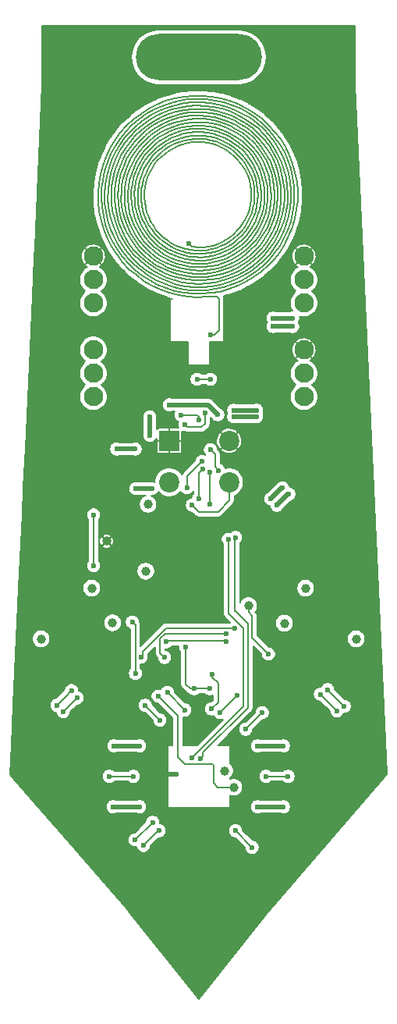
<source format=gbl>
G04 #@! TF.GenerationSoftware,KiCad,Pcbnew,(5.1.2)-2*
G04 #@! TF.CreationDate,2022-02-14T19:05:22-05:00*
G04 #@! TF.ProjectId,FWA_2022_Compass_Badge_LWL-003-E10,4657415f-3230-4323-925f-436f6d706173,B*
G04 #@! TF.SameCoordinates,Original*
G04 #@! TF.FileFunction,Copper,L2,Bot*
G04 #@! TF.FilePolarity,Positive*
%FSLAX46Y46*%
G04 Gerber Fmt 4.6, Leading zero omitted, Abs format (unit mm)*
G04 Created by KiCad (PCBNEW (5.1.2)-2) date 2022-02-14 19:05:22*
%MOMM*%
%LPD*%
G04 APERTURE LIST*
%ADD10C,0.180000*%
%ADD11O,13.700000X5.000000*%
%ADD12R,0.500000X0.180000*%
%ADD13C,1.000000*%
%ADD14R,2.200000X2.200000*%
%ADD15C,2.200000*%
%ADD16C,2.100000*%
%ADD17C,0.600000*%
%ADD18C,0.500000*%
%ADD19C,0.160000*%
G04 APERTURE END LIST*
D10*
X89832000Y-73018000D02*
X90857000Y-72991000D01*
X88810000Y-72949000D02*
X89832000Y-73018000D01*
X87799000Y-72786000D02*
X88810000Y-72949000D01*
X86808000Y-72530000D02*
X87799000Y-72786000D01*
X85846000Y-72183000D02*
X86808000Y-72530000D01*
X84921000Y-71749000D02*
X85846000Y-72183000D01*
X84040000Y-71230000D02*
X84921000Y-71749000D01*
X83212000Y-70632000D02*
X84040000Y-71230000D01*
X82443000Y-69961000D02*
X83212000Y-70632000D01*
X81740000Y-69221000D02*
X82443000Y-69961000D01*
X81109000Y-68419000D02*
X81740000Y-69221000D01*
X80556000Y-67563000D02*
X81109000Y-68419000D01*
X80085000Y-66659000D02*
X80556000Y-67563000D01*
X79700000Y-65716000D02*
X80085000Y-66659000D01*
X79405000Y-64742000D02*
X79700000Y-65716000D01*
X79201000Y-63745000D02*
X79405000Y-64742000D01*
X79091000Y-62734000D02*
X79201000Y-63745000D01*
X79075000Y-61718000D02*
X79091000Y-62734000D01*
X79154000Y-60705000D02*
X79075000Y-61718000D01*
X79326000Y-59704000D02*
X79154000Y-60705000D01*
X79591000Y-58724000D02*
X79326000Y-59704000D01*
X79945000Y-57774000D02*
X79591000Y-58724000D01*
X80386000Y-56860000D02*
X79945000Y-57774000D01*
X80909000Y-55992000D02*
X80386000Y-56860000D01*
X81511000Y-55177000D02*
X80909000Y-55992000D01*
X82185000Y-54422000D02*
X81511000Y-55177000D01*
X82926000Y-53733000D02*
X82185000Y-54422000D01*
X83728000Y-53116000D02*
X82926000Y-53733000D01*
X84583000Y-52576000D02*
X83728000Y-53116000D01*
X85484000Y-52119000D02*
X84583000Y-52576000D01*
X86423000Y-51747000D02*
X85484000Y-52119000D01*
X87392000Y-51464000D02*
X86423000Y-51747000D01*
X88383000Y-51273000D02*
X87392000Y-51464000D01*
X89387000Y-51174000D02*
X88383000Y-51273000D01*
X90395000Y-51169000D02*
X89387000Y-51174000D01*
X91398000Y-51258000D02*
X90395000Y-51169000D01*
X92389000Y-51440000D02*
X91398000Y-51258000D01*
X93358000Y-51712000D02*
X92389000Y-51440000D01*
X94297000Y-52073000D02*
X93358000Y-51712000D01*
X95198000Y-52520000D02*
X94297000Y-52073000D01*
X96053000Y-53048000D02*
X95198000Y-52520000D01*
X96855000Y-53653000D02*
X96053000Y-53048000D01*
X97597000Y-54330000D02*
X96855000Y-53653000D01*
X98272000Y-55072000D02*
X97597000Y-54330000D01*
X98876000Y-55874000D02*
X98272000Y-55072000D01*
X99402000Y-56727000D02*
X98876000Y-55874000D01*
X99846000Y-57626000D02*
X99402000Y-56727000D01*
X100205000Y-58561000D02*
X99846000Y-57626000D01*
X100475000Y-59525000D02*
X100205000Y-58561000D01*
X100654000Y-60509000D02*
X100475000Y-59525000D01*
X100741000Y-61506000D02*
X100654000Y-60509000D01*
X100735000Y-62505000D02*
X100741000Y-61506000D01*
X100637000Y-63499000D02*
X100735000Y-62505000D01*
X100446000Y-64480000D02*
X100637000Y-63499000D01*
X100166000Y-65438000D02*
X100446000Y-64480000D01*
X99798000Y-66365000D02*
X100166000Y-65438000D01*
X99345000Y-67254000D02*
X99798000Y-66365000D01*
X98812000Y-68096000D02*
X99345000Y-67254000D01*
X98204000Y-68885000D02*
X98812000Y-68096000D01*
X97525000Y-69613000D02*
X98204000Y-68885000D01*
X96782000Y-70275000D02*
X97525000Y-69613000D01*
X95981000Y-70865000D02*
X96782000Y-70275000D01*
X95129000Y-71378000D02*
X95981000Y-70865000D01*
X94234000Y-71809000D02*
X95129000Y-71378000D01*
X93303000Y-72154000D02*
X94234000Y-71809000D01*
X92344000Y-72412000D02*
X93303000Y-72154000D01*
X91366000Y-72580000D02*
X92344000Y-72412000D01*
X90377000Y-72655000D02*
X91366000Y-72580000D01*
X89386000Y-72639000D02*
X90377000Y-72655000D01*
X88402000Y-72531000D02*
X89386000Y-72639000D01*
X87432000Y-72332000D02*
X88402000Y-72531000D01*
X86485000Y-72043000D02*
X87432000Y-72332000D01*
X85569000Y-71668000D02*
X86485000Y-72043000D01*
X84693000Y-71210000D02*
X85569000Y-71668000D01*
X83863000Y-70673000D02*
X84693000Y-71210000D01*
X83088000Y-70062000D02*
X83863000Y-70673000D01*
X82373000Y-69381000D02*
X83088000Y-70062000D01*
X81724000Y-68637000D02*
X82373000Y-69381000D01*
X81148000Y-67837000D02*
X81724000Y-68637000D01*
X80649000Y-66987000D02*
X81148000Y-67837000D01*
X80231000Y-66095000D02*
X80649000Y-66987000D01*
X79898000Y-65168000D02*
X80231000Y-66095000D01*
X79652000Y-64215000D02*
X79898000Y-65168000D01*
X79497000Y-63243000D02*
X79652000Y-64215000D01*
X79432000Y-62262000D02*
X79497000Y-63243000D01*
X79458000Y-61280000D02*
X79432000Y-62262000D01*
X79576000Y-60305000D02*
X79458000Y-61280000D01*
X79784000Y-59345000D02*
X79576000Y-60305000D01*
X80080000Y-58409000D02*
X79784000Y-59345000D01*
X80461000Y-57506000D02*
X80080000Y-58409000D01*
X80924000Y-56642000D02*
X80461000Y-57506000D01*
X81466000Y-55825000D02*
X80924000Y-56642000D01*
X82080000Y-55062000D02*
X81466000Y-55825000D01*
X82762000Y-54361000D02*
X82080000Y-55062000D01*
X83507000Y-53726000D02*
X82762000Y-54361000D01*
X84306000Y-53163000D02*
X83507000Y-53726000D01*
X85154000Y-52677000D02*
X84306000Y-53163000D01*
X86043000Y-52272000D02*
X85154000Y-52677000D01*
X86965000Y-51951000D02*
X86043000Y-52272000D01*
X87913000Y-51718000D02*
X86965000Y-51951000D01*
X88878000Y-51574000D02*
X87913000Y-51718000D01*
X89851000Y-51520000D02*
X88878000Y-51574000D01*
X90825000Y-51557000D02*
X89851000Y-51520000D01*
X91790000Y-51684000D02*
X90825000Y-51557000D01*
X92739000Y-51900000D02*
X91790000Y-51684000D01*
X93664000Y-52203000D02*
X92739000Y-51900000D01*
X94556000Y-52591000D02*
X93664000Y-52203000D01*
X95407000Y-53059000D02*
X94556000Y-52591000D01*
X96211000Y-53604000D02*
X95407000Y-53059000D01*
X96961000Y-54222000D02*
X96211000Y-53604000D01*
X97649000Y-54905000D02*
X96961000Y-54222000D01*
X98271000Y-55650000D02*
X97649000Y-54905000D01*
X98821000Y-56448000D02*
X98271000Y-55650000D01*
X99293000Y-57294000D02*
X98821000Y-56448000D01*
X99685000Y-58180000D02*
X99293000Y-57294000D01*
X99993000Y-59097000D02*
X99685000Y-58180000D01*
X100214000Y-60039000D02*
X99993000Y-59097000D01*
X100347000Y-60997000D02*
X100214000Y-60039000D01*
X100390000Y-61963000D02*
X100347000Y-60997000D01*
X100343000Y-62927000D02*
X100390000Y-61963000D01*
X100207000Y-63883000D02*
X100343000Y-62927000D01*
X99983000Y-64822000D02*
X100207000Y-63883000D01*
X99673000Y-65735000D02*
X99983000Y-64822000D01*
X99279000Y-66615000D02*
X99673000Y-65735000D01*
X98806000Y-67454000D02*
X99279000Y-66615000D01*
X98257000Y-68245000D02*
X98806000Y-67454000D01*
X97637000Y-68982000D02*
X98257000Y-68245000D01*
X96952000Y-69657000D02*
X97637000Y-68982000D01*
X96208000Y-70265000D02*
X96952000Y-69657000D01*
X95410000Y-70802000D02*
X96208000Y-70265000D01*
X94567000Y-71261000D02*
X95410000Y-70802000D01*
X93685000Y-71641000D02*
X94567000Y-71261000D01*
X92772000Y-71936000D02*
X93685000Y-71641000D01*
X91836000Y-72145000D02*
X92772000Y-71936000D01*
X90885000Y-72267000D02*
X91836000Y-72145000D01*
X89928000Y-72299000D02*
X90885000Y-72267000D01*
X88972000Y-72243000D02*
X89928000Y-72299000D01*
X88026000Y-72098000D02*
X88972000Y-72243000D01*
X87098000Y-71866000D02*
X88026000Y-72098000D01*
X86196000Y-71549000D02*
X87098000Y-71866000D01*
X85328000Y-71149000D02*
X86196000Y-71549000D01*
X84501000Y-70671000D02*
X85328000Y-71149000D01*
X83723000Y-70119000D02*
X84501000Y-70671000D01*
X83000000Y-69497000D02*
X83723000Y-70119000D01*
X82338000Y-68810000D02*
X83000000Y-69497000D01*
X81742000Y-68066000D02*
X82338000Y-68810000D01*
X81219000Y-67270000D02*
X81742000Y-68066000D01*
X80772000Y-66429000D02*
X81219000Y-67270000D01*
X80406000Y-65551000D02*
X80772000Y-66429000D01*
X80123000Y-64643000D02*
X80406000Y-65551000D01*
X79925000Y-63713000D02*
X80123000Y-64643000D01*
X79815000Y-62770000D02*
X79925000Y-63713000D01*
X79793000Y-61820000D02*
X79815000Y-62770000D01*
X79859000Y-60874000D02*
X79793000Y-61820000D01*
X80012000Y-59938000D02*
X79859000Y-60874000D01*
X80252000Y-59020000D02*
X80012000Y-59938000D01*
X80576000Y-58130000D02*
X80252000Y-59020000D01*
X80981000Y-57274000D02*
X80576000Y-58130000D01*
X81464000Y-56459000D02*
X80981000Y-57274000D01*
X82019000Y-55693000D02*
X81464000Y-56459000D01*
X82644000Y-54983000D02*
X82019000Y-55693000D01*
X83331000Y-54334000D02*
X82644000Y-54983000D01*
X84075000Y-53752000D02*
X83331000Y-54334000D01*
X84869000Y-53242000D02*
X84075000Y-53752000D01*
X85707000Y-52808000D02*
X84869000Y-53242000D01*
X86581000Y-52454000D02*
X85707000Y-52808000D01*
X87484000Y-52183000D02*
X86581000Y-52454000D01*
X88408000Y-51997000D02*
X87484000Y-52183000D01*
X89344000Y-51898000D02*
X88408000Y-51997000D01*
X90285000Y-51886000D02*
X89344000Y-51898000D01*
X91223000Y-51961000D02*
X90285000Y-51886000D01*
X92149000Y-52123000D02*
X91223000Y-51961000D01*
X93055000Y-52371000D02*
X92149000Y-52123000D01*
X93935000Y-52701000D02*
X93055000Y-52371000D01*
X94779000Y-53111000D02*
X93935000Y-52701000D01*
X95581000Y-53598000D02*
X94779000Y-53111000D01*
X96334000Y-54157000D02*
X95581000Y-53598000D01*
X97031000Y-54783000D02*
X96334000Y-54157000D01*
X97667000Y-55471000D02*
X97031000Y-54783000D01*
X98236000Y-56214000D02*
X97667000Y-55471000D01*
X98733000Y-57007000D02*
X98236000Y-56214000D01*
X99154000Y-57842000D02*
X98733000Y-57007000D01*
X99496000Y-58712000D02*
X99154000Y-57842000D01*
X99755000Y-59610000D02*
X99496000Y-58712000D01*
X99930000Y-60527000D02*
X99755000Y-59610000D01*
X100018000Y-61456000D02*
X99930000Y-60527000D01*
X100020000Y-62389000D02*
X100018000Y-61456000D01*
X99936000Y-63317000D02*
X100020000Y-62389000D01*
X99765000Y-64233000D02*
X99936000Y-63317000D01*
X99510000Y-65129000D02*
X99765000Y-64233000D01*
X99174000Y-65997000D02*
X99510000Y-65129000D01*
X98758000Y-66829000D02*
X99174000Y-65997000D01*
X98267000Y-67619000D02*
X98758000Y-66829000D01*
X97705000Y-68359000D02*
X98267000Y-67619000D01*
X97078000Y-69043000D02*
X97705000Y-68359000D01*
X96389000Y-69666000D02*
X97078000Y-69043000D01*
X95647000Y-70222000D02*
X96389000Y-69666000D01*
X94856000Y-70707000D02*
X95647000Y-70222000D01*
X94024000Y-71115000D02*
X94856000Y-70707000D01*
X93158000Y-71444000D02*
X94024000Y-71115000D01*
X92266000Y-71692000D02*
X93158000Y-71444000D01*
X91355000Y-71855000D02*
X92266000Y-71692000D01*
X90434000Y-71933000D02*
X91355000Y-71855000D01*
X89509000Y-71925000D02*
X90434000Y-71933000D01*
X88590000Y-71831000D02*
X89509000Y-71925000D01*
X87685000Y-71653000D02*
X88590000Y-71831000D01*
X86800000Y-71391000D02*
X87685000Y-71653000D01*
X85943000Y-71048000D02*
X86800000Y-71391000D01*
X85123000Y-70627000D02*
X85943000Y-71048000D01*
X84346000Y-70133000D02*
X85123000Y-70627000D01*
X83618000Y-69568000D02*
X84346000Y-70133000D01*
X82947000Y-68939000D02*
X83618000Y-69568000D01*
X82337000Y-68251000D02*
X82947000Y-68939000D01*
X81794000Y-67509000D02*
X82337000Y-68251000D01*
X81322000Y-66720000D02*
X81794000Y-67509000D01*
X80926000Y-65891000D02*
X81322000Y-66720000D01*
X80609000Y-65030000D02*
X80926000Y-65891000D01*
X80373000Y-64143000D02*
X80609000Y-65030000D01*
X80221000Y-63239000D02*
X80373000Y-64143000D01*
X80153000Y-62325000D02*
X80221000Y-63239000D01*
X80171000Y-61410000D02*
X80153000Y-62325000D01*
X80274000Y-60500000D02*
X80171000Y-61410000D01*
X80460000Y-59604000D02*
X80274000Y-60500000D01*
X80729000Y-58730000D02*
X80460000Y-59604000D01*
X81078000Y-57886000D02*
X80729000Y-58730000D01*
X81503000Y-57077000D02*
X81078000Y-57886000D01*
X82001000Y-56312000D02*
X81503000Y-57077000D01*
X82568000Y-55597000D02*
X82001000Y-56312000D01*
X83199000Y-54939000D02*
X82568000Y-55597000D01*
X83888000Y-54342000D02*
X83199000Y-54939000D01*
X84628000Y-53811000D02*
X83888000Y-54342000D01*
X85415000Y-53353000D02*
X84628000Y-53811000D01*
X86240000Y-52969000D02*
X85415000Y-53353000D01*
X87097000Y-52664000D02*
X86240000Y-52969000D01*
X87977000Y-52440000D02*
X87097000Y-52664000D01*
X88875000Y-52298000D02*
X87977000Y-52440000D01*
X89781000Y-52241000D02*
X88875000Y-52298000D01*
X90688000Y-52268000D02*
X89781000Y-52241000D01*
X91588000Y-52380000D02*
X90688000Y-52268000D01*
X92474000Y-52574000D02*
X91588000Y-52380000D01*
X93337000Y-52849000D02*
X92474000Y-52574000D01*
X94170000Y-53204000D02*
X93337000Y-52849000D01*
X94966000Y-53634000D02*
X94170000Y-53204000D01*
X95719000Y-54135000D02*
X94966000Y-53634000D01*
X96421000Y-54705000D02*
X95719000Y-54135000D01*
X97067000Y-55336000D02*
X96421000Y-54705000D01*
X97651000Y-56025000D02*
X97067000Y-55336000D01*
X98169000Y-56764000D02*
X97651000Y-56025000D01*
X98615000Y-57548000D02*
X98169000Y-56764000D01*
X98986000Y-58370000D02*
X98615000Y-57548000D01*
X99280000Y-59222000D02*
X98986000Y-58370000D01*
X99492000Y-60097000D02*
X99280000Y-59222000D01*
X99623000Y-60987000D02*
X99492000Y-60097000D01*
X99670000Y-61886000D02*
X99623000Y-60987000D01*
X99634000Y-62784000D02*
X99670000Y-61886000D01*
X99514000Y-63674000D02*
X99634000Y-62784000D01*
X99312000Y-64549000D02*
X99514000Y-63674000D01*
X99030000Y-65402000D02*
X99312000Y-64549000D01*
X98670000Y-66223000D02*
X99030000Y-65402000D01*
X98236000Y-67008000D02*
X98670000Y-66223000D01*
X97731000Y-67748000D02*
X98236000Y-67008000D01*
X97159000Y-68437000D02*
X97731000Y-67748000D01*
X96527000Y-69071000D02*
X97159000Y-68437000D01*
X95839000Y-69642000D02*
X96527000Y-69071000D01*
X95101000Y-70147000D02*
X95839000Y-69642000D01*
X94320000Y-70581000D02*
X95101000Y-70147000D01*
X93502000Y-70940000D02*
X94320000Y-70581000D01*
X92655000Y-71222000D02*
X93502000Y-70940000D01*
X91786000Y-71423000D02*
X92655000Y-71222000D01*
X90902000Y-71543000D02*
X91786000Y-71423000D01*
X90012000Y-71580000D02*
X90902000Y-71543000D01*
X89122000Y-71534000D02*
X90012000Y-71580000D01*
X88242000Y-71406000D02*
X89122000Y-71534000D01*
X87377000Y-71197000D02*
X88242000Y-71406000D01*
X86536000Y-70909000D02*
X87377000Y-71197000D01*
X85726000Y-70544000D02*
X86536000Y-70909000D01*
X84953000Y-70105000D02*
X85726000Y-70544000D01*
X84225000Y-69597000D02*
X84953000Y-70105000D01*
X83548000Y-69024000D02*
X84225000Y-69597000D01*
X82928000Y-68391000D02*
X83548000Y-69024000D01*
X82369000Y-67703000D02*
X82928000Y-68391000D01*
X81877000Y-66967000D02*
X82369000Y-67703000D01*
X81455000Y-66188000D02*
X81877000Y-66967000D01*
X81108000Y-65375000D02*
X81455000Y-66188000D01*
X80838000Y-64533000D02*
X81108000Y-65375000D01*
X80648000Y-63670000D02*
X80838000Y-64533000D01*
X80538000Y-62793000D02*
X80648000Y-63670000D01*
X80511000Y-61911000D02*
X80538000Y-62793000D01*
X80566000Y-61031000D02*
X80511000Y-61911000D01*
X80702000Y-60160000D02*
X80566000Y-61031000D01*
X80918000Y-59305000D02*
X80702000Y-60160000D01*
X81212000Y-58475000D02*
X80918000Y-59305000D01*
X81583000Y-57677000D02*
X81212000Y-58475000D01*
X82025000Y-56916000D02*
X81583000Y-57677000D01*
X82536000Y-56201000D02*
X82025000Y-56916000D01*
X83111000Y-55536000D02*
X82536000Y-56201000D01*
X83744000Y-54928000D02*
X83111000Y-55536000D01*
X84432000Y-54382000D02*
X83744000Y-54928000D01*
X85166000Y-53902000D02*
X84432000Y-54382000D01*
X85941000Y-53493000D02*
X85166000Y-53902000D01*
X86751000Y-53158000D02*
X85941000Y-53493000D01*
X87588000Y-52899000D02*
X86751000Y-53158000D01*
X88444000Y-52720000D02*
X87588000Y-52899000D01*
X89313000Y-52621000D02*
X88444000Y-52720000D01*
X90188000Y-52603000D02*
X89313000Y-52621000D01*
X91059000Y-52666000D02*
X90188000Y-52603000D01*
X91920000Y-52810000D02*
X91059000Y-52666000D01*
X92764000Y-53034000D02*
X91920000Y-52810000D01*
X93583000Y-53334000D02*
X92764000Y-53034000D01*
X94370000Y-53709000D02*
X93583000Y-53334000D01*
X95118000Y-54155000D02*
X94370000Y-53709000D01*
X95822000Y-54669000D02*
X95118000Y-54155000D01*
X96474000Y-55245000D02*
X95822000Y-54669000D01*
X97069000Y-55879000D02*
X96474000Y-55245000D01*
X97603000Y-56565000D02*
X97069000Y-55879000D01*
X98070000Y-57298000D02*
X97603000Y-56565000D01*
X98467000Y-58070000D02*
X98070000Y-57298000D01*
X98791000Y-58875000D02*
X98467000Y-58070000D01*
X99038000Y-59707000D02*
X98791000Y-58875000D01*
X99206000Y-60557000D02*
X99038000Y-59707000D01*
X99295000Y-61419000D02*
X99206000Y-60557000D01*
X99304000Y-62284000D02*
X99295000Y-61419000D01*
X99232000Y-63147000D02*
X99304000Y-62284000D01*
X99080000Y-63998000D02*
X99232000Y-63147000D01*
X98850000Y-64831000D02*
X99080000Y-63998000D01*
X98544000Y-65639000D02*
X98850000Y-64831000D01*
X98165000Y-66415000D02*
X98544000Y-65639000D01*
X97715000Y-67151000D02*
X98165000Y-66415000D01*
X97199000Y-67842000D02*
X97715000Y-67151000D01*
X96621000Y-68482000D02*
X97199000Y-67842000D01*
X95987000Y-69065000D02*
X96621000Y-68482000D01*
X95302000Y-69586000D02*
X95987000Y-69065000D01*
X94572000Y-70041000D02*
X95302000Y-69586000D01*
X93803000Y-70426000D02*
X94572000Y-70041000D01*
X93002000Y-70738000D02*
X93803000Y-70426000D01*
X92176000Y-70974000D02*
X93002000Y-70738000D01*
X91332000Y-71132000D02*
X92176000Y-70974000D01*
X90478000Y-71211000D02*
X91332000Y-71132000D01*
X89621000Y-71210000D02*
X90478000Y-71211000D01*
X88768000Y-71130000D02*
X89621000Y-71210000D01*
X87926000Y-70970000D02*
X88768000Y-71130000D01*
X87104000Y-70734000D02*
X87926000Y-70970000D01*
X86307000Y-70422000D02*
X87104000Y-70734000D01*
X85543000Y-70038000D02*
X86307000Y-70422000D01*
X84819000Y-69585000D02*
X85543000Y-70038000D01*
X84140000Y-69067000D02*
X84819000Y-69585000D01*
X83513000Y-68488000D02*
X84140000Y-69067000D01*
X82942000Y-67854000D02*
X83513000Y-68488000D01*
X82433000Y-67170000D02*
X82942000Y-67854000D01*
X81990000Y-66442000D02*
X82433000Y-67170000D01*
X81617000Y-65677000D02*
X81990000Y-66442000D01*
X81317000Y-64881000D02*
X81617000Y-65677000D01*
X81092000Y-64060000D02*
X81317000Y-64881000D01*
X80945000Y-63223000D02*
X81092000Y-64060000D01*
X80875000Y-62377000D02*
X80945000Y-63223000D01*
X80885000Y-61528000D02*
X80875000Y-62377000D01*
X80974000Y-60684000D02*
X80885000Y-61528000D01*
X81140000Y-59852000D02*
X80974000Y-60684000D01*
X81383000Y-59041000D02*
X81140000Y-59852000D01*
X81700000Y-58255000D02*
X81383000Y-59041000D01*
X82088000Y-57503000D02*
X81700000Y-58255000D01*
X82545000Y-56791000D02*
X82088000Y-57503000D01*
X83065000Y-56124000D02*
X82545000Y-56791000D01*
X83644000Y-55509000D02*
X83065000Y-56124000D01*
X84278000Y-54951000D02*
X83644000Y-55509000D01*
X84961000Y-54454000D02*
X84278000Y-54951000D01*
X85686000Y-54023000D02*
X84961000Y-54454000D01*
X86448000Y-53662000D02*
X85686000Y-54023000D01*
X87239000Y-53373000D02*
X86448000Y-53662000D01*
X88054000Y-53159000D02*
X87239000Y-53373000D01*
X88884000Y-53022000D02*
X88054000Y-53159000D01*
X89723000Y-52962000D02*
X88884000Y-53022000D01*
X90563000Y-52981000D02*
X89723000Y-52962000D01*
X91398000Y-53078000D02*
X90563000Y-52981000D01*
X92219000Y-53251000D02*
X91398000Y-53078000D01*
X93020000Y-53500000D02*
X92219000Y-53251000D01*
X93795000Y-53822000D02*
X93020000Y-53500000D01*
X94535000Y-54215000D02*
X93795000Y-53822000D01*
X95236000Y-54674000D02*
X94535000Y-54215000D01*
X95890000Y-55196000D02*
X95236000Y-54674000D01*
X96493000Y-55776000D02*
X95890000Y-55196000D01*
X97038000Y-56410000D02*
X96493000Y-55776000D01*
X97523000Y-57090000D02*
X97038000Y-56410000D01*
X97942000Y-57813000D02*
X97523000Y-57090000D01*
X98291000Y-58571000D02*
X97942000Y-57813000D01*
X98569000Y-59357000D02*
X98291000Y-58571000D01*
X98772000Y-60166000D02*
X98569000Y-59357000D01*
X98899000Y-60989000D02*
X98772000Y-60166000D01*
X98949000Y-61820000D02*
X98899000Y-60989000D01*
X98922000Y-62652000D02*
X98949000Y-61820000D01*
X98818000Y-63477000D02*
X98922000Y-62652000D01*
X98637000Y-64288000D02*
X98818000Y-63477000D01*
X98382000Y-65079000D02*
X98637000Y-64288000D01*
X98055000Y-65842000D02*
X98382000Y-65079000D01*
X97659000Y-66571000D02*
X98055000Y-65842000D01*
X97197000Y-67259000D02*
X97659000Y-66571000D01*
X96673000Y-67902000D02*
X97197000Y-67259000D01*
X96093000Y-68492000D02*
X96673000Y-67902000D01*
X95460000Y-69026000D02*
X96093000Y-68492000D01*
X94781000Y-69498000D02*
X95460000Y-69026000D01*
X94061000Y-69905000D02*
X94781000Y-69498000D01*
X93307000Y-70243000D02*
X94061000Y-69905000D01*
X92526000Y-70510000D02*
X93307000Y-70243000D01*
X91723000Y-70702000D02*
X92526000Y-70510000D01*
X90907000Y-70819000D02*
X91723000Y-70702000D01*
X90084000Y-70860000D02*
X90907000Y-70819000D01*
X89261000Y-70824000D02*
X90084000Y-70860000D01*
X88445000Y-70712000D02*
X89261000Y-70824000D01*
X87644000Y-70525000D02*
X88445000Y-70712000D01*
X86864000Y-70264000D02*
X87644000Y-70525000D01*
X86113000Y-69933000D02*
X86864000Y-70264000D01*
X85395000Y-69533000D02*
X86113000Y-69933000D01*
X84719000Y-69068000D02*
X85395000Y-69533000D01*
X84089000Y-68543000D02*
X84719000Y-69068000D01*
X83510000Y-67962000D02*
X84089000Y-68543000D01*
X82989000Y-67330000D02*
X83510000Y-67962000D01*
X82529000Y-66653000D02*
X82989000Y-67330000D01*
X82133000Y-65937000D02*
X82529000Y-66653000D01*
X81807000Y-65187000D02*
X82133000Y-65937000D01*
X81551000Y-64411000D02*
X81807000Y-65187000D01*
X81369000Y-63614000D02*
X81551000Y-64411000D01*
X81262000Y-62805000D02*
X81369000Y-63614000D01*
X81230000Y-61990000D02*
X81262000Y-62805000D01*
X81274000Y-61176000D02*
X81230000Y-61990000D01*
X81394000Y-60370000D02*
X81274000Y-61176000D01*
X81587000Y-59579000D02*
X81394000Y-60370000D01*
X81854000Y-58810000D02*
X81587000Y-59579000D01*
X82190000Y-58070000D02*
X81854000Y-58810000D01*
X82593000Y-57364000D02*
X82190000Y-58070000D01*
X83060000Y-56699000D02*
X82593000Y-57364000D01*
X83587000Y-56081000D02*
X83060000Y-56699000D01*
X84168000Y-55515000D02*
X83587000Y-56081000D01*
X84798000Y-55005000D02*
X84168000Y-55515000D01*
X85473000Y-54557000D02*
X84798000Y-55005000D01*
X86187000Y-54174000D02*
X85473000Y-54557000D01*
X86932000Y-53858000D02*
X86187000Y-54174000D01*
X87703000Y-53614000D02*
X86932000Y-53858000D01*
X88493000Y-53442000D02*
X87703000Y-53614000D01*
X89295000Y-53344000D02*
X88493000Y-53442000D01*
X90102000Y-53321000D02*
X89295000Y-53344000D01*
X90907000Y-53374000D02*
X90102000Y-53321000D01*
X91703000Y-53500000D02*
X90907000Y-53374000D01*
X92484000Y-53700000D02*
X91703000Y-53500000D01*
X93242000Y-53972000D02*
X92484000Y-53700000D01*
X93971000Y-54313000D02*
X93242000Y-53972000D01*
X94665000Y-54719000D02*
X93971000Y-54313000D01*
X95318000Y-55188000D02*
X94665000Y-54719000D01*
X95924000Y-55716000D02*
X95318000Y-55188000D01*
X96479000Y-56297000D02*
X95924000Y-55716000D01*
X96976000Y-56926000D02*
X96479000Y-56297000D01*
X97413000Y-57599000D02*
X96976000Y-56926000D01*
X97784000Y-58309000D02*
X97413000Y-57599000D01*
X98089000Y-59050000D02*
X97784000Y-58309000D01*
X98323000Y-59815000D02*
X98089000Y-59050000D01*
X98484000Y-60598000D02*
X98323000Y-59815000D01*
X98573000Y-61393000D02*
X98484000Y-60598000D01*
X98587000Y-62192000D02*
X98573000Y-61393000D01*
X98526000Y-62988000D02*
X98587000Y-62192000D01*
X98393000Y-63775000D02*
X98526000Y-62988000D01*
X98186000Y-64545000D02*
X98393000Y-63775000D01*
X97910000Y-65292000D02*
X98186000Y-64545000D01*
X97565000Y-66010000D02*
X97910000Y-65292000D01*
X97155000Y-66693000D02*
X97565000Y-66010000D01*
X96684000Y-67334000D02*
X97155000Y-66693000D01*
X96156000Y-67928000D02*
X96684000Y-67334000D01*
X95575000Y-68470000D02*
X96156000Y-67928000D01*
X94947000Y-68956000D02*
X95575000Y-68470000D01*
X94277000Y-69380000D02*
X94947000Y-68956000D01*
X93571000Y-69741000D02*
X94277000Y-69380000D01*
X92834000Y-70034000D02*
X93571000Y-69741000D01*
X92075000Y-70257000D02*
X92834000Y-70034000D01*
X91298000Y-70409000D02*
X92075000Y-70257000D01*
X90511000Y-70488000D02*
X91298000Y-70409000D01*
X89720000Y-70494000D02*
X90511000Y-70488000D01*
X88933000Y-70426000D02*
X89720000Y-70494000D01*
X88156000Y-70285000D02*
X88933000Y-70426000D01*
X87396000Y-70073000D02*
X88156000Y-70285000D01*
X86660000Y-69791000D02*
X87396000Y-70073000D01*
X85953000Y-69442000D02*
X86660000Y-69791000D01*
X85282000Y-69030000D02*
X85953000Y-69442000D01*
X84653000Y-68557000D02*
X85282000Y-69030000D01*
X84071000Y-68028000D02*
X84653000Y-68557000D01*
X83541000Y-67448000D02*
X84071000Y-68028000D01*
X83067000Y-66821000D02*
X83541000Y-67448000D01*
X82654000Y-66154000D02*
X83067000Y-66821000D01*
X82304000Y-65451000D02*
X82654000Y-66154000D01*
X82022000Y-64720000D02*
X82304000Y-65451000D01*
X81809000Y-63966000D02*
X82022000Y-64720000D01*
X81667000Y-63196000D02*
X81809000Y-63966000D01*
X81597000Y-62416000D02*
X81667000Y-63196000D01*
X81600000Y-61634000D02*
X81597000Y-62416000D01*
X81676000Y-60856000D02*
X81600000Y-61634000D01*
X81823000Y-60089000D02*
X81676000Y-60856000D01*
X82041000Y-59340000D02*
X81823000Y-60089000D01*
X82328000Y-58614000D02*
X82041000Y-59340000D01*
X82680000Y-57919000D02*
X82328000Y-58614000D01*
X83095000Y-57259000D02*
X82680000Y-57919000D01*
X83570000Y-56642000D02*
X83095000Y-57259000D01*
X84099000Y-56071000D02*
X83570000Y-56642000D01*
X84678000Y-55553000D02*
X84099000Y-56071000D01*
X85303000Y-55091000D02*
X84678000Y-55553000D01*
X85968000Y-54689000D02*
X85303000Y-55091000D01*
X86667000Y-54351000D02*
X85968000Y-54689000D01*
X87393000Y-54080000D02*
X86667000Y-54351000D01*
X88141000Y-53877000D02*
X87393000Y-54080000D01*
X88905000Y-53745000D02*
X88141000Y-53877000D01*
X89676000Y-53684000D02*
X88905000Y-53745000D01*
X90450000Y-53695000D02*
X89676000Y-53684000D01*
X91219000Y-53778000D02*
X90450000Y-53695000D01*
X91976000Y-53932000D02*
X91219000Y-53778000D01*
X92715000Y-54156000D02*
X91976000Y-53932000D01*
X93430000Y-54447000D02*
X92715000Y-54156000D01*
X94114000Y-54802000D02*
X93430000Y-54447000D01*
X94762000Y-55220000D02*
X94114000Y-54802000D01*
X95367000Y-55696000D02*
X94762000Y-55220000D01*
X95926000Y-56225000D02*
X95367000Y-55696000D01*
X96432000Y-56804000D02*
X95926000Y-56225000D01*
X96883000Y-57427000D02*
X96432000Y-56804000D01*
X97273000Y-58089000D02*
X96883000Y-57427000D01*
X97600000Y-58783000D02*
X97273000Y-58089000D01*
X97861000Y-59505000D02*
X97600000Y-58783000D01*
X98054000Y-60247000D02*
X97861000Y-59505000D01*
X98176000Y-61003000D02*
X98054000Y-60247000D01*
X98228000Y-61767000D02*
X98176000Y-61003000D01*
X98209000Y-62532000D02*
X98228000Y-61767000D01*
X98119000Y-63291000D02*
X98209000Y-62532000D01*
X97959000Y-64039000D02*
X98119000Y-63291000D01*
X97730000Y-64767000D02*
X97959000Y-64039000D01*
X97435000Y-65471000D02*
X97730000Y-64767000D01*
X97075000Y-66144000D02*
X97435000Y-65471000D01*
X96656000Y-66780000D02*
X97075000Y-66144000D01*
X96179000Y-67374000D02*
X96656000Y-66780000D01*
X95649000Y-67921000D02*
X96179000Y-67374000D01*
X95071000Y-68416000D02*
X95649000Y-67921000D01*
X94451000Y-68855000D02*
X95071000Y-68416000D01*
X93792000Y-69234000D02*
X94451000Y-68855000D01*
X93102000Y-69550000D02*
X93792000Y-69234000D01*
X92385000Y-69800000D02*
X93102000Y-69550000D01*
X91649000Y-69983000D02*
X92385000Y-69800000D01*
X90900000Y-70096000D02*
X91649000Y-69983000D01*
X90144000Y-70140000D02*
X90900000Y-70096000D01*
X89388000Y-70113000D02*
X90144000Y-70140000D01*
X88638000Y-70015000D02*
X89388000Y-70113000D01*
X87900000Y-69849000D02*
X88638000Y-70015000D01*
X87182000Y-69615000D02*
X87900000Y-69849000D01*
X86489000Y-69316000D02*
X87182000Y-69615000D01*
X85828000Y-68953000D02*
X86489000Y-69316000D01*
X85203000Y-68531000D02*
X85828000Y-68953000D01*
X84621000Y-68054000D02*
X85203000Y-68531000D01*
X84086000Y-67524000D02*
X84621000Y-68054000D01*
X83602000Y-66948000D02*
X84086000Y-67524000D01*
X83175000Y-66329000D02*
X83602000Y-66948000D01*
X82807000Y-65674000D02*
X83175000Y-66329000D01*
X82502000Y-64988000D02*
X82807000Y-65674000D01*
X82262000Y-64277000D02*
X82502000Y-64988000D01*
X82089000Y-63547000D02*
X82262000Y-64277000D01*
X81985000Y-62805000D02*
X82089000Y-63547000D01*
X81950000Y-62057000D02*
X81985000Y-62805000D01*
X81985000Y-61310000D02*
X81950000Y-62057000D01*
X82089000Y-60569000D02*
X81985000Y-61310000D01*
X82261000Y-59842000D02*
X82089000Y-60569000D01*
X82500000Y-59134000D02*
X82261000Y-59842000D01*
X82803000Y-58452000D02*
X82500000Y-59134000D01*
X83168000Y-57802000D02*
X82803000Y-58452000D01*
X83592000Y-57189000D02*
X83168000Y-57802000D01*
X84071000Y-56618000D02*
X83592000Y-57189000D01*
X84600000Y-56094000D02*
X84071000Y-56618000D01*
X85175000Y-55622000D02*
X84600000Y-56094000D01*
X85791000Y-55206000D02*
X85175000Y-55622000D01*
X86443000Y-54849000D02*
X85791000Y-55206000D01*
X87124000Y-54555000D02*
X86443000Y-54849000D01*
X87830000Y-54325000D02*
X87124000Y-54555000D01*
X88553000Y-54162000D02*
X87830000Y-54325000D01*
X89288000Y-54067000D02*
X88553000Y-54162000D01*
X90028000Y-54040000D02*
X89288000Y-54067000D01*
X90767000Y-54083000D02*
X90028000Y-54040000D01*
X91498000Y-54193000D02*
X90767000Y-54083000D01*
X92215000Y-54371000D02*
X91498000Y-54193000D01*
X92912000Y-54615000D02*
X92215000Y-54371000D01*
X93583000Y-54922000D02*
X92912000Y-54615000D01*
X94222000Y-55290000D02*
X93583000Y-54922000D01*
X94824000Y-55715000D02*
X94222000Y-55290000D01*
X95383000Y-56195000D02*
X94824000Y-55715000D01*
X95895000Y-56723000D02*
X95383000Y-56195000D01*
X96356000Y-57297000D02*
X95895000Y-56723000D01*
X96760000Y-57910000D02*
X96356000Y-57297000D01*
X97106000Y-58558000D02*
X96760000Y-57910000D01*
X97390000Y-59235000D02*
X97106000Y-58558000D01*
X97610000Y-59935000D02*
X97390000Y-59235000D01*
X97764000Y-60652000D02*
X97610000Y-59935000D01*
X97850000Y-61379000D02*
X97764000Y-60652000D01*
X97868000Y-62111000D02*
X97850000Y-61379000D01*
X97819000Y-62841000D02*
X97868000Y-62111000D01*
X97702000Y-63562000D02*
X97819000Y-62841000D01*
X97518000Y-64269000D02*
X97702000Y-63562000D01*
X97270000Y-64956000D02*
X97518000Y-64269000D01*
X96959000Y-65616000D02*
X97270000Y-64956000D01*
X96589000Y-66244000D02*
X96959000Y-65616000D01*
X96162000Y-66834000D02*
X96589000Y-66244000D01*
X95682000Y-67382000D02*
X96162000Y-66834000D01*
X95154000Y-67883000D02*
X95682000Y-67382000D01*
X94582000Y-68332000D02*
X95154000Y-67883000D01*
X93972000Y-68725000D02*
X94582000Y-68332000D01*
X93328000Y-69060000D02*
X93972000Y-68725000D01*
X92656000Y-69334000D02*
X93328000Y-69060000D01*
X91961000Y-69544000D02*
X92656000Y-69334000D01*
X91251000Y-69688000D02*
X91961000Y-69544000D01*
X90531000Y-69766000D02*
X91251000Y-69688000D01*
X89808000Y-69776000D02*
X90531000Y-69766000D01*
X89087000Y-69719000D02*
X89808000Y-69776000D01*
X88375000Y-69596000D02*
X89087000Y-69719000D01*
X87678000Y-69407000D02*
X88375000Y-69596000D01*
X87002000Y-69155000D02*
X87678000Y-69407000D01*
X86353000Y-68840000D02*
X87002000Y-69155000D01*
X85736000Y-68468000D02*
X86353000Y-68840000D01*
X85157000Y-68040000D02*
X85736000Y-68468000D01*
X84621000Y-67560000D02*
X85157000Y-68040000D01*
X84132000Y-67033000D02*
X84621000Y-67560000D01*
X83694000Y-66463000D02*
X84132000Y-67033000D01*
X83311000Y-65855000D02*
X83694000Y-66463000D01*
X82987000Y-65215000D02*
X83311000Y-65855000D01*
X82724000Y-64548000D02*
X82987000Y-65215000D01*
X82524000Y-63860000D02*
X82724000Y-64548000D01*
X82389000Y-63156000D02*
X82524000Y-63860000D01*
X82320000Y-62444000D02*
X82389000Y-63156000D01*
X82317000Y-61729000D02*
X82320000Y-62444000D01*
X82381000Y-61017000D02*
X82317000Y-61729000D01*
X82510000Y-60315000D02*
X82381000Y-61017000D01*
X82704000Y-59628000D02*
X82510000Y-60315000D01*
X82961000Y-58962000D02*
X82704000Y-59628000D01*
X83278000Y-58324000D02*
X82961000Y-58962000D01*
X83653000Y-57719000D02*
X83278000Y-58324000D01*
X84082000Y-57151000D02*
X83653000Y-57719000D01*
X84562000Y-56626000D02*
X84082000Y-57151000D01*
X85088000Y-56148000D02*
X84562000Y-56626000D01*
X85656000Y-55722000D02*
X85088000Y-56148000D01*
X86261000Y-55350000D02*
X85656000Y-55722000D01*
X86897000Y-55036000D02*
X86261000Y-55350000D01*
X87559000Y-54783000D02*
X86897000Y-55036000D01*
X88241000Y-54593000D02*
X87559000Y-54783000D01*
X88937000Y-54467000D02*
X88241000Y-54593000D01*
X89642000Y-54406000D02*
X88937000Y-54467000D01*
X90349000Y-54411000D02*
X89642000Y-54406000D01*
X91051000Y-54481000D02*
X90349000Y-54411000D01*
X91744000Y-54616000D02*
X91051000Y-54481000D01*
X92421000Y-54815000D02*
X91744000Y-54616000D01*
X93075000Y-55076000D02*
X92421000Y-54815000D01*
X93703000Y-55396000D02*
X93075000Y-55076000D01*
X94297000Y-55773000D02*
X93703000Y-55396000D01*
X94853000Y-56203000D02*
X94297000Y-55773000D01*
X95367000Y-56683000D02*
X94853000Y-56203000D01*
X95834000Y-57208000D02*
X95367000Y-56683000D01*
X96249000Y-57774000D02*
X95834000Y-57208000D01*
X96610000Y-58375000D02*
X96249000Y-57774000D01*
X96913000Y-59007000D02*
X96610000Y-58375000D01*
X97156000Y-59663000D02*
X96913000Y-59007000D01*
X97337000Y-60339000D02*
X97156000Y-59663000D01*
X97454000Y-61029000D02*
X97337000Y-60339000D01*
X97507000Y-61726000D02*
X97454000Y-61029000D01*
X97495000Y-62424000D02*
X97507000Y-61726000D01*
X97418000Y-63117000D02*
X97495000Y-62424000D01*
X97277000Y-63800000D02*
X97418000Y-63117000D01*
X97073000Y-64467000D02*
X97277000Y-63800000D01*
X96808000Y-65111000D02*
X97073000Y-64467000D01*
X96485000Y-65727000D02*
X96808000Y-65111000D01*
X96107000Y-66310000D02*
X96485000Y-65727000D01*
X95676000Y-66856000D02*
X96107000Y-66310000D01*
X95197000Y-67358000D02*
X95676000Y-66856000D01*
X94673000Y-67813000D02*
X95197000Y-67358000D01*
X94110000Y-68218000D02*
X94673000Y-67813000D01*
X93512000Y-68568000D02*
X94110000Y-68218000D01*
X92885000Y-68861000D02*
X93512000Y-68568000D01*
X92233000Y-69094000D02*
X92885000Y-68861000D01*
X91564000Y-69266000D02*
X92233000Y-69094000D01*
X90881000Y-69374000D02*
X91564000Y-69266000D01*
X90192000Y-69419000D02*
X90881000Y-69374000D01*
X89503000Y-69399000D02*
X90192000Y-69419000D01*
X88818000Y-69316000D02*
X89503000Y-69399000D01*
X88145000Y-69169000D02*
X88818000Y-69316000D01*
X87489000Y-68961000D02*
X88145000Y-69169000D01*
X86856000Y-68693000D02*
X87489000Y-68961000D01*
X86250000Y-68367000D02*
X86856000Y-68693000D01*
X85678000Y-67987000D02*
X86250000Y-68367000D01*
X85144000Y-67556000D02*
X85678000Y-67987000D01*
X84653000Y-67077000D02*
X85144000Y-67556000D01*
X84209000Y-66555000D02*
X84653000Y-67077000D01*
X83815000Y-65995000D02*
X84209000Y-66555000D01*
X83475000Y-65400000D02*
X83815000Y-65995000D01*
X83193000Y-64778000D02*
X83475000Y-65400000D01*
X82969000Y-64132000D02*
X83193000Y-64778000D01*
X82807000Y-63468000D02*
X82969000Y-64132000D01*
X82707000Y-62793000D02*
X82807000Y-63468000D01*
X82670000Y-62112000D02*
X82707000Y-62793000D01*
X82697000Y-61431000D02*
X82670000Y-62112000D01*
X82786000Y-60756000D02*
X82697000Y-61431000D01*
X82938000Y-60093000D02*
X82786000Y-60756000D01*
X83151000Y-59447000D02*
X82938000Y-60093000D01*
X83422000Y-58824000D02*
X83151000Y-59447000D01*
X83750000Y-58230000D02*
X83422000Y-58824000D01*
X84132000Y-57669000D02*
X83750000Y-58230000D01*
X84563000Y-57146000D02*
X84132000Y-57669000D01*
X85041000Y-56666000D02*
X84563000Y-57146000D01*
X85562000Y-56233000D02*
X85041000Y-56666000D01*
X86119000Y-55850000D02*
X85562000Y-56233000D01*
X86710000Y-55521000D02*
X86119000Y-55850000D01*
X87328000Y-55248000D02*
X86710000Y-55521000D01*
X87968000Y-55034000D02*
X87328000Y-55248000D01*
X88625000Y-54881000D02*
X87968000Y-55034000D01*
X89293000Y-54789000D02*
X88625000Y-54881000D01*
X89966000Y-54760000D02*
X89293000Y-54789000D01*
X90638000Y-54793000D02*
X89966000Y-54760000D01*
X91304000Y-54889000D02*
X90638000Y-54793000D01*
X91957000Y-55046000D02*
X91304000Y-54889000D01*
X92593000Y-55263000D02*
X91957000Y-55046000D01*
X93205000Y-55537000D02*
X92593000Y-55263000D01*
X93789000Y-55868000D02*
X93205000Y-55537000D01*
X94339000Y-56250000D02*
X93789000Y-55868000D01*
X94850000Y-56682000D02*
X94339000Y-56250000D01*
X95319000Y-57159000D02*
X94850000Y-56682000D01*
X95742000Y-57677000D02*
X95319000Y-57159000D01*
X96114000Y-58232000D02*
X95742000Y-57677000D01*
X96433000Y-58819000D02*
X96114000Y-58232000D01*
X96695000Y-59432000D02*
X96433000Y-58819000D01*
X96900000Y-60067000D02*
X96695000Y-59432000D01*
X97044000Y-60717000D02*
X96900000Y-60067000D01*
X97128000Y-61377000D02*
X97044000Y-60717000D01*
X97150000Y-62042000D02*
X97128000Y-61377000D01*
X97109000Y-62705000D02*
X97150000Y-62042000D01*
X97008000Y-63362000D02*
X97109000Y-62705000D01*
X96846000Y-64005000D02*
X97008000Y-63362000D01*
X96625000Y-64631000D02*
X96846000Y-64005000D01*
X96347000Y-65232000D02*
X96625000Y-64631000D01*
X96015000Y-65805000D02*
X96347000Y-65232000D01*
X95632000Y-66344000D02*
X96015000Y-65805000D01*
X95200000Y-66845000D02*
X95632000Y-66344000D01*
X94724000Y-67303000D02*
X95200000Y-66845000D01*
X94208000Y-67714000D02*
X94724000Y-67303000D01*
X93656000Y-68076000D02*
X94208000Y-67714000D01*
X93073000Y-68384000D02*
X93656000Y-68076000D01*
X92465000Y-68637000D02*
X93073000Y-68384000D01*
X91837000Y-68832000D02*
X92465000Y-68637000D01*
X91193000Y-68968000D02*
X91837000Y-68832000D01*
X90540000Y-69044000D02*
X91193000Y-68968000D01*
X89884000Y-69058000D02*
X90540000Y-69044000D01*
X89229000Y-69011000D02*
X89884000Y-69058000D01*
X88582000Y-68904000D02*
X89229000Y-69011000D01*
X87949000Y-68738000D02*
X88582000Y-68904000D01*
X87334000Y-68513000D02*
X87949000Y-68738000D01*
X86743000Y-68233000D02*
X87334000Y-68513000D01*
X86181000Y-67899000D02*
X86743000Y-68233000D01*
X85653000Y-67514000D02*
X86181000Y-67899000D01*
X85163000Y-67083000D02*
X85653000Y-67514000D01*
X84716000Y-66608000D02*
X85163000Y-67083000D01*
X84315000Y-66094000D02*
X84716000Y-66608000D01*
X83964000Y-65545000D02*
X84315000Y-66094000D01*
X83665000Y-64967000D02*
X83964000Y-65545000D01*
X83422000Y-64364000D02*
X83665000Y-64967000D01*
X83236000Y-63742000D02*
X83422000Y-64364000D01*
X83109000Y-63105000D02*
X83236000Y-63742000D01*
X83041000Y-62460000D02*
X83109000Y-63105000D01*
X83034000Y-61811000D02*
X83041000Y-62460000D01*
X83087000Y-61166000D02*
X83034000Y-61811000D01*
X83200000Y-60528000D02*
X83087000Y-61166000D01*
X83371000Y-59905000D02*
X83200000Y-60528000D01*
X83599000Y-59300000D02*
X83371000Y-59905000D01*
X83882000Y-58720000D02*
X83599000Y-59300000D01*
X84218000Y-58169000D02*
X83882000Y-58720000D01*
X84603000Y-57651000D02*
X84218000Y-58169000D01*
X85034000Y-57173000D02*
X84603000Y-57651000D01*
X85507000Y-56736000D02*
X85034000Y-57173000D01*
X86019000Y-56346000D02*
X85507000Y-56736000D01*
X86564000Y-56005000D02*
X86019000Y-56346000D01*
X87138000Y-55717000D02*
X86564000Y-56005000D01*
X87735000Y-55483000D02*
X87138000Y-55717000D01*
X88352000Y-55306000D02*
X87735000Y-55483000D01*
X88982000Y-55187000D02*
X88352000Y-55306000D01*
X89619000Y-55127000D02*
X88982000Y-55187000D01*
X90259000Y-55127000D02*
X89619000Y-55127000D01*
X90896000Y-55186000D02*
X90259000Y-55127000D01*
X91523000Y-55304000D02*
X90896000Y-55186000D01*
X92137000Y-55479000D02*
X91523000Y-55304000D01*
X92732000Y-55711000D02*
X92137000Y-55479000D01*
X93301000Y-55997000D02*
X92732000Y-55711000D01*
X93842000Y-56334000D02*
X93301000Y-55997000D01*
X94348000Y-56719000D02*
X93842000Y-56334000D01*
X94816000Y-57150000D02*
X94348000Y-56719000D01*
X95242000Y-57621000D02*
X94816000Y-57150000D01*
X95621000Y-58130000D02*
X95242000Y-57621000D01*
X95952000Y-58672000D02*
X95621000Y-58130000D01*
X96230000Y-59241000D02*
X95952000Y-58672000D01*
X96455000Y-59833000D02*
X96230000Y-59241000D01*
X96623000Y-60444000D02*
X96455000Y-59833000D01*
X96733000Y-61066000D02*
X96623000Y-60444000D01*
X96786000Y-61696000D02*
X96733000Y-61066000D01*
X96779000Y-62327000D02*
X96786000Y-61696000D01*
X96714000Y-62955000D02*
X96779000Y-62327000D01*
X96591000Y-63573000D02*
X96714000Y-62955000D01*
X96412000Y-64177000D02*
X96591000Y-63573000D01*
X96177000Y-64761000D02*
X96412000Y-64177000D01*
X95889000Y-65320000D02*
X96177000Y-64761000D01*
X95551000Y-65850000D02*
X95889000Y-65320000D01*
X95165000Y-66345000D02*
X95551000Y-65850000D01*
X94735000Y-66803000D02*
X95165000Y-66345000D01*
X94265000Y-67218000D02*
X94735000Y-66803000D01*
X93759000Y-67587000D02*
X94265000Y-67218000D01*
X93222000Y-67907000D02*
X93759000Y-67587000D01*
X92657000Y-68176000D02*
X93222000Y-67907000D01*
X92070000Y-68391000D02*
X92657000Y-68176000D01*
X91466000Y-68551000D02*
X92070000Y-68391000D01*
X90851000Y-68653000D02*
X91466000Y-68551000D01*
X90229000Y-68698000D02*
X90851000Y-68653000D01*
X89606000Y-68685000D02*
X90229000Y-68698000D01*
X88988000Y-68614000D02*
X89606000Y-68685000D01*
X88379000Y-68486000D02*
X88988000Y-68614000D01*
X87785000Y-68303000D02*
X88379000Y-68486000D01*
X87211000Y-68065000D02*
X87785000Y-68303000D01*
X86663000Y-67775000D02*
X87211000Y-68065000D01*
X86144000Y-67436000D02*
X86663000Y-67775000D01*
X85659000Y-67050000D02*
X86144000Y-67436000D01*
X85213000Y-66621000D02*
X85659000Y-67050000D01*
X84808000Y-66153000D02*
X85213000Y-66621000D01*
X84449000Y-65650000D02*
X84808000Y-66153000D01*
X84139000Y-65116000D02*
X84449000Y-65650000D01*
X83880000Y-64556000D02*
X84139000Y-65116000D01*
X83674000Y-63975000D02*
X83880000Y-64556000D01*
X83523000Y-63378000D02*
X83674000Y-63975000D01*
X83428000Y-62770000D02*
X83523000Y-63378000D01*
X83390000Y-62156000D02*
X83428000Y-62770000D01*
X83410000Y-61542000D02*
X83390000Y-62156000D01*
X83486000Y-60932000D02*
X83410000Y-61542000D01*
X83619000Y-60333000D02*
X83486000Y-60932000D01*
X83806000Y-59749000D02*
X83619000Y-60333000D01*
X84047000Y-59186000D02*
X83806000Y-59749000D01*
X84339000Y-58648000D02*
X84047000Y-59186000D01*
X84679000Y-58140000D02*
X84339000Y-58648000D01*
X85064000Y-57666000D02*
X84679000Y-58140000D01*
X85492000Y-57230000D02*
X85064000Y-57666000D01*
X85958000Y-56836000D02*
X85492000Y-57230000D01*
X86458000Y-56487000D02*
X85958000Y-56836000D01*
X86988000Y-56187000D02*
X86458000Y-56487000D01*
X87543000Y-55937000D02*
X86988000Y-56187000D01*
X88118000Y-55740000D02*
X87543000Y-55937000D01*
X88709000Y-55598000D02*
X88118000Y-55740000D01*
X89310000Y-55511000D02*
X88709000Y-55598000D01*
X89915000Y-55480000D02*
X89310000Y-55511000D01*
X90521000Y-55505000D02*
X89915000Y-55480000D01*
X91121000Y-55587000D02*
X90521000Y-55505000D01*
X91711000Y-55724000D02*
X91121000Y-55587000D01*
X92284000Y-55915000D02*
X91711000Y-55724000D01*
X92837000Y-56158000D02*
X92284000Y-55915000D01*
X93365000Y-56452000D02*
X92837000Y-56158000D01*
X93862000Y-56793000D02*
X93365000Y-56452000D01*
X94326000Y-57178000D02*
X93862000Y-56793000D01*
X94751000Y-57604000D02*
X94326000Y-57178000D01*
X95135000Y-58068000D02*
X94751000Y-57604000D01*
X95473000Y-58565000D02*
X95135000Y-58068000D01*
X95764000Y-59090000D02*
X95473000Y-58565000D01*
X96004000Y-59640000D02*
X95764000Y-59090000D01*
X96193000Y-60210000D02*
X96004000Y-59640000D01*
X96327000Y-60794000D02*
X96193000Y-60210000D01*
X96406000Y-61387000D02*
X96327000Y-60794000D01*
X96430000Y-61985000D02*
X96406000Y-61387000D01*
X96398000Y-62582000D02*
X96430000Y-61985000D01*
X96311000Y-63173000D02*
X96398000Y-62582000D01*
X96170000Y-63752000D02*
X96311000Y-63173000D01*
X95976000Y-64316000D02*
X96170000Y-63752000D01*
X95730000Y-64859000D02*
X95976000Y-64316000D01*
X95435000Y-65376000D02*
X95730000Y-64859000D01*
X95094000Y-65863000D02*
X95435000Y-65376000D01*
X94709000Y-66316000D02*
X95094000Y-65863000D01*
X94284000Y-66730000D02*
X94709000Y-66316000D01*
X93823000Y-67104000D02*
X94284000Y-66730000D01*
X93330000Y-67432000D02*
X93823000Y-67104000D01*
X92808000Y-67713000D02*
X93330000Y-67432000D01*
X92264000Y-67944000D02*
X92808000Y-67713000D01*
X91700000Y-68124000D02*
X92264000Y-67944000D01*
X91123000Y-68250000D02*
X91700000Y-68124000D01*
X90537000Y-68322000D02*
X91123000Y-68250000D01*
X89948000Y-68339000D02*
X90537000Y-68322000D01*
X89360000Y-68302000D02*
X89948000Y-68339000D01*
X88778000Y-68210000D02*
X89360000Y-68302000D01*
X88208000Y-68064000D02*
X88778000Y-68210000D01*
X87655000Y-67867000D02*
X88208000Y-68064000D01*
X87122000Y-67619000D02*
X87655000Y-67867000D01*
X86616000Y-67323000D02*
X87122000Y-67619000D01*
X86139000Y-66981000D02*
X86616000Y-67323000D01*
X85697000Y-66597000D02*
X86139000Y-66981000D01*
X85292000Y-66174000D02*
X85697000Y-66597000D01*
X84929000Y-65715000D02*
X85292000Y-66174000D01*
X84611000Y-65226000D02*
X84929000Y-65715000D01*
X84339000Y-64709000D02*
X84611000Y-65226000D01*
X84117000Y-64169000D02*
X84339000Y-64709000D01*
X83946000Y-63612000D02*
X84117000Y-64169000D01*
X83828000Y-63042000D02*
X83946000Y-63612000D01*
X83763000Y-62464000D02*
X83828000Y-63042000D01*
X83752000Y-61882000D02*
X83763000Y-62464000D01*
X83795000Y-61303000D02*
X83752000Y-61882000D01*
X83892000Y-60731000D02*
X83795000Y-61303000D01*
X84042000Y-60171000D02*
X83892000Y-60731000D01*
X84242000Y-59627000D02*
X84042000Y-60171000D01*
X84492000Y-59105000D02*
X84242000Y-59627000D01*
X84789000Y-58609000D02*
X84492000Y-59105000D01*
X85131000Y-58143000D02*
X84789000Y-58609000D01*
X85514000Y-57711000D02*
X85131000Y-58143000D01*
X85936000Y-57317000D02*
X85514000Y-57711000D01*
X86391000Y-56964000D02*
X85936000Y-57317000D01*
X86877000Y-56655000D02*
X86391000Y-56964000D01*
X87390000Y-56393000D02*
X86877000Y-56655000D01*
X87924000Y-56180000D02*
X87390000Y-56393000D01*
X88475000Y-56017000D02*
X87924000Y-56180000D01*
X89038000Y-55907000D02*
X88475000Y-56017000D01*
X89608000Y-55849000D02*
X89038000Y-55907000D01*
X90181000Y-55844000D02*
X89608000Y-55849000D01*
X90752000Y-55893000D02*
X90181000Y-55844000D01*
X91314000Y-55995000D02*
X90752000Y-55893000D01*
X91865000Y-56148000D02*
X91314000Y-55995000D01*
X92398000Y-56351000D02*
X91865000Y-56148000D01*
X92910000Y-56603000D02*
X92398000Y-56351000D01*
X93396000Y-56901000D02*
X92910000Y-56603000D01*
X93852000Y-57243000D02*
X93396000Y-56901000D01*
X94273000Y-57625000D02*
X93852000Y-57243000D01*
X94657000Y-58044000D02*
X94273000Y-57625000D01*
X95000000Y-58497000D02*
X94657000Y-58044000D01*
X95299000Y-58979000D02*
X95000000Y-58497000D01*
X95552000Y-59487000D02*
X95299000Y-58979000D01*
X95756000Y-60015000D02*
X95552000Y-59487000D01*
X95911000Y-60560000D02*
X95756000Y-60015000D01*
X96014000Y-61116000D02*
X95911000Y-60560000D01*
X96065000Y-61678000D02*
X96014000Y-61116000D01*
X96063000Y-62243000D02*
X96065000Y-61678000D01*
X96009000Y-62804000D02*
X96063000Y-62243000D01*
X95903000Y-63358000D02*
X96009000Y-62804000D01*
X95746000Y-63898000D02*
X95903000Y-63358000D01*
X95540000Y-64422000D02*
X95746000Y-63898000D01*
X95287000Y-64923000D02*
X95540000Y-64422000D01*
X94988000Y-65399000D02*
X95287000Y-64923000D01*
X94646000Y-65844000D02*
X94988000Y-65399000D01*
X94265000Y-66255000D02*
X94646000Y-65844000D01*
X93848000Y-66629000D02*
X94265000Y-66255000D01*
X93399000Y-66962000D02*
X93848000Y-66629000D01*
X92920000Y-67252000D02*
X93399000Y-66962000D01*
X92418000Y-67495000D02*
X92920000Y-67252000D01*
X91895000Y-67691000D02*
X92418000Y-67495000D01*
X91357000Y-67837000D02*
X91895000Y-67691000D01*
X90808000Y-67933000D02*
X91357000Y-67837000D01*
X90254000Y-67977000D02*
X90808000Y-67933000D01*
X89698000Y-67969000D02*
X90254000Y-67977000D01*
X89145000Y-67910000D02*
X89698000Y-67969000D01*
X88601000Y-67800000D02*
X89145000Y-67910000D01*
X88070000Y-67640000D02*
X88601000Y-67800000D01*
X87557000Y-67432000D02*
X88070000Y-67640000D01*
X87065000Y-67176000D02*
X87557000Y-67432000D01*
X86600000Y-66877000D02*
X87065000Y-67176000D01*
X86165000Y-66536000D02*
X86600000Y-66877000D01*
X85764000Y-66157000D02*
X86165000Y-66536000D01*
X85401000Y-65742000D02*
X85764000Y-66157000D01*
X85077000Y-65295000D02*
X85401000Y-65742000D01*
X84797000Y-64821000D02*
X85077000Y-65295000D01*
X84563000Y-64324000D02*
X84797000Y-64821000D01*
X84375000Y-63807000D02*
X84563000Y-64324000D01*
X84237000Y-63276000D02*
X84375000Y-63807000D01*
X84149000Y-62734000D02*
X84237000Y-63276000D01*
X84111000Y-62187000D02*
X84149000Y-62734000D01*
X84125000Y-61640000D02*
X84111000Y-62187000D01*
X84189000Y-61096000D02*
X84125000Y-61640000D01*
X84303000Y-60562000D02*
X84189000Y-61096000D01*
X84466000Y-60041000D02*
X84303000Y-60562000D01*
X84677000Y-59537000D02*
X84466000Y-60041000D01*
X84933000Y-59056000D02*
X84677000Y-59537000D01*
X85233000Y-58601000D02*
X84933000Y-59056000D01*
X85573000Y-58177000D02*
X85233000Y-58601000D01*
X85951000Y-57786000D02*
X85573000Y-58177000D01*
X86364000Y-57432000D02*
X85951000Y-57786000D01*
X86807000Y-57119000D02*
X86364000Y-57432000D01*
X87276000Y-56848000D02*
X86807000Y-57119000D01*
X87769000Y-56622000D02*
X87276000Y-56848000D01*
X88279000Y-56443000D02*
X87769000Y-56622000D01*
X88804000Y-56312000D02*
X88279000Y-56443000D01*
X89338000Y-56231000D02*
X88804000Y-56312000D01*
X89877000Y-56200000D02*
X89338000Y-56231000D01*
X90416000Y-56219000D02*
X89877000Y-56200000D01*
X90950000Y-56288000D02*
X90416000Y-56219000D01*
X91475000Y-56406000D02*
X90950000Y-56288000D01*
X91987000Y-56572000D02*
X91475000Y-56406000D01*
X92480000Y-56785000D02*
X91987000Y-56572000D01*
X92951000Y-57043000D02*
X92480000Y-56785000D01*
X93396000Y-57342000D02*
X92951000Y-57043000D01*
X93810000Y-57682000D02*
X93396000Y-57342000D01*
X94191000Y-58058000D02*
X93810000Y-57682000D01*
X94535000Y-58468000D02*
X94191000Y-58058000D01*
X94839000Y-58907000D02*
X94535000Y-58468000D01*
X95100000Y-59372000D02*
X94839000Y-58907000D01*
X95317000Y-59860000D02*
X95100000Y-59372000D01*
X95488000Y-60364000D02*
X95317000Y-59860000D01*
X95611000Y-60882000D02*
X95488000Y-60364000D01*
X95685000Y-61409000D02*
X95611000Y-60882000D01*
X95710000Y-61939000D02*
X95685000Y-61409000D01*
X95686000Y-62470000D02*
X95710000Y-61939000D01*
X95612000Y-62995000D02*
X95686000Y-62470000D01*
X95491000Y-63511000D02*
X95612000Y-62995000D01*
X95322000Y-64012000D02*
X95491000Y-63511000D01*
X95107000Y-64495000D02*
X95322000Y-64012000D01*
X94848000Y-64956000D02*
X95107000Y-64495000D01*
X94549000Y-65391000D02*
X94848000Y-64956000D01*
X94210000Y-65795000D02*
X94549000Y-65391000D01*
X93836000Y-66166000D02*
X94210000Y-65795000D01*
X93429000Y-66500000D02*
X93836000Y-66166000D01*
X92993000Y-66794000D02*
X93429000Y-66500000D01*
X92533000Y-67047000D02*
X92993000Y-66794000D01*
X92051000Y-67255000D02*
X92533000Y-67047000D01*
X91552000Y-67418000D02*
X92051000Y-67255000D01*
X91042000Y-67533000D02*
X91552000Y-67418000D01*
X90523000Y-67601000D02*
X91042000Y-67533000D01*
X90000000Y-67620000D02*
X90523000Y-67601000D01*
D11*
X90000000Y-47000000D03*
D12*
X89850000Y-67600000D03*
X91100000Y-73000000D03*
D13*
X84500000Y-95500000D03*
X92800000Y-124400000D03*
X93800000Y-126200000D03*
X95400000Y-106500000D03*
X99300000Y-108400000D03*
X80650000Y-108350000D03*
X107100000Y-110100000D03*
X72900000Y-110100000D03*
X101600000Y-104600000D03*
X78400000Y-104600000D03*
X80000000Y-99500000D03*
X84250000Y-102750000D03*
D14*
X86800000Y-88600000D03*
D15*
X93300000Y-88600000D03*
X93300000Y-93100000D03*
X86800000Y-93100000D03*
D16*
X101430000Y-78740000D03*
X101430000Y-81280000D03*
X101430000Y-83820000D03*
X78570000Y-68580000D03*
X78570000Y-71120000D03*
X78570000Y-73660000D03*
X101430000Y-68580000D03*
X101430000Y-71120000D03*
X101430000Y-73660000D03*
X78570000Y-78740000D03*
X78570000Y-81280000D03*
X78570000Y-83820000D03*
D17*
X87600000Y-124750000D03*
X75300000Y-121050000D03*
X73950000Y-122250000D03*
X107950000Y-122200000D03*
X109350000Y-121050000D03*
X88600000Y-129000000D03*
X93150000Y-129250000D03*
X86300000Y-125750000D03*
X102750000Y-113300000D03*
X81600000Y-97950000D03*
X82750000Y-97950000D03*
X86150000Y-99200000D03*
X98100000Y-104550000D03*
X96950000Y-105650000D03*
X80550000Y-112100000D03*
X78300000Y-112150000D03*
X101800000Y-112150000D03*
X92300000Y-80650000D03*
X92300000Y-82250000D03*
X86800000Y-79100000D03*
D13*
X84000000Y-50000000D03*
X96000000Y-50000000D03*
D17*
X97200000Y-87300000D03*
X98500000Y-88400000D03*
X73300000Y-43800000D03*
X106700000Y-43800000D03*
X73300000Y-50000000D03*
X106700000Y-50000000D03*
X72800000Y-61400000D03*
X107200000Y-61400000D03*
X101600000Y-61400000D03*
X78200000Y-61400000D03*
X69800000Y-124700000D03*
X110200000Y-124700000D03*
X90000000Y-148800000D03*
X79750000Y-136250000D03*
X100175000Y-136350000D03*
X70999005Y-99400995D03*
X109019005Y-99780995D03*
X108145702Y-81354298D03*
X71858824Y-81258824D03*
X86800000Y-79900000D03*
X77540000Y-94010000D03*
X75440000Y-92660000D03*
X79620000Y-92640000D03*
X102640000Y-93810000D03*
X100570000Y-92670000D03*
X104690000Y-92680000D03*
X83600000Y-121700000D03*
X96400000Y-121700000D03*
X83600000Y-128300000D03*
X96400000Y-128300000D03*
X99200000Y-128300000D03*
X99200000Y-121700000D03*
X80800000Y-121700000D03*
X80700000Y-128300000D03*
X93800000Y-86000000D03*
X96300000Y-86000000D03*
X96300000Y-85300000D03*
X93800000Y-85300000D03*
X84700000Y-88000000D03*
X84700000Y-86000000D03*
X83100000Y-89500000D03*
X81100000Y-89500000D03*
X84900000Y-93800000D03*
X83200000Y-93800000D03*
X98100000Y-75300000D03*
X98100000Y-76200000D03*
X100200000Y-76200000D03*
X100200000Y-75300000D03*
X99100000Y-93700000D03*
X97800000Y-94900000D03*
X99800000Y-94400000D03*
X98500000Y-95600000D03*
X92075000Y-85775800D03*
X86817200Y-84709000D03*
X93025000Y-110350000D03*
X86500000Y-110400000D03*
X105800000Y-117400000D03*
X104000000Y-115600000D03*
X93025000Y-109500000D03*
X86300000Y-112100000D03*
X74600000Y-117300000D03*
X76200000Y-115700000D03*
X89825000Y-81925000D03*
X91275000Y-81925000D03*
X92150000Y-91800000D03*
X91275000Y-89575000D03*
X88500000Y-117800000D03*
X86600000Y-115900000D03*
X95800000Y-132700000D03*
X94000000Y-130900000D03*
X99700000Y-125000000D03*
X97300000Y-125000000D03*
X84000000Y-132500000D03*
X85700000Y-130900000D03*
X96900000Y-118100000D03*
X95100000Y-119900000D03*
X91500000Y-113900000D03*
X91400000Y-117700000D03*
X82900000Y-125000000D03*
X80300000Y-125000000D03*
X83100000Y-131900000D03*
X85000000Y-130000000D03*
X84200000Y-117300000D03*
X85800000Y-118900000D03*
X88600000Y-111000000D03*
X91200000Y-115500000D03*
X89500000Y-115500000D03*
X92300000Y-118100000D03*
X94200000Y-116200000D03*
X88500000Y-86850000D03*
X90700000Y-85600000D03*
X88730000Y-93680000D03*
X90400000Y-90850000D03*
X90000000Y-94900000D03*
X90450000Y-91650000D03*
X88100000Y-85800000D03*
X90000000Y-86300000D03*
X94000000Y-99100000D03*
X90200000Y-123100000D03*
X93220000Y-99280000D03*
X89237500Y-123037500D03*
X91200000Y-92000000D03*
X91200000Y-95500000D03*
X97575000Y-111750000D03*
X93950000Y-108925000D03*
X83750000Y-112050000D03*
X103199468Y-116100532D03*
X75300000Y-118000000D03*
X76800000Y-116500000D03*
X104998113Y-117901887D03*
X89300000Y-95600000D03*
X82800000Y-108275000D03*
X78600000Y-102150000D03*
X78600000Y-96650000D03*
X83125000Y-113825000D03*
X85600000Y-116300000D03*
X88900000Y-67200000D03*
X91300000Y-77100000D03*
D18*
X87600000Y-124750000D02*
X86250000Y-124750000D01*
X80700000Y-128300000D02*
X83600000Y-128300000D01*
X80800000Y-121700000D02*
X83600000Y-121700000D01*
X96400000Y-121700000D02*
X99200000Y-121700000D01*
X96400000Y-128300000D02*
X99200000Y-128300000D01*
X83200000Y-93800000D02*
X84900000Y-93800000D01*
X81100000Y-89500000D02*
X83100000Y-89500000D01*
X84700000Y-88000000D02*
X84700000Y-86000000D01*
X93800000Y-85300000D02*
X96300000Y-85300000D01*
X93800000Y-86000000D02*
X96300000Y-86000000D01*
X99700000Y-94400000D02*
X98500000Y-95600000D01*
X99800000Y-94400000D02*
X99700000Y-94400000D01*
X99000000Y-93700000D02*
X97800000Y-94900000D01*
X99100000Y-93700000D02*
X99000000Y-93700000D01*
X91008200Y-84709000D02*
X92075000Y-85775800D01*
X86817200Y-84709000D02*
X91008200Y-84709000D01*
X98100000Y-76200000D02*
X100200000Y-76200000D01*
X98100000Y-75300000D02*
X100200000Y-75300000D01*
D10*
X92975000Y-110300000D02*
X93025000Y-110350000D01*
X86600000Y-110300000D02*
X86750000Y-110300000D01*
X86500000Y-110400000D02*
X86600000Y-110300000D01*
X86750000Y-110300000D02*
X92975000Y-110300000D01*
X105800000Y-117400000D02*
X104000000Y-115600000D01*
X85824999Y-110047999D02*
X85824999Y-111624999D01*
X93025000Y-109500000D02*
X86372998Y-109500000D01*
X86372998Y-109500000D02*
X85824999Y-110047999D01*
X85824999Y-111624999D02*
X86300000Y-112100000D01*
X76000000Y-115900000D02*
X75710001Y-116189999D01*
X75710001Y-116189999D02*
X74600000Y-117300000D01*
X76000000Y-115900000D02*
X76200000Y-115700000D01*
X89825000Y-81925000D02*
X91275000Y-81925000D01*
X91800000Y-90100000D02*
X91275000Y-89575000D01*
X92150000Y-91800000D02*
X91800000Y-91450000D01*
X91800000Y-91450000D02*
X91800000Y-90100000D01*
X88500000Y-117800000D02*
X86600000Y-115900000D01*
X95800000Y-132700000D02*
X94000000Y-130900000D01*
X99700000Y-125000000D02*
X97300000Y-125000000D01*
X84000000Y-132500000D02*
X85500000Y-131000000D01*
X85500000Y-131000000D02*
X85600000Y-131000000D01*
X85600000Y-131000000D02*
X85700000Y-130900000D01*
X96900000Y-118100000D02*
X95100000Y-119900000D01*
X91500000Y-114295979D02*
X92100000Y-114895979D01*
X91500000Y-113900000D02*
X91500000Y-114295979D01*
X92100000Y-114895979D02*
X92100000Y-117000000D01*
X92100000Y-117000000D02*
X91400000Y-117700000D01*
X80300000Y-125000000D02*
X82900000Y-125000000D01*
X83100000Y-131900000D02*
X85000000Y-130000000D01*
X84200000Y-117300000D02*
X85800000Y-118900000D01*
X88600000Y-111000000D02*
X88600000Y-115000000D01*
X88600000Y-115000000D02*
X89100000Y-115500000D01*
X89100000Y-115500000D02*
X89500000Y-115500000D01*
X89500000Y-115500000D02*
X91200000Y-115500000D01*
X92300000Y-118100000D02*
X94200000Y-116200000D01*
X88789999Y-87139999D02*
X89339999Y-87139999D01*
X88500000Y-86850000D02*
X88789999Y-87139999D01*
X89339999Y-87139999D02*
X90310001Y-87139999D01*
X90310001Y-87139999D02*
X90700000Y-86750000D01*
X90700000Y-86750000D02*
X90700000Y-85600000D01*
X88730000Y-93680000D02*
X88730000Y-92470000D01*
X88730000Y-92470000D02*
X90350000Y-90850000D01*
X90350000Y-90850000D02*
X90400000Y-90850000D01*
X90000000Y-94900000D02*
X90000000Y-94504021D01*
X90000000Y-94504021D02*
X90000000Y-92100000D01*
X90000000Y-92100000D02*
X90450000Y-91650000D01*
X88100000Y-85800000D02*
X89800000Y-85800000D01*
X89800000Y-85800000D02*
X89900000Y-85900000D01*
X89900000Y-85900000D02*
X90000000Y-86000000D01*
X90000000Y-86000000D02*
X90000000Y-86300000D01*
X90479999Y-122820001D02*
X90200000Y-123100000D01*
X90479999Y-122420001D02*
X90479999Y-122820001D01*
X95335010Y-117564990D02*
X90479999Y-122420001D01*
X95335010Y-108435010D02*
X95335010Y-117564990D01*
X94020000Y-107120000D02*
X95335010Y-108435010D01*
X93900000Y-99100000D02*
X94000000Y-99100000D01*
X93900000Y-107120000D02*
X93900000Y-99100000D01*
X93900000Y-107120000D02*
X94020000Y-107120000D01*
X93200000Y-107300000D02*
X93200000Y-99300000D01*
X94850000Y-108950000D02*
X93200000Y-107300000D01*
X93200000Y-99300000D02*
X93220000Y-99280000D01*
X89237500Y-123037500D02*
X94842500Y-117432500D01*
X94850000Y-108950000D02*
X94850000Y-116364002D01*
X94850000Y-116364002D02*
X94842500Y-116371502D01*
X94842500Y-116371502D02*
X94842500Y-117432500D01*
X91200000Y-92000000D02*
X91200000Y-92395979D01*
X91200000Y-92395979D02*
X91200000Y-95500000D01*
X104998113Y-117899177D02*
X104998113Y-117901887D01*
X75300000Y-118000000D02*
X76600000Y-116700000D01*
X76600000Y-116700000D02*
X76800000Y-116500000D01*
X103199468Y-116100532D02*
X104998113Y-117899177D01*
X83825000Y-111975000D02*
X83750000Y-112050000D01*
X83900000Y-111975000D02*
X83825000Y-111975000D01*
X83900000Y-111492152D02*
X83900000Y-111975000D01*
X86467152Y-108925000D02*
X83900000Y-111492152D01*
X93950000Y-108925000D02*
X86467152Y-108925000D01*
X95400000Y-107207106D02*
X95400000Y-106500000D01*
X95800000Y-107607106D02*
X95400000Y-107207106D01*
X95800000Y-109975000D02*
X95800000Y-107607106D01*
X97575000Y-111750000D02*
X95800000Y-109975000D01*
X89300000Y-95600000D02*
X90000000Y-96300000D01*
X90000000Y-96300000D02*
X92100000Y-96300000D01*
X92100000Y-96300000D02*
X93300000Y-95100000D01*
X93300000Y-95100000D02*
X93300000Y-93100000D01*
X83125000Y-113825000D02*
X83125000Y-108575000D01*
X83125000Y-108575000D02*
X82825000Y-108275000D01*
X82825000Y-108275000D02*
X82800000Y-108275000D01*
X78600000Y-97060121D02*
X78600000Y-102150000D01*
X78600000Y-96650000D02*
X78600000Y-97060121D01*
X83125000Y-113825000D02*
X83125000Y-113825000D01*
X87722998Y-118422998D02*
X85600000Y-116300000D01*
X87722998Y-122882998D02*
X87722998Y-118422998D01*
X92050000Y-126200000D02*
X91600000Y-125750000D01*
X93800000Y-126200000D02*
X92050000Y-126200000D01*
X91600000Y-125750000D02*
X91600000Y-123800000D01*
X91600000Y-123800000D02*
X91450000Y-123650000D01*
X91450000Y-123650000D02*
X88490000Y-123650000D01*
X88490000Y-123650000D02*
X87722998Y-122882998D01*
D19*
X88900000Y-67200000D02*
X89271501Y-67571501D01*
X89647998Y-67571501D02*
X89649298Y-67607291D01*
X89271501Y-67571501D02*
X89647998Y-67571501D01*
X91207367Y-73000000D02*
X91207293Y-72997174D01*
X92000000Y-73000000D02*
X91207367Y-73000000D01*
X92200000Y-73200000D02*
X92000000Y-73000000D01*
X92200000Y-76600000D02*
X92200000Y-73200000D01*
X91700000Y-77100000D02*
X92200000Y-76600000D01*
X91300000Y-77100000D02*
X91700000Y-77100000D01*
D10*
G36*
X106960001Y-49986082D02*
G01*
X106959351Y-49998682D01*
X106960001Y-50012611D01*
X106960001Y-50026520D01*
X106961235Y-50039045D01*
X110450522Y-124809498D01*
X97602334Y-139634332D01*
X97594897Y-139641957D01*
X97584952Y-139654388D01*
X97574560Y-139666379D01*
X97568425Y-139675046D01*
X90000000Y-149135579D01*
X82431588Y-139675065D01*
X82425440Y-139666378D01*
X82415024Y-139654360D01*
X82405102Y-139641957D01*
X82397680Y-139634348D01*
X75627146Y-131822192D01*
X82310000Y-131822192D01*
X82310000Y-131977808D01*
X82340360Y-132130434D01*
X82399911Y-132274205D01*
X82486367Y-132403595D01*
X82596405Y-132513633D01*
X82725795Y-132600089D01*
X82869566Y-132659640D01*
X83022192Y-132690000D01*
X83177808Y-132690000D01*
X83230242Y-132679570D01*
X83240360Y-132730434D01*
X83299911Y-132874205D01*
X83386367Y-133003595D01*
X83496405Y-133113633D01*
X83625795Y-133200089D01*
X83769566Y-133259640D01*
X83922192Y-133290000D01*
X84077808Y-133290000D01*
X84230434Y-133259640D01*
X84374205Y-133200089D01*
X84503595Y-133113633D01*
X84613633Y-133003595D01*
X84700089Y-132874205D01*
X84759640Y-132730434D01*
X84790000Y-132577808D01*
X84790000Y-132530243D01*
X85630243Y-131690000D01*
X85777808Y-131690000D01*
X85930434Y-131659640D01*
X86074205Y-131600089D01*
X86203595Y-131513633D01*
X86313633Y-131403595D01*
X86400089Y-131274205D01*
X86459640Y-131130434D01*
X86490000Y-130977808D01*
X86490000Y-130822192D01*
X93210000Y-130822192D01*
X93210000Y-130977808D01*
X93240360Y-131130434D01*
X93299911Y-131274205D01*
X93386367Y-131403595D01*
X93496405Y-131513633D01*
X93625795Y-131600089D01*
X93769566Y-131659640D01*
X93922192Y-131690000D01*
X93969757Y-131690000D01*
X95010000Y-132730244D01*
X95010000Y-132777808D01*
X95040360Y-132930434D01*
X95099911Y-133074205D01*
X95186367Y-133203595D01*
X95296405Y-133313633D01*
X95425795Y-133400089D01*
X95569566Y-133459640D01*
X95722192Y-133490000D01*
X95877808Y-133490000D01*
X96030434Y-133459640D01*
X96174205Y-133400089D01*
X96303595Y-133313633D01*
X96413633Y-133203595D01*
X96500089Y-133074205D01*
X96559640Y-132930434D01*
X96590000Y-132777808D01*
X96590000Y-132622192D01*
X96559640Y-132469566D01*
X96500089Y-132325795D01*
X96413633Y-132196405D01*
X96303595Y-132086367D01*
X96174205Y-131999911D01*
X96030434Y-131940360D01*
X95877808Y-131910000D01*
X95830244Y-131910000D01*
X94790000Y-130869757D01*
X94790000Y-130822192D01*
X94759640Y-130669566D01*
X94700089Y-130525795D01*
X94613633Y-130396405D01*
X94503595Y-130286367D01*
X94374205Y-130199911D01*
X94230434Y-130140360D01*
X94077808Y-130110000D01*
X93922192Y-130110000D01*
X93769566Y-130140360D01*
X93625795Y-130199911D01*
X93496405Y-130286367D01*
X93386367Y-130396405D01*
X93299911Y-130525795D01*
X93240360Y-130669566D01*
X93210000Y-130822192D01*
X86490000Y-130822192D01*
X86459640Y-130669566D01*
X86400089Y-130525795D01*
X86313633Y-130396405D01*
X86203595Y-130286367D01*
X86074205Y-130199911D01*
X85930434Y-130140360D01*
X85783376Y-130111108D01*
X85790000Y-130077808D01*
X85790000Y-129922192D01*
X85759640Y-129769566D01*
X85700089Y-129625795D01*
X85613633Y-129496405D01*
X85503595Y-129386367D01*
X85374205Y-129299911D01*
X85230434Y-129240360D01*
X85077808Y-129210000D01*
X84922192Y-129210000D01*
X84769566Y-129240360D01*
X84625795Y-129299911D01*
X84496405Y-129386367D01*
X84386367Y-129496405D01*
X84299911Y-129625795D01*
X84240360Y-129769566D01*
X84210000Y-129922192D01*
X84210000Y-129969756D01*
X83069757Y-131110000D01*
X83022192Y-131110000D01*
X82869566Y-131140360D01*
X82725795Y-131199911D01*
X82596405Y-131286367D01*
X82486367Y-131396405D01*
X82399911Y-131525795D01*
X82340360Y-131669566D01*
X82310000Y-131822192D01*
X75627146Y-131822192D01*
X72507146Y-128222192D01*
X79910000Y-128222192D01*
X79910000Y-128377808D01*
X79940360Y-128530434D01*
X79999911Y-128674205D01*
X80086367Y-128803595D01*
X80196405Y-128913633D01*
X80325795Y-129000089D01*
X80469566Y-129059640D01*
X80622192Y-129090000D01*
X80777808Y-129090000D01*
X80930434Y-129059640D01*
X80977850Y-129040000D01*
X83322150Y-129040000D01*
X83369566Y-129059640D01*
X83522192Y-129090000D01*
X83677808Y-129090000D01*
X83830434Y-129059640D01*
X83974205Y-129000089D01*
X84103595Y-128913633D01*
X84213633Y-128803595D01*
X84300089Y-128674205D01*
X84359640Y-128530434D01*
X84390000Y-128377808D01*
X84390000Y-128222192D01*
X84359640Y-128069566D01*
X84300089Y-127925795D01*
X84213633Y-127796405D01*
X84103595Y-127686367D01*
X83974205Y-127599911D01*
X83830434Y-127540360D01*
X83677808Y-127510000D01*
X83522192Y-127510000D01*
X83369566Y-127540360D01*
X83322150Y-127560000D01*
X80977850Y-127560000D01*
X80930434Y-127540360D01*
X80777808Y-127510000D01*
X80622192Y-127510000D01*
X80469566Y-127540360D01*
X80325795Y-127599911D01*
X80196405Y-127686367D01*
X80086367Y-127796405D01*
X79999911Y-127925795D01*
X79940360Y-128069566D01*
X79910000Y-128222192D01*
X72507146Y-128222192D01*
X69647146Y-124922192D01*
X79510000Y-124922192D01*
X79510000Y-125077808D01*
X79540360Y-125230434D01*
X79599911Y-125374205D01*
X79686367Y-125503595D01*
X79796405Y-125613633D01*
X79925795Y-125700089D01*
X80069566Y-125759640D01*
X80222192Y-125790000D01*
X80377808Y-125790000D01*
X80530434Y-125759640D01*
X80674205Y-125700089D01*
X80803595Y-125613633D01*
X80837228Y-125580000D01*
X82362772Y-125580000D01*
X82396405Y-125613633D01*
X82525795Y-125700089D01*
X82669566Y-125759640D01*
X82822192Y-125790000D01*
X82977808Y-125790000D01*
X83130434Y-125759640D01*
X83274205Y-125700089D01*
X83403595Y-125613633D01*
X83513633Y-125503595D01*
X83600089Y-125374205D01*
X83659640Y-125230434D01*
X83690000Y-125077808D01*
X83690000Y-124922192D01*
X83659640Y-124769566D01*
X83600089Y-124625795D01*
X83513633Y-124496405D01*
X83403595Y-124386367D01*
X83274205Y-124299911D01*
X83130434Y-124240360D01*
X82977808Y-124210000D01*
X82822192Y-124210000D01*
X82669566Y-124240360D01*
X82525795Y-124299911D01*
X82396405Y-124386367D01*
X82362772Y-124420000D01*
X80837228Y-124420000D01*
X80803595Y-124386367D01*
X80674205Y-124299911D01*
X80530434Y-124240360D01*
X80377808Y-124210000D01*
X80222192Y-124210000D01*
X80069566Y-124240360D01*
X79925795Y-124299911D01*
X79796405Y-124386367D01*
X79686367Y-124496405D01*
X79599911Y-124625795D01*
X79540360Y-124769566D01*
X79510000Y-124922192D01*
X69647146Y-124922192D01*
X69549477Y-124809498D01*
X69698217Y-121622192D01*
X80010000Y-121622192D01*
X80010000Y-121777808D01*
X80040360Y-121930434D01*
X80099911Y-122074205D01*
X80186367Y-122203595D01*
X80296405Y-122313633D01*
X80425795Y-122400089D01*
X80569566Y-122459640D01*
X80722192Y-122490000D01*
X80877808Y-122490000D01*
X81030434Y-122459640D01*
X81077850Y-122440000D01*
X83322150Y-122440000D01*
X83369566Y-122459640D01*
X83522192Y-122490000D01*
X83677808Y-122490000D01*
X83830434Y-122459640D01*
X83974205Y-122400089D01*
X84103595Y-122313633D01*
X84213633Y-122203595D01*
X84300089Y-122074205D01*
X84359640Y-121930434D01*
X84390000Y-121777808D01*
X84390000Y-121622192D01*
X84359640Y-121469566D01*
X84300089Y-121325795D01*
X84213633Y-121196405D01*
X84103595Y-121086367D01*
X83974205Y-120999911D01*
X83830434Y-120940360D01*
X83677808Y-120910000D01*
X83522192Y-120910000D01*
X83369566Y-120940360D01*
X83322150Y-120960000D01*
X81077850Y-120960000D01*
X81030434Y-120940360D01*
X80877808Y-120910000D01*
X80722192Y-120910000D01*
X80569566Y-120940360D01*
X80425795Y-120999911D01*
X80296405Y-121086367D01*
X80186367Y-121196405D01*
X80099911Y-121325795D01*
X80040360Y-121469566D01*
X80010000Y-121622192D01*
X69698217Y-121622192D01*
X69903551Y-117222192D01*
X73810000Y-117222192D01*
X73810000Y-117377808D01*
X73840360Y-117530434D01*
X73899911Y-117674205D01*
X73986367Y-117803595D01*
X74096405Y-117913633D01*
X74225795Y-118000089D01*
X74369566Y-118059640D01*
X74512023Y-118087977D01*
X74540360Y-118230434D01*
X74599911Y-118374205D01*
X74686367Y-118503595D01*
X74796405Y-118613633D01*
X74925795Y-118700089D01*
X75069566Y-118759640D01*
X75222192Y-118790000D01*
X75377808Y-118790000D01*
X75530434Y-118759640D01*
X75674205Y-118700089D01*
X75803595Y-118613633D01*
X75913633Y-118503595D01*
X76000089Y-118374205D01*
X76059640Y-118230434D01*
X76090000Y-118077808D01*
X76090000Y-118030243D01*
X76830244Y-117290000D01*
X76877808Y-117290000D01*
X77030434Y-117259640D01*
X77120842Y-117222192D01*
X83410000Y-117222192D01*
X83410000Y-117377808D01*
X83440360Y-117530434D01*
X83499911Y-117674205D01*
X83586367Y-117803595D01*
X83696405Y-117913633D01*
X83825795Y-118000089D01*
X83969566Y-118059640D01*
X84122192Y-118090000D01*
X84169757Y-118090000D01*
X85010000Y-118930244D01*
X85010000Y-118977808D01*
X85040360Y-119130434D01*
X85099911Y-119274205D01*
X85186367Y-119403595D01*
X85296405Y-119513633D01*
X85425795Y-119600089D01*
X85569566Y-119659640D01*
X85722192Y-119690000D01*
X85877808Y-119690000D01*
X86030434Y-119659640D01*
X86174205Y-119600089D01*
X86303595Y-119513633D01*
X86413633Y-119403595D01*
X86500089Y-119274205D01*
X86559640Y-119130434D01*
X86590000Y-118977808D01*
X86590000Y-118822192D01*
X86559640Y-118669566D01*
X86500089Y-118525795D01*
X86413633Y-118396405D01*
X86303595Y-118286367D01*
X86174205Y-118199911D01*
X86030434Y-118140360D01*
X85877808Y-118110000D01*
X85830244Y-118110000D01*
X84990000Y-117269757D01*
X84990000Y-117222192D01*
X84959640Y-117069566D01*
X84900089Y-116925795D01*
X84813633Y-116796405D01*
X84703595Y-116686367D01*
X84574205Y-116599911D01*
X84430434Y-116540360D01*
X84277808Y-116510000D01*
X84122192Y-116510000D01*
X83969566Y-116540360D01*
X83825795Y-116599911D01*
X83696405Y-116686367D01*
X83586367Y-116796405D01*
X83499911Y-116925795D01*
X83440360Y-117069566D01*
X83410000Y-117222192D01*
X77120842Y-117222192D01*
X77174205Y-117200089D01*
X77303595Y-117113633D01*
X77413633Y-117003595D01*
X77500089Y-116874205D01*
X77559640Y-116730434D01*
X77590000Y-116577808D01*
X77590000Y-116422192D01*
X77559640Y-116269566D01*
X77500089Y-116125795D01*
X77413633Y-115996405D01*
X77303595Y-115886367D01*
X77174205Y-115799911D01*
X77030434Y-115740360D01*
X76990000Y-115732317D01*
X76990000Y-115622192D01*
X76959640Y-115469566D01*
X76900089Y-115325795D01*
X76813633Y-115196405D01*
X76703595Y-115086367D01*
X76574205Y-114999911D01*
X76430434Y-114940360D01*
X76277808Y-114910000D01*
X76122192Y-114910000D01*
X75969566Y-114940360D01*
X75825795Y-114999911D01*
X75696405Y-115086367D01*
X75586367Y-115196405D01*
X75499911Y-115325795D01*
X75440360Y-115469566D01*
X75410000Y-115622192D01*
X75410000Y-115669757D01*
X75320030Y-115759727D01*
X75320024Y-115759732D01*
X74569757Y-116510000D01*
X74522192Y-116510000D01*
X74369566Y-116540360D01*
X74225795Y-116599911D01*
X74096405Y-116686367D01*
X73986367Y-116796405D01*
X73899911Y-116925795D01*
X73840360Y-117069566D01*
X73810000Y-117222192D01*
X69903551Y-117222192D01*
X70240470Y-110002494D01*
X71910000Y-110002494D01*
X71910000Y-110197506D01*
X71948045Y-110388772D01*
X72022674Y-110568941D01*
X72131017Y-110731088D01*
X72268912Y-110868983D01*
X72431059Y-110977326D01*
X72611228Y-111051955D01*
X72802494Y-111090000D01*
X72997506Y-111090000D01*
X73188772Y-111051955D01*
X73368941Y-110977326D01*
X73531088Y-110868983D01*
X73668983Y-110731088D01*
X73777326Y-110568941D01*
X73851955Y-110388772D01*
X73890000Y-110197506D01*
X73890000Y-110002494D01*
X73851955Y-109811228D01*
X73777326Y-109631059D01*
X73668983Y-109468912D01*
X73531088Y-109331017D01*
X73368941Y-109222674D01*
X73188772Y-109148045D01*
X72997506Y-109110000D01*
X72802494Y-109110000D01*
X72611228Y-109148045D01*
X72431059Y-109222674D01*
X72268912Y-109331017D01*
X72131017Y-109468912D01*
X72022674Y-109631059D01*
X71948045Y-109811228D01*
X71910000Y-110002494D01*
X70240470Y-110002494D01*
X70322136Y-108252494D01*
X79660000Y-108252494D01*
X79660000Y-108447506D01*
X79698045Y-108638772D01*
X79772674Y-108818941D01*
X79881017Y-108981088D01*
X80018912Y-109118983D01*
X80181059Y-109227326D01*
X80361228Y-109301955D01*
X80552494Y-109340000D01*
X80747506Y-109340000D01*
X80938772Y-109301955D01*
X81118941Y-109227326D01*
X81281088Y-109118983D01*
X81418983Y-108981088D01*
X81527326Y-108818941D01*
X81601955Y-108638772D01*
X81640000Y-108447506D01*
X81640000Y-108252494D01*
X81629000Y-108197192D01*
X82010000Y-108197192D01*
X82010000Y-108352808D01*
X82040360Y-108505434D01*
X82099911Y-108649205D01*
X82186367Y-108778595D01*
X82296405Y-108888633D01*
X82425795Y-108975089D01*
X82545001Y-109024465D01*
X82545000Y-113287772D01*
X82511367Y-113321405D01*
X82424911Y-113450795D01*
X82365360Y-113594566D01*
X82335000Y-113747192D01*
X82335000Y-113902808D01*
X82365360Y-114055434D01*
X82424911Y-114199205D01*
X82511367Y-114328595D01*
X82621405Y-114438633D01*
X82750795Y-114525089D01*
X82894566Y-114584640D01*
X83047192Y-114615000D01*
X83202808Y-114615000D01*
X83355434Y-114584640D01*
X83499205Y-114525089D01*
X83628595Y-114438633D01*
X83738633Y-114328595D01*
X83825089Y-114199205D01*
X83884640Y-114055434D01*
X83915000Y-113902808D01*
X83915000Y-113747192D01*
X83884640Y-113594566D01*
X83825089Y-113450795D01*
X83738633Y-113321405D01*
X83705000Y-113287772D01*
X83705000Y-112840000D01*
X83827808Y-112840000D01*
X83980434Y-112809640D01*
X84124205Y-112750089D01*
X84253595Y-112663633D01*
X84363633Y-112553595D01*
X84450089Y-112424205D01*
X84509640Y-112280434D01*
X84540000Y-112127808D01*
X84540000Y-111972192D01*
X84509640Y-111819566D01*
X84480000Y-111748008D01*
X84480000Y-111732395D01*
X85245000Y-110967395D01*
X85245000Y-111596509D01*
X85242194Y-111624999D01*
X85245000Y-111653490D01*
X85253392Y-111738699D01*
X85264771Y-111776210D01*
X85286557Y-111848029D01*
X85340414Y-111948788D01*
X85394731Y-112014974D01*
X85394734Y-112014977D01*
X85412894Y-112037105D01*
X85435021Y-112055264D01*
X85510000Y-112130243D01*
X85510000Y-112177808D01*
X85540360Y-112330434D01*
X85599911Y-112474205D01*
X85686367Y-112603595D01*
X85796405Y-112713633D01*
X85925795Y-112800089D01*
X86069566Y-112859640D01*
X86222192Y-112890000D01*
X86377808Y-112890000D01*
X86530434Y-112859640D01*
X86674205Y-112800089D01*
X86803595Y-112713633D01*
X86913633Y-112603595D01*
X87000089Y-112474205D01*
X87059640Y-112330434D01*
X87090000Y-112177808D01*
X87090000Y-112022192D01*
X87059640Y-111869566D01*
X87000089Y-111725795D01*
X86913633Y-111596405D01*
X86803595Y-111486367D01*
X86674205Y-111399911D01*
X86530434Y-111340360D01*
X86404999Y-111315409D01*
X86404999Y-111186580D01*
X86422192Y-111190000D01*
X86577808Y-111190000D01*
X86730434Y-111159640D01*
X86874205Y-111100089D01*
X87003595Y-111013633D01*
X87113633Y-110903595D01*
X87129399Y-110880000D01*
X87818393Y-110880000D01*
X87810000Y-110922192D01*
X87810000Y-111077808D01*
X87840360Y-111230434D01*
X87899911Y-111374205D01*
X87986367Y-111503595D01*
X88020000Y-111537228D01*
X88020001Y-114971509D01*
X88017195Y-115000000D01*
X88020001Y-115028491D01*
X88028393Y-115113700D01*
X88032062Y-115125795D01*
X88061558Y-115223030D01*
X88115415Y-115323789D01*
X88169732Y-115389975D01*
X88169735Y-115389978D01*
X88187895Y-115412106D01*
X88210022Y-115430265D01*
X88669734Y-115889978D01*
X88687894Y-115912106D01*
X88710022Y-115930266D01*
X88710024Y-115930268D01*
X88776210Y-115984586D01*
X88833886Y-116015414D01*
X88876970Y-116038443D01*
X88940481Y-116057709D01*
X88996405Y-116113633D01*
X89125795Y-116200089D01*
X89269566Y-116259640D01*
X89422192Y-116290000D01*
X89577808Y-116290000D01*
X89730434Y-116259640D01*
X89874205Y-116200089D01*
X90003595Y-116113633D01*
X90037228Y-116080000D01*
X90662772Y-116080000D01*
X90696405Y-116113633D01*
X90825795Y-116200089D01*
X90969566Y-116259640D01*
X91122192Y-116290000D01*
X91277808Y-116290000D01*
X91430434Y-116259640D01*
X91520001Y-116222541D01*
X91520001Y-116759755D01*
X91369756Y-116910000D01*
X91322192Y-116910000D01*
X91169566Y-116940360D01*
X91025795Y-116999911D01*
X90896405Y-117086367D01*
X90786367Y-117196405D01*
X90699911Y-117325795D01*
X90640360Y-117469566D01*
X90610000Y-117622192D01*
X90610000Y-117777808D01*
X90640360Y-117930434D01*
X90699911Y-118074205D01*
X90786367Y-118203595D01*
X90896405Y-118313633D01*
X91025795Y-118400089D01*
X91169566Y-118459640D01*
X91322192Y-118490000D01*
X91477808Y-118490000D01*
X91596661Y-118466358D01*
X91599911Y-118474205D01*
X91686367Y-118603595D01*
X91796405Y-118713633D01*
X91925795Y-118800089D01*
X92069566Y-118859640D01*
X92222192Y-118890000D01*
X92377808Y-118890000D01*
X92530434Y-118859640D01*
X92640852Y-118813904D01*
X89844757Y-121610000D01*
X88302998Y-121610000D01*
X88302998Y-118566290D01*
X88422192Y-118590000D01*
X88577808Y-118590000D01*
X88730434Y-118559640D01*
X88874205Y-118500089D01*
X89003595Y-118413633D01*
X89113633Y-118303595D01*
X89200089Y-118174205D01*
X89259640Y-118030434D01*
X89290000Y-117877808D01*
X89290000Y-117722192D01*
X89259640Y-117569566D01*
X89200089Y-117425795D01*
X89113633Y-117296405D01*
X89003595Y-117186367D01*
X88874205Y-117099911D01*
X88730434Y-117040360D01*
X88577808Y-117010000D01*
X88530244Y-117010000D01*
X87390000Y-115869757D01*
X87390000Y-115822192D01*
X87359640Y-115669566D01*
X87300089Y-115525795D01*
X87213633Y-115396405D01*
X87103595Y-115286367D01*
X86974205Y-115199911D01*
X86830434Y-115140360D01*
X86677808Y-115110000D01*
X86522192Y-115110000D01*
X86369566Y-115140360D01*
X86225795Y-115199911D01*
X86096405Y-115286367D01*
X85986367Y-115396405D01*
X85899911Y-115525795D01*
X85884587Y-115562791D01*
X85830434Y-115540360D01*
X85677808Y-115510000D01*
X85522192Y-115510000D01*
X85369566Y-115540360D01*
X85225795Y-115599911D01*
X85096405Y-115686367D01*
X84986367Y-115796405D01*
X84899911Y-115925795D01*
X84840360Y-116069566D01*
X84810000Y-116222192D01*
X84810000Y-116377808D01*
X84840360Y-116530434D01*
X84899911Y-116674205D01*
X84986367Y-116803595D01*
X85096405Y-116913633D01*
X85225795Y-117000089D01*
X85369566Y-117059640D01*
X85522192Y-117090000D01*
X85569757Y-117090000D01*
X87142999Y-118663243D01*
X87142998Y-121610000D01*
X86700000Y-121610000D01*
X86682442Y-121611729D01*
X86665558Y-121616851D01*
X86649999Y-121625168D01*
X86636360Y-121636360D01*
X86625168Y-121649999D01*
X86616851Y-121665558D01*
X86611729Y-121682442D01*
X86610000Y-121700000D01*
X86610000Y-128300000D01*
X86611729Y-128317558D01*
X86616851Y-128334442D01*
X86625168Y-128350001D01*
X86636360Y-128363640D01*
X86649999Y-128374832D01*
X86665558Y-128383149D01*
X86682442Y-128388271D01*
X86700000Y-128390000D01*
X93300000Y-128390000D01*
X93317558Y-128388271D01*
X93334442Y-128383149D01*
X93350001Y-128374832D01*
X93363640Y-128363640D01*
X93374832Y-128350001D01*
X93383149Y-128334442D01*
X93388271Y-128317558D01*
X93390000Y-128300000D01*
X93390000Y-128222192D01*
X95610000Y-128222192D01*
X95610000Y-128377808D01*
X95640360Y-128530434D01*
X95699911Y-128674205D01*
X95786367Y-128803595D01*
X95896405Y-128913633D01*
X96025795Y-129000089D01*
X96169566Y-129059640D01*
X96322192Y-129090000D01*
X96477808Y-129090000D01*
X96630434Y-129059640D01*
X96677850Y-129040000D01*
X98922150Y-129040000D01*
X98969566Y-129059640D01*
X99122192Y-129090000D01*
X99277808Y-129090000D01*
X99430434Y-129059640D01*
X99574205Y-129000089D01*
X99703595Y-128913633D01*
X99813633Y-128803595D01*
X99900089Y-128674205D01*
X99959640Y-128530434D01*
X99990000Y-128377808D01*
X99990000Y-128222192D01*
X99959640Y-128069566D01*
X99900089Y-127925795D01*
X99813633Y-127796405D01*
X99703595Y-127686367D01*
X99574205Y-127599911D01*
X99430434Y-127540360D01*
X99277808Y-127510000D01*
X99122192Y-127510000D01*
X98969566Y-127540360D01*
X98922150Y-127560000D01*
X96677850Y-127560000D01*
X96630434Y-127540360D01*
X96477808Y-127510000D01*
X96322192Y-127510000D01*
X96169566Y-127540360D01*
X96025795Y-127599911D01*
X95896405Y-127686367D01*
X95786367Y-127796405D01*
X95699911Y-127925795D01*
X95640360Y-128069566D01*
X95610000Y-128222192D01*
X93390000Y-128222192D01*
X93390000Y-127101740D01*
X93511228Y-127151955D01*
X93702494Y-127190000D01*
X93897506Y-127190000D01*
X94088772Y-127151955D01*
X94268941Y-127077326D01*
X94431088Y-126968983D01*
X94568983Y-126831088D01*
X94677326Y-126668941D01*
X94751955Y-126488772D01*
X94790000Y-126297506D01*
X94790000Y-126102494D01*
X94751955Y-125911228D01*
X94677326Y-125731059D01*
X94568983Y-125568912D01*
X94431088Y-125431017D01*
X94268941Y-125322674D01*
X94088772Y-125248045D01*
X93897506Y-125210000D01*
X93702494Y-125210000D01*
X93511228Y-125248045D01*
X93390000Y-125298260D01*
X93390000Y-125196437D01*
X93431088Y-125168983D01*
X93568983Y-125031088D01*
X93641744Y-124922192D01*
X96510000Y-124922192D01*
X96510000Y-125077808D01*
X96540360Y-125230434D01*
X96599911Y-125374205D01*
X96686367Y-125503595D01*
X96796405Y-125613633D01*
X96925795Y-125700089D01*
X97069566Y-125759640D01*
X97222192Y-125790000D01*
X97377808Y-125790000D01*
X97530434Y-125759640D01*
X97674205Y-125700089D01*
X97803595Y-125613633D01*
X97837228Y-125580000D01*
X99162772Y-125580000D01*
X99196405Y-125613633D01*
X99325795Y-125700089D01*
X99469566Y-125759640D01*
X99622192Y-125790000D01*
X99777808Y-125790000D01*
X99930434Y-125759640D01*
X100074205Y-125700089D01*
X100203595Y-125613633D01*
X100313633Y-125503595D01*
X100400089Y-125374205D01*
X100459640Y-125230434D01*
X100490000Y-125077808D01*
X100490000Y-124922192D01*
X100459640Y-124769566D01*
X100400089Y-124625795D01*
X100313633Y-124496405D01*
X100203595Y-124386367D01*
X100074205Y-124299911D01*
X99930434Y-124240360D01*
X99777808Y-124210000D01*
X99622192Y-124210000D01*
X99469566Y-124240360D01*
X99325795Y-124299911D01*
X99196405Y-124386367D01*
X99162772Y-124420000D01*
X97837228Y-124420000D01*
X97803595Y-124386367D01*
X97674205Y-124299911D01*
X97530434Y-124240360D01*
X97377808Y-124210000D01*
X97222192Y-124210000D01*
X97069566Y-124240360D01*
X96925795Y-124299911D01*
X96796405Y-124386367D01*
X96686367Y-124496405D01*
X96599911Y-124625795D01*
X96540360Y-124769566D01*
X96510000Y-124922192D01*
X93641744Y-124922192D01*
X93677326Y-124868941D01*
X93751955Y-124688772D01*
X93790000Y-124497506D01*
X93790000Y-124302494D01*
X93751955Y-124111228D01*
X93677326Y-123931059D01*
X93568983Y-123768912D01*
X93431088Y-123631017D01*
X93390000Y-123603563D01*
X93390000Y-121700000D01*
X93388271Y-121682442D01*
X93383149Y-121665558D01*
X93374832Y-121649999D01*
X93363640Y-121636360D01*
X93350001Y-121625168D01*
X93344434Y-121622192D01*
X95610000Y-121622192D01*
X95610000Y-121777808D01*
X95640360Y-121930434D01*
X95699911Y-122074205D01*
X95786367Y-122203595D01*
X95896405Y-122313633D01*
X96025795Y-122400089D01*
X96169566Y-122459640D01*
X96322192Y-122490000D01*
X96477808Y-122490000D01*
X96630434Y-122459640D01*
X96677850Y-122440000D01*
X98922150Y-122440000D01*
X98969566Y-122459640D01*
X99122192Y-122490000D01*
X99277808Y-122490000D01*
X99430434Y-122459640D01*
X99574205Y-122400089D01*
X99703595Y-122313633D01*
X99813633Y-122203595D01*
X99900089Y-122074205D01*
X99959640Y-121930434D01*
X99990000Y-121777808D01*
X99990000Y-121622192D01*
X99959640Y-121469566D01*
X99900089Y-121325795D01*
X99813633Y-121196405D01*
X99703595Y-121086367D01*
X99574205Y-120999911D01*
X99430434Y-120940360D01*
X99277808Y-120910000D01*
X99122192Y-120910000D01*
X98969566Y-120940360D01*
X98922150Y-120960000D01*
X96677850Y-120960000D01*
X96630434Y-120940360D01*
X96477808Y-120910000D01*
X96322192Y-120910000D01*
X96169566Y-120940360D01*
X96025795Y-120999911D01*
X95896405Y-121086367D01*
X95786367Y-121196405D01*
X95699911Y-121325795D01*
X95640360Y-121469566D01*
X95610000Y-121622192D01*
X93344434Y-121622192D01*
X93334442Y-121616851D01*
X93317558Y-121611729D01*
X93300000Y-121610000D01*
X92110243Y-121610000D01*
X93898051Y-119822192D01*
X94310000Y-119822192D01*
X94310000Y-119977808D01*
X94340360Y-120130434D01*
X94399911Y-120274205D01*
X94486367Y-120403595D01*
X94596405Y-120513633D01*
X94725795Y-120600089D01*
X94869566Y-120659640D01*
X95022192Y-120690000D01*
X95177808Y-120690000D01*
X95330434Y-120659640D01*
X95474205Y-120600089D01*
X95603595Y-120513633D01*
X95713633Y-120403595D01*
X95800089Y-120274205D01*
X95859640Y-120130434D01*
X95890000Y-119977808D01*
X95890000Y-119930243D01*
X96930244Y-118890000D01*
X96977808Y-118890000D01*
X97130434Y-118859640D01*
X97274205Y-118800089D01*
X97403595Y-118713633D01*
X97513633Y-118603595D01*
X97600089Y-118474205D01*
X97659640Y-118330434D01*
X97690000Y-118177808D01*
X97690000Y-118022192D01*
X97659640Y-117869566D01*
X97600089Y-117725795D01*
X97513633Y-117596405D01*
X97403595Y-117486367D01*
X97274205Y-117399911D01*
X97130434Y-117340360D01*
X96977808Y-117310000D01*
X96822192Y-117310000D01*
X96669566Y-117340360D01*
X96525795Y-117399911D01*
X96396405Y-117486367D01*
X96286367Y-117596405D01*
X96199911Y-117725795D01*
X96140360Y-117869566D01*
X96110000Y-118022192D01*
X96110000Y-118069756D01*
X95069757Y-119110000D01*
X95022192Y-119110000D01*
X94869566Y-119140360D01*
X94725795Y-119199911D01*
X94596405Y-119286367D01*
X94486367Y-119396405D01*
X94399911Y-119525795D01*
X94340360Y-119669566D01*
X94310000Y-119822192D01*
X93898051Y-119822192D01*
X95724988Y-117995256D01*
X95747116Y-117977096D01*
X95765277Y-117954967D01*
X95819595Y-117888781D01*
X95873452Y-117788021D01*
X95873453Y-117788020D01*
X95906618Y-117678690D01*
X95915010Y-117593481D01*
X95915010Y-117593472D01*
X95917815Y-117564991D01*
X95915010Y-117536510D01*
X95915010Y-116022724D01*
X102409468Y-116022724D01*
X102409468Y-116178340D01*
X102439828Y-116330966D01*
X102499379Y-116474737D01*
X102585835Y-116604127D01*
X102695873Y-116714165D01*
X102825263Y-116800621D01*
X102969034Y-116860172D01*
X103121660Y-116890532D01*
X103169225Y-116890532D01*
X104208113Y-117929421D01*
X104208113Y-117979695D01*
X104238473Y-118132321D01*
X104298024Y-118276092D01*
X104384480Y-118405482D01*
X104494518Y-118515520D01*
X104623908Y-118601976D01*
X104767679Y-118661527D01*
X104920305Y-118691887D01*
X105075921Y-118691887D01*
X105228547Y-118661527D01*
X105372318Y-118601976D01*
X105501708Y-118515520D01*
X105611746Y-118405482D01*
X105698202Y-118276092D01*
X105733862Y-118190000D01*
X105877808Y-118190000D01*
X106030434Y-118159640D01*
X106174205Y-118100089D01*
X106303595Y-118013633D01*
X106413633Y-117903595D01*
X106500089Y-117774205D01*
X106559640Y-117630434D01*
X106590000Y-117477808D01*
X106590000Y-117322192D01*
X106559640Y-117169566D01*
X106500089Y-117025795D01*
X106413633Y-116896405D01*
X106303595Y-116786367D01*
X106174205Y-116699911D01*
X106030434Y-116640360D01*
X105877808Y-116610000D01*
X105830244Y-116610000D01*
X104790000Y-115569757D01*
X104790000Y-115522192D01*
X104759640Y-115369566D01*
X104700089Y-115225795D01*
X104613633Y-115096405D01*
X104503595Y-114986367D01*
X104374205Y-114899911D01*
X104230434Y-114840360D01*
X104077808Y-114810000D01*
X103922192Y-114810000D01*
X103769566Y-114840360D01*
X103625795Y-114899911D01*
X103496405Y-114986367D01*
X103386367Y-115096405D01*
X103299911Y-115225795D01*
X103264812Y-115310532D01*
X103121660Y-115310532D01*
X102969034Y-115340892D01*
X102825263Y-115400443D01*
X102695873Y-115486899D01*
X102585835Y-115596937D01*
X102499379Y-115726327D01*
X102439828Y-115870098D01*
X102409468Y-116022724D01*
X95915010Y-116022724D01*
X95915010Y-110910253D01*
X96785000Y-111780244D01*
X96785000Y-111827808D01*
X96815360Y-111980434D01*
X96874911Y-112124205D01*
X96961367Y-112253595D01*
X97071405Y-112363633D01*
X97200795Y-112450089D01*
X97344566Y-112509640D01*
X97497192Y-112540000D01*
X97652808Y-112540000D01*
X97805434Y-112509640D01*
X97949205Y-112450089D01*
X98078595Y-112363633D01*
X98188633Y-112253595D01*
X98275089Y-112124205D01*
X98334640Y-111980434D01*
X98365000Y-111827808D01*
X98365000Y-111672192D01*
X98334640Y-111519566D01*
X98275089Y-111375795D01*
X98188633Y-111246405D01*
X98078595Y-111136367D01*
X97949205Y-111049911D01*
X97805434Y-110990360D01*
X97652808Y-110960000D01*
X97605244Y-110960000D01*
X96647738Y-110002494D01*
X106110000Y-110002494D01*
X106110000Y-110197506D01*
X106148045Y-110388772D01*
X106222674Y-110568941D01*
X106331017Y-110731088D01*
X106468912Y-110868983D01*
X106631059Y-110977326D01*
X106811228Y-111051955D01*
X107002494Y-111090000D01*
X107197506Y-111090000D01*
X107388772Y-111051955D01*
X107568941Y-110977326D01*
X107731088Y-110868983D01*
X107868983Y-110731088D01*
X107977326Y-110568941D01*
X108051955Y-110388772D01*
X108090000Y-110197506D01*
X108090000Y-110002494D01*
X108051955Y-109811228D01*
X107977326Y-109631059D01*
X107868983Y-109468912D01*
X107731088Y-109331017D01*
X107568941Y-109222674D01*
X107388772Y-109148045D01*
X107197506Y-109110000D01*
X107002494Y-109110000D01*
X106811228Y-109148045D01*
X106631059Y-109222674D01*
X106468912Y-109331017D01*
X106331017Y-109468912D01*
X106222674Y-109631059D01*
X106148045Y-109811228D01*
X106110000Y-110002494D01*
X96647738Y-110002494D01*
X96380000Y-109734757D01*
X96380000Y-108302494D01*
X98310000Y-108302494D01*
X98310000Y-108497506D01*
X98348045Y-108688772D01*
X98422674Y-108868941D01*
X98531017Y-109031088D01*
X98668912Y-109168983D01*
X98831059Y-109277326D01*
X99011228Y-109351955D01*
X99202494Y-109390000D01*
X99397506Y-109390000D01*
X99588772Y-109351955D01*
X99768941Y-109277326D01*
X99931088Y-109168983D01*
X100068983Y-109031088D01*
X100177326Y-108868941D01*
X100251955Y-108688772D01*
X100290000Y-108497506D01*
X100290000Y-108302494D01*
X100251955Y-108111228D01*
X100177326Y-107931059D01*
X100068983Y-107768912D01*
X99931088Y-107631017D01*
X99768941Y-107522674D01*
X99588772Y-107448045D01*
X99397506Y-107410000D01*
X99202494Y-107410000D01*
X99011228Y-107448045D01*
X98831059Y-107522674D01*
X98668912Y-107631017D01*
X98531017Y-107768912D01*
X98422674Y-107931059D01*
X98348045Y-108111228D01*
X98310000Y-108302494D01*
X96380000Y-108302494D01*
X96380000Y-107635586D01*
X96382805Y-107607105D01*
X96380000Y-107578624D01*
X96380000Y-107578615D01*
X96371608Y-107493406D01*
X96338443Y-107384076D01*
X96293503Y-107300000D01*
X96284585Y-107283315D01*
X96230267Y-107217129D01*
X96230266Y-107217128D01*
X96212106Y-107195000D01*
X96189978Y-107176840D01*
X96156604Y-107143467D01*
X96168983Y-107131088D01*
X96277326Y-106968941D01*
X96351955Y-106788772D01*
X96390000Y-106597506D01*
X96390000Y-106402494D01*
X96351955Y-106211228D01*
X96277326Y-106031059D01*
X96168983Y-105868912D01*
X96031088Y-105731017D01*
X95868941Y-105622674D01*
X95688772Y-105548045D01*
X95497506Y-105510000D01*
X95302494Y-105510000D01*
X95111228Y-105548045D01*
X94931059Y-105622674D01*
X94768912Y-105731017D01*
X94631017Y-105868912D01*
X94522674Y-106031059D01*
X94480000Y-106134082D01*
X94480000Y-104502494D01*
X100610000Y-104502494D01*
X100610000Y-104697506D01*
X100648045Y-104888772D01*
X100722674Y-105068941D01*
X100831017Y-105231088D01*
X100968912Y-105368983D01*
X101131059Y-105477326D01*
X101311228Y-105551955D01*
X101502494Y-105590000D01*
X101697506Y-105590000D01*
X101888772Y-105551955D01*
X102068941Y-105477326D01*
X102231088Y-105368983D01*
X102368983Y-105231088D01*
X102477326Y-105068941D01*
X102551955Y-104888772D01*
X102590000Y-104697506D01*
X102590000Y-104502494D01*
X102551955Y-104311228D01*
X102477326Y-104131059D01*
X102368983Y-103968912D01*
X102231088Y-103831017D01*
X102068941Y-103722674D01*
X101888772Y-103648045D01*
X101697506Y-103610000D01*
X101502494Y-103610000D01*
X101311228Y-103648045D01*
X101131059Y-103722674D01*
X100968912Y-103831017D01*
X100831017Y-103968912D01*
X100722674Y-104131059D01*
X100648045Y-104311228D01*
X100610000Y-104502494D01*
X94480000Y-104502494D01*
X94480000Y-99729399D01*
X94503595Y-99713633D01*
X94613633Y-99603595D01*
X94700089Y-99474205D01*
X94759640Y-99330434D01*
X94790000Y-99177808D01*
X94790000Y-99022192D01*
X94759640Y-98869566D01*
X94700089Y-98725795D01*
X94613633Y-98596405D01*
X94503595Y-98486367D01*
X94374205Y-98399911D01*
X94230434Y-98340360D01*
X94077808Y-98310000D01*
X93922192Y-98310000D01*
X93769566Y-98340360D01*
X93625795Y-98399911D01*
X93496405Y-98486367D01*
X93458904Y-98523868D01*
X93450434Y-98520360D01*
X93297808Y-98490000D01*
X93142192Y-98490000D01*
X92989566Y-98520360D01*
X92845795Y-98579911D01*
X92716405Y-98666367D01*
X92606367Y-98776405D01*
X92519911Y-98905795D01*
X92460360Y-99049566D01*
X92430000Y-99202192D01*
X92430000Y-99357808D01*
X92460360Y-99510434D01*
X92519911Y-99654205D01*
X92606367Y-99783595D01*
X92620001Y-99797229D01*
X92620000Y-107271519D01*
X92617195Y-107300000D01*
X92620000Y-107328481D01*
X92620000Y-107328490D01*
X92628392Y-107413699D01*
X92661557Y-107523029D01*
X92715415Y-107623789D01*
X92787894Y-107712106D01*
X92810027Y-107730270D01*
X93418764Y-108339008D01*
X93412772Y-108345000D01*
X86495632Y-108345000D01*
X86467151Y-108342195D01*
X86438670Y-108345000D01*
X86438661Y-108345000D01*
X86353452Y-108353392D01*
X86244122Y-108386557D01*
X86143362Y-108440415D01*
X86055046Y-108512894D01*
X86036882Y-108535027D01*
X83705000Y-110866909D01*
X83705000Y-108603480D01*
X83707805Y-108574999D01*
X83705000Y-108546518D01*
X83705000Y-108546509D01*
X83696608Y-108461300D01*
X83663443Y-108351970D01*
X83609585Y-108251210D01*
X83590000Y-108227346D01*
X83590000Y-108197192D01*
X83559640Y-108044566D01*
X83500089Y-107900795D01*
X83413633Y-107771405D01*
X83303595Y-107661367D01*
X83174205Y-107574911D01*
X83030434Y-107515360D01*
X82877808Y-107485000D01*
X82722192Y-107485000D01*
X82569566Y-107515360D01*
X82425795Y-107574911D01*
X82296405Y-107661367D01*
X82186367Y-107771405D01*
X82099911Y-107900795D01*
X82040360Y-108044566D01*
X82010000Y-108197192D01*
X81629000Y-108197192D01*
X81601955Y-108061228D01*
X81527326Y-107881059D01*
X81418983Y-107718912D01*
X81281088Y-107581017D01*
X81118941Y-107472674D01*
X80938772Y-107398045D01*
X80747506Y-107360000D01*
X80552494Y-107360000D01*
X80361228Y-107398045D01*
X80181059Y-107472674D01*
X80018912Y-107581017D01*
X79881017Y-107718912D01*
X79772674Y-107881059D01*
X79698045Y-108061228D01*
X79660000Y-108252494D01*
X70322136Y-108252494D01*
X70497136Y-104502494D01*
X77410000Y-104502494D01*
X77410000Y-104697506D01*
X77448045Y-104888772D01*
X77522674Y-105068941D01*
X77631017Y-105231088D01*
X77768912Y-105368983D01*
X77931059Y-105477326D01*
X78111228Y-105551955D01*
X78302494Y-105590000D01*
X78497506Y-105590000D01*
X78688772Y-105551955D01*
X78868941Y-105477326D01*
X79031088Y-105368983D01*
X79168983Y-105231088D01*
X79277326Y-105068941D01*
X79351955Y-104888772D01*
X79390000Y-104697506D01*
X79390000Y-104502494D01*
X79351955Y-104311228D01*
X79277326Y-104131059D01*
X79168983Y-103968912D01*
X79031088Y-103831017D01*
X78868941Y-103722674D01*
X78688772Y-103648045D01*
X78497506Y-103610000D01*
X78302494Y-103610000D01*
X78111228Y-103648045D01*
X77931059Y-103722674D01*
X77768912Y-103831017D01*
X77631017Y-103968912D01*
X77522674Y-104131059D01*
X77448045Y-104311228D01*
X77410000Y-104502494D01*
X70497136Y-104502494D01*
X70867216Y-96572192D01*
X77810000Y-96572192D01*
X77810000Y-96727808D01*
X77840360Y-96880434D01*
X77899911Y-97024205D01*
X77986367Y-97153595D01*
X78020000Y-97187228D01*
X78020001Y-101612771D01*
X77986367Y-101646405D01*
X77899911Y-101775795D01*
X77840360Y-101919566D01*
X77810000Y-102072192D01*
X77810000Y-102227808D01*
X77840360Y-102380434D01*
X77899911Y-102524205D01*
X77986367Y-102653595D01*
X78096405Y-102763633D01*
X78225795Y-102850089D01*
X78369566Y-102909640D01*
X78522192Y-102940000D01*
X78677808Y-102940000D01*
X78830434Y-102909640D01*
X78974205Y-102850089D01*
X79103595Y-102763633D01*
X79213633Y-102653595D01*
X79214368Y-102652494D01*
X83260000Y-102652494D01*
X83260000Y-102847506D01*
X83298045Y-103038772D01*
X83372674Y-103218941D01*
X83481017Y-103381088D01*
X83618912Y-103518983D01*
X83781059Y-103627326D01*
X83961228Y-103701955D01*
X84152494Y-103740000D01*
X84347506Y-103740000D01*
X84538772Y-103701955D01*
X84718941Y-103627326D01*
X84881088Y-103518983D01*
X85018983Y-103381088D01*
X85127326Y-103218941D01*
X85201955Y-103038772D01*
X85240000Y-102847506D01*
X85240000Y-102652494D01*
X85201955Y-102461228D01*
X85127326Y-102281059D01*
X85018983Y-102118912D01*
X84881088Y-101981017D01*
X84718941Y-101872674D01*
X84538772Y-101798045D01*
X84347506Y-101760000D01*
X84152494Y-101760000D01*
X83961228Y-101798045D01*
X83781059Y-101872674D01*
X83618912Y-101981017D01*
X83481017Y-102118912D01*
X83372674Y-102281059D01*
X83298045Y-102461228D01*
X83260000Y-102652494D01*
X79214368Y-102652494D01*
X79300089Y-102524205D01*
X79359640Y-102380434D01*
X79390000Y-102227808D01*
X79390000Y-102072192D01*
X79359640Y-101919566D01*
X79300089Y-101775795D01*
X79213633Y-101646405D01*
X79180000Y-101612772D01*
X79180000Y-100017074D01*
X79497068Y-100017074D01*
X79541530Y-100148042D01*
X79676766Y-100225033D01*
X79824424Y-100274162D01*
X79978829Y-100293539D01*
X80134048Y-100282422D01*
X80284115Y-100241237D01*
X80423264Y-100171566D01*
X80458470Y-100148042D01*
X80502932Y-100017074D01*
X80000000Y-99514142D01*
X79497068Y-100017074D01*
X79180000Y-100017074D01*
X79180000Y-99478829D01*
X79206461Y-99478829D01*
X79217578Y-99634048D01*
X79258763Y-99784115D01*
X79328434Y-99923264D01*
X79351958Y-99958470D01*
X79482926Y-100002932D01*
X79985858Y-99500000D01*
X80014142Y-99500000D01*
X80517074Y-100002932D01*
X80648042Y-99958470D01*
X80725033Y-99823234D01*
X80774162Y-99675576D01*
X80793539Y-99521171D01*
X80782422Y-99365952D01*
X80741237Y-99215885D01*
X80671566Y-99076736D01*
X80648042Y-99041530D01*
X80517074Y-98997068D01*
X80014142Y-99500000D01*
X79985858Y-99500000D01*
X79482926Y-98997068D01*
X79351958Y-99041530D01*
X79274967Y-99176766D01*
X79225838Y-99324424D01*
X79206461Y-99478829D01*
X79180000Y-99478829D01*
X79180000Y-98982926D01*
X79497068Y-98982926D01*
X80000000Y-99485858D01*
X80502932Y-98982926D01*
X80458470Y-98851958D01*
X80323234Y-98774967D01*
X80175576Y-98725838D01*
X80021171Y-98706461D01*
X79865952Y-98717578D01*
X79715885Y-98758763D01*
X79576736Y-98828434D01*
X79541530Y-98851958D01*
X79497068Y-98982926D01*
X79180000Y-98982926D01*
X79180000Y-97187228D01*
X79213633Y-97153595D01*
X79300089Y-97024205D01*
X79359640Y-96880434D01*
X79390000Y-96727808D01*
X79390000Y-96572192D01*
X79359640Y-96419566D01*
X79300089Y-96275795D01*
X79213633Y-96146405D01*
X79103595Y-96036367D01*
X78974205Y-95949911D01*
X78830434Y-95890360D01*
X78677808Y-95860000D01*
X78522192Y-95860000D01*
X78369566Y-95890360D01*
X78225795Y-95949911D01*
X78096405Y-96036367D01*
X77986367Y-96146405D01*
X77899911Y-96275795D01*
X77840360Y-96419566D01*
X77810000Y-96572192D01*
X70867216Y-96572192D01*
X71000215Y-93722192D01*
X82410000Y-93722192D01*
X82410000Y-93877808D01*
X82440360Y-94030434D01*
X82499911Y-94174205D01*
X82586367Y-94303595D01*
X82696405Y-94413633D01*
X82825795Y-94500089D01*
X82969566Y-94559640D01*
X83122192Y-94590000D01*
X83277808Y-94590000D01*
X83430434Y-94559640D01*
X83477850Y-94540000D01*
X84251673Y-94540000D01*
X84211228Y-94548045D01*
X84031059Y-94622674D01*
X83868912Y-94731017D01*
X83731017Y-94868912D01*
X83622674Y-95031059D01*
X83548045Y-95211228D01*
X83510000Y-95402494D01*
X83510000Y-95597506D01*
X83548045Y-95788772D01*
X83622674Y-95968941D01*
X83731017Y-96131088D01*
X83868912Y-96268983D01*
X84031059Y-96377326D01*
X84211228Y-96451955D01*
X84402494Y-96490000D01*
X84597506Y-96490000D01*
X84788772Y-96451955D01*
X84968941Y-96377326D01*
X85131088Y-96268983D01*
X85268983Y-96131088D01*
X85377326Y-95968941D01*
X85451955Y-95788772D01*
X85490000Y-95597506D01*
X85490000Y-95402494D01*
X85451955Y-95211228D01*
X85377326Y-95031059D01*
X85268983Y-94868912D01*
X85131088Y-94731017D01*
X84968941Y-94622674D01*
X84890060Y-94590000D01*
X84977808Y-94590000D01*
X85130434Y-94559640D01*
X85274205Y-94500089D01*
X85403595Y-94413633D01*
X85513633Y-94303595D01*
X85600089Y-94174205D01*
X85607563Y-94156162D01*
X85786434Y-94335033D01*
X86046853Y-94509039D01*
X86336214Y-94628897D01*
X86643399Y-94690000D01*
X86956601Y-94690000D01*
X87263786Y-94628897D01*
X87553147Y-94509039D01*
X87813566Y-94335033D01*
X88035033Y-94113566D01*
X88052304Y-94087718D01*
X88116367Y-94183595D01*
X88226405Y-94293633D01*
X88355795Y-94380089D01*
X88499566Y-94439640D01*
X88652192Y-94470000D01*
X88807808Y-94470000D01*
X88960434Y-94439640D01*
X89104205Y-94380089D01*
X89233595Y-94293633D01*
X89343633Y-94183595D01*
X89420000Y-94069304D01*
X89420000Y-94362772D01*
X89386367Y-94396405D01*
X89299911Y-94525795D01*
X89240360Y-94669566D01*
X89212023Y-94812023D01*
X89069566Y-94840360D01*
X88925795Y-94899911D01*
X88796405Y-94986367D01*
X88686367Y-95096405D01*
X88599911Y-95225795D01*
X88540360Y-95369566D01*
X88510000Y-95522192D01*
X88510000Y-95677808D01*
X88540360Y-95830434D01*
X88599911Y-95974205D01*
X88686367Y-96103595D01*
X88796405Y-96213633D01*
X88925795Y-96300089D01*
X89069566Y-96359640D01*
X89222192Y-96390000D01*
X89269756Y-96390000D01*
X89569734Y-96689978D01*
X89587894Y-96712106D01*
X89610022Y-96730266D01*
X89610023Y-96730267D01*
X89676209Y-96784585D01*
X89774442Y-96837092D01*
X89776970Y-96838443D01*
X89886300Y-96871608D01*
X89971509Y-96880000D01*
X89971518Y-96880000D01*
X89999999Y-96882805D01*
X90028480Y-96880000D01*
X92071519Y-96880000D01*
X92100000Y-96882805D01*
X92128481Y-96880000D01*
X92128491Y-96880000D01*
X92213700Y-96871608D01*
X92323030Y-96838443D01*
X92423790Y-96784585D01*
X92512106Y-96712106D01*
X92530270Y-96689973D01*
X93689974Y-95530269D01*
X93712106Y-95512106D01*
X93782944Y-95425790D01*
X93784585Y-95423791D01*
X93838442Y-95323031D01*
X93838443Y-95323030D01*
X93871608Y-95213700D01*
X93880000Y-95128491D01*
X93880000Y-95128482D01*
X93882805Y-95100001D01*
X93880000Y-95071520D01*
X93880000Y-94822192D01*
X97010000Y-94822192D01*
X97010000Y-94977808D01*
X97040360Y-95130434D01*
X97099911Y-95274205D01*
X97186367Y-95403595D01*
X97296405Y-95513633D01*
X97425795Y-95600089D01*
X97569566Y-95659640D01*
X97712023Y-95687977D01*
X97740360Y-95830434D01*
X97799911Y-95974205D01*
X97886367Y-96103595D01*
X97996405Y-96213633D01*
X98125795Y-96300089D01*
X98269566Y-96359640D01*
X98422192Y-96390000D01*
X98577808Y-96390000D01*
X98730434Y-96359640D01*
X98874205Y-96300089D01*
X99003595Y-96213633D01*
X99113633Y-96103595D01*
X99200089Y-95974205D01*
X99219730Y-95926788D01*
X99976063Y-95170455D01*
X100030434Y-95159640D01*
X100174205Y-95100089D01*
X100303595Y-95013633D01*
X100413633Y-94903595D01*
X100500089Y-94774205D01*
X100559640Y-94630434D01*
X100590000Y-94477808D01*
X100590000Y-94322192D01*
X100559640Y-94169566D01*
X100500089Y-94025795D01*
X100413633Y-93896405D01*
X100303595Y-93786367D01*
X100174205Y-93699911D01*
X100030434Y-93640360D01*
X99887977Y-93612023D01*
X99859640Y-93469566D01*
X99800089Y-93325795D01*
X99713633Y-93196405D01*
X99603595Y-93086367D01*
X99474205Y-92999911D01*
X99330434Y-92940360D01*
X99177808Y-92910000D01*
X99022192Y-92910000D01*
X98869566Y-92940360D01*
X98725795Y-92999911D01*
X98669101Y-93037793D01*
X98586889Y-93081736D01*
X98586887Y-93081737D01*
X98586888Y-93081737D01*
X98502441Y-93151040D01*
X98502434Y-93151047D01*
X98474210Y-93174210D01*
X98451047Y-93202435D01*
X97473212Y-94180270D01*
X97425795Y-94199911D01*
X97296405Y-94286367D01*
X97186367Y-94396405D01*
X97099911Y-94525795D01*
X97040360Y-94669566D01*
X97010000Y-94822192D01*
X93880000Y-94822192D01*
X93880000Y-94580759D01*
X94053147Y-94509039D01*
X94313566Y-94335033D01*
X94535033Y-94113566D01*
X94709039Y-93853147D01*
X94828897Y-93563786D01*
X94890000Y-93256601D01*
X94890000Y-92943399D01*
X94828897Y-92636214D01*
X94709039Y-92346853D01*
X94535033Y-92086434D01*
X94313566Y-91864967D01*
X94053147Y-91690961D01*
X93763786Y-91571103D01*
X93456601Y-91510000D01*
X93143399Y-91510000D01*
X92904639Y-91557492D01*
X92850089Y-91425795D01*
X92763633Y-91296405D01*
X92653595Y-91186367D01*
X92524205Y-91099911D01*
X92380434Y-91040360D01*
X92380000Y-91040274D01*
X92380000Y-90128480D01*
X92382805Y-90099999D01*
X92380000Y-90071518D01*
X92380000Y-90071509D01*
X92371608Y-89986300D01*
X92338443Y-89876970D01*
X92284585Y-89776210D01*
X92212106Y-89687894D01*
X92189978Y-89669734D01*
X92065000Y-89544756D01*
X92065000Y-89543413D01*
X92370729Y-89543413D01*
X92487136Y-89735824D01*
X92724344Y-89872581D01*
X92983673Y-89960434D01*
X93255159Y-89996006D01*
X93528367Y-89977930D01*
X93792800Y-89906902D01*
X94038294Y-89785650D01*
X94112864Y-89735824D01*
X94229271Y-89543413D01*
X93300000Y-88614142D01*
X92370729Y-89543413D01*
X92065000Y-89543413D01*
X92065000Y-89497192D01*
X92034640Y-89344566D01*
X91975089Y-89200795D01*
X91888633Y-89071405D01*
X91778595Y-88961367D01*
X91649205Y-88874911D01*
X91505434Y-88815360D01*
X91352808Y-88785000D01*
X91197192Y-88785000D01*
X91044566Y-88815360D01*
X90900795Y-88874911D01*
X90771405Y-88961367D01*
X90661367Y-89071405D01*
X90574911Y-89200795D01*
X90515360Y-89344566D01*
X90485000Y-89497192D01*
X90485000Y-89652808D01*
X90515360Y-89805434D01*
X90574911Y-89949205D01*
X90661367Y-90078595D01*
X90703323Y-90120551D01*
X90630434Y-90090360D01*
X90477808Y-90060000D01*
X90322192Y-90060000D01*
X90169566Y-90090360D01*
X90025795Y-90149911D01*
X89896405Y-90236367D01*
X89786367Y-90346405D01*
X89699911Y-90475795D01*
X89640360Y-90619566D01*
X89610605Y-90769151D01*
X88340023Y-92039734D01*
X88317895Y-92057894D01*
X88299735Y-92080022D01*
X88299732Y-92080025D01*
X88245415Y-92146211D01*
X88200397Y-92230434D01*
X88191558Y-92246970D01*
X88176178Y-92297672D01*
X88035033Y-92086434D01*
X87813566Y-91864967D01*
X87553147Y-91690961D01*
X87263786Y-91571103D01*
X86956601Y-91510000D01*
X86643399Y-91510000D01*
X86336214Y-91571103D01*
X86046853Y-91690961D01*
X85786434Y-91864967D01*
X85564967Y-92086434D01*
X85390961Y-92346853D01*
X85271103Y-92636214D01*
X85210000Y-92943399D01*
X85210000Y-93073317D01*
X85130434Y-93040360D01*
X84977808Y-93010000D01*
X84822192Y-93010000D01*
X84669566Y-93040360D01*
X84622150Y-93060000D01*
X83477850Y-93060000D01*
X83430434Y-93040360D01*
X83277808Y-93010000D01*
X83122192Y-93010000D01*
X82969566Y-93040360D01*
X82825795Y-93099911D01*
X82696405Y-93186367D01*
X82586367Y-93296405D01*
X82499911Y-93425795D01*
X82440360Y-93569566D01*
X82410000Y-93722192D01*
X71000215Y-93722192D01*
X71200882Y-89422192D01*
X80310000Y-89422192D01*
X80310000Y-89577808D01*
X80340360Y-89730434D01*
X80399911Y-89874205D01*
X80486367Y-90003595D01*
X80596405Y-90113633D01*
X80725795Y-90200089D01*
X80869566Y-90259640D01*
X81022192Y-90290000D01*
X81177808Y-90290000D01*
X81330434Y-90259640D01*
X81377850Y-90240000D01*
X82822150Y-90240000D01*
X82869566Y-90259640D01*
X83022192Y-90290000D01*
X83177808Y-90290000D01*
X83330434Y-90259640D01*
X83474205Y-90200089D01*
X83603595Y-90113633D01*
X83713633Y-90003595D01*
X83800089Y-89874205D01*
X83859640Y-89730434D01*
X83865693Y-89700000D01*
X85408597Y-89700000D01*
X85414196Y-89756850D01*
X85430779Y-89811515D01*
X85457707Y-89861895D01*
X85493947Y-89906053D01*
X85538105Y-89942293D01*
X85588485Y-89969221D01*
X85643150Y-89985804D01*
X85700000Y-89991403D01*
X86717500Y-89990000D01*
X86790000Y-89917500D01*
X86790000Y-88610000D01*
X86810000Y-88610000D01*
X86810000Y-89917500D01*
X86882500Y-89990000D01*
X87900000Y-89991403D01*
X87956850Y-89985804D01*
X88011515Y-89969221D01*
X88061895Y-89942293D01*
X88106053Y-89906053D01*
X88142293Y-89861895D01*
X88169221Y-89811515D01*
X88185804Y-89756850D01*
X88191403Y-89700000D01*
X88190000Y-88682500D01*
X88117500Y-88610000D01*
X86810000Y-88610000D01*
X86790000Y-88610000D01*
X85482500Y-88610000D01*
X85410000Y-88682500D01*
X85408597Y-89700000D01*
X83865693Y-89700000D01*
X83890000Y-89577808D01*
X83890000Y-89422192D01*
X83859640Y-89269566D01*
X83800089Y-89125795D01*
X83713633Y-88996405D01*
X83603595Y-88886367D01*
X83474205Y-88799911D01*
X83330434Y-88740360D01*
X83177808Y-88710000D01*
X83022192Y-88710000D01*
X82869566Y-88740360D01*
X82822150Y-88760000D01*
X81377850Y-88760000D01*
X81330434Y-88740360D01*
X81177808Y-88710000D01*
X81022192Y-88710000D01*
X80869566Y-88740360D01*
X80725795Y-88799911D01*
X80596405Y-88886367D01*
X80486367Y-88996405D01*
X80399911Y-89125795D01*
X80340360Y-89269566D01*
X80310000Y-89422192D01*
X71200882Y-89422192D01*
X71364215Y-85922192D01*
X83910000Y-85922192D01*
X83910000Y-86077808D01*
X83940360Y-86230434D01*
X83960001Y-86277852D01*
X83960000Y-87722150D01*
X83940360Y-87769566D01*
X83910000Y-87922192D01*
X83910000Y-88077808D01*
X83940360Y-88230434D01*
X83999911Y-88374205D01*
X84086367Y-88503595D01*
X84196405Y-88613633D01*
X84325795Y-88700089D01*
X84469566Y-88759640D01*
X84622192Y-88790000D01*
X84777808Y-88790000D01*
X84930434Y-88759640D01*
X85074205Y-88700089D01*
X85203595Y-88613633D01*
X85313633Y-88503595D01*
X85400089Y-88374205D01*
X85409770Y-88350832D01*
X85410000Y-88517500D01*
X85482500Y-88590000D01*
X86790000Y-88590000D01*
X86790000Y-87282500D01*
X86717500Y-87210000D01*
X85700000Y-87208597D01*
X85643150Y-87214196D01*
X85588485Y-87230779D01*
X85538105Y-87257707D01*
X85493947Y-87293947D01*
X85457707Y-87338105D01*
X85440000Y-87371233D01*
X85440000Y-86277850D01*
X85459640Y-86230434D01*
X85490000Y-86077808D01*
X85490000Y-85922192D01*
X85459640Y-85769566D01*
X85400089Y-85625795D01*
X85313633Y-85496405D01*
X85203595Y-85386367D01*
X85074205Y-85299911D01*
X84930434Y-85240360D01*
X84777808Y-85210000D01*
X84622192Y-85210000D01*
X84469566Y-85240360D01*
X84325795Y-85299911D01*
X84196405Y-85386367D01*
X84086367Y-85496405D01*
X83999911Y-85625795D01*
X83940360Y-85769566D01*
X83910000Y-85922192D01*
X71364215Y-85922192D01*
X71706464Y-78588323D01*
X77030000Y-78588323D01*
X77030000Y-78891677D01*
X77089182Y-79189201D01*
X77205270Y-79469463D01*
X77373804Y-79721693D01*
X77588307Y-79936196D01*
X77698763Y-80010000D01*
X77588307Y-80083804D01*
X77373804Y-80298307D01*
X77205270Y-80550537D01*
X77089182Y-80830799D01*
X77030000Y-81128323D01*
X77030000Y-81431677D01*
X77089182Y-81729201D01*
X77205270Y-82009463D01*
X77373804Y-82261693D01*
X77588307Y-82476196D01*
X77698763Y-82550000D01*
X77588307Y-82623804D01*
X77373804Y-82838307D01*
X77205270Y-83090537D01*
X77089182Y-83370799D01*
X77030000Y-83668323D01*
X77030000Y-83971677D01*
X77089182Y-84269201D01*
X77205270Y-84549463D01*
X77373804Y-84801693D01*
X77588307Y-85016196D01*
X77840537Y-85184730D01*
X78120799Y-85300818D01*
X78418323Y-85360000D01*
X78721677Y-85360000D01*
X79019201Y-85300818D01*
X79299463Y-85184730D01*
X79551693Y-85016196D01*
X79766196Y-84801693D01*
X79880120Y-84631192D01*
X86027200Y-84631192D01*
X86027200Y-84786808D01*
X86057560Y-84939434D01*
X86117111Y-85083205D01*
X86203567Y-85212595D01*
X86313605Y-85322633D01*
X86442995Y-85409089D01*
X86586766Y-85468640D01*
X86739392Y-85499000D01*
X86895008Y-85499000D01*
X87047634Y-85468640D01*
X87095050Y-85449000D01*
X87390299Y-85449000D01*
X87340360Y-85569566D01*
X87310000Y-85722192D01*
X87310000Y-85877808D01*
X87340360Y-86030434D01*
X87399911Y-86174205D01*
X87486367Y-86303595D01*
X87596405Y-86413633D01*
X87725795Y-86500089D01*
X87780468Y-86522735D01*
X87740360Y-86619566D01*
X87710000Y-86772192D01*
X87710000Y-86927808D01*
X87740360Y-87080434D01*
X87793507Y-87208744D01*
X86882500Y-87210000D01*
X86810000Y-87282500D01*
X86810000Y-88590000D01*
X88117500Y-88590000D01*
X88152341Y-88555159D01*
X91903994Y-88555159D01*
X91922070Y-88828367D01*
X91993098Y-89092800D01*
X92114350Y-89338294D01*
X92164176Y-89412864D01*
X92356587Y-89529271D01*
X93285858Y-88600000D01*
X93314142Y-88600000D01*
X94243413Y-89529271D01*
X94435824Y-89412864D01*
X94572581Y-89175656D01*
X94660434Y-88916327D01*
X94696006Y-88644841D01*
X94677930Y-88371633D01*
X94606902Y-88107200D01*
X94485650Y-87861706D01*
X94435824Y-87787136D01*
X94243413Y-87670729D01*
X93314142Y-88600000D01*
X93285858Y-88600000D01*
X92356587Y-87670729D01*
X92164176Y-87787136D01*
X92027419Y-88024344D01*
X91939566Y-88283673D01*
X91903994Y-88555159D01*
X88152341Y-88555159D01*
X88190000Y-88517500D01*
X88191297Y-87577220D01*
X88269566Y-87609640D01*
X88422192Y-87640000D01*
X88495049Y-87640000D01*
X88566968Y-87678442D01*
X88587610Y-87684703D01*
X88676299Y-87711607D01*
X88761508Y-87719999D01*
X88761511Y-87719999D01*
X88789999Y-87722805D01*
X88818487Y-87719999D01*
X90281520Y-87719999D01*
X90310001Y-87722804D01*
X90338482Y-87719999D01*
X90338492Y-87719999D01*
X90423701Y-87711607D01*
X90533031Y-87678442D01*
X90573918Y-87656587D01*
X92370729Y-87656587D01*
X93300000Y-88585858D01*
X94229271Y-87656587D01*
X94112864Y-87464176D01*
X93875656Y-87327419D01*
X93616327Y-87239566D01*
X93344841Y-87203994D01*
X93071633Y-87222070D01*
X92807200Y-87293098D01*
X92561706Y-87414350D01*
X92487136Y-87464176D01*
X92370729Y-87656587D01*
X90573918Y-87656587D01*
X90633791Y-87624584D01*
X90722107Y-87552105D01*
X90740271Y-87529972D01*
X91089979Y-87180265D01*
X91112106Y-87162106D01*
X91130268Y-87139976D01*
X91184586Y-87073790D01*
X91238442Y-86973031D01*
X91238443Y-86973030D01*
X91271608Y-86863700D01*
X91280000Y-86778491D01*
X91280000Y-86778481D01*
X91282805Y-86750000D01*
X91280000Y-86721519D01*
X91280000Y-86137228D01*
X91313633Y-86103595D01*
X91330714Y-86078032D01*
X91355271Y-86102589D01*
X91374911Y-86150005D01*
X91461367Y-86279395D01*
X91571405Y-86389433D01*
X91700795Y-86475889D01*
X91844566Y-86535440D01*
X91997192Y-86565800D01*
X92152808Y-86565800D01*
X92305434Y-86535440D01*
X92449205Y-86475889D01*
X92578595Y-86389433D01*
X92688633Y-86279395D01*
X92775089Y-86150005D01*
X92834640Y-86006234D01*
X92865000Y-85853608D01*
X92865000Y-85697992D01*
X92834640Y-85545366D01*
X92775089Y-85401595D01*
X92688633Y-85272205D01*
X92638620Y-85222192D01*
X93010000Y-85222192D01*
X93010000Y-85377808D01*
X93040360Y-85530434D01*
X93089885Y-85650000D01*
X93040360Y-85769566D01*
X93010000Y-85922192D01*
X93010000Y-86077808D01*
X93040360Y-86230434D01*
X93099911Y-86374205D01*
X93186367Y-86503595D01*
X93296405Y-86613633D01*
X93425795Y-86700089D01*
X93569566Y-86759640D01*
X93722192Y-86790000D01*
X93877808Y-86790000D01*
X94030434Y-86759640D01*
X94077850Y-86740000D01*
X96022150Y-86740000D01*
X96069566Y-86759640D01*
X96222192Y-86790000D01*
X96377808Y-86790000D01*
X96530434Y-86759640D01*
X96674205Y-86700089D01*
X96803595Y-86613633D01*
X96913633Y-86503595D01*
X97000089Y-86374205D01*
X97059640Y-86230434D01*
X97090000Y-86077808D01*
X97090000Y-85922192D01*
X97059640Y-85769566D01*
X97010115Y-85650000D01*
X97059640Y-85530434D01*
X97090000Y-85377808D01*
X97090000Y-85222192D01*
X97059640Y-85069566D01*
X97000089Y-84925795D01*
X96913633Y-84796405D01*
X96803595Y-84686367D01*
X96674205Y-84599911D01*
X96530434Y-84540360D01*
X96377808Y-84510000D01*
X96222192Y-84510000D01*
X96069566Y-84540360D01*
X96022150Y-84560000D01*
X94077850Y-84560000D01*
X94030434Y-84540360D01*
X93877808Y-84510000D01*
X93722192Y-84510000D01*
X93569566Y-84540360D01*
X93425795Y-84599911D01*
X93296405Y-84686367D01*
X93186367Y-84796405D01*
X93099911Y-84925795D01*
X93040360Y-85069566D01*
X93010000Y-85222192D01*
X92638620Y-85222192D01*
X92578595Y-85162167D01*
X92449205Y-85075711D01*
X92401789Y-85056071D01*
X91557162Y-84211445D01*
X91533990Y-84183210D01*
X91421311Y-84090736D01*
X91292756Y-84022022D01*
X91153265Y-83979708D01*
X91044547Y-83969000D01*
X91044540Y-83969000D01*
X91008200Y-83965421D01*
X90971860Y-83969000D01*
X87095050Y-83969000D01*
X87047634Y-83949360D01*
X86895008Y-83919000D01*
X86739392Y-83919000D01*
X86586766Y-83949360D01*
X86442995Y-84008911D01*
X86313605Y-84095367D01*
X86203567Y-84205405D01*
X86117111Y-84334795D01*
X86057560Y-84478566D01*
X86027200Y-84631192D01*
X79880120Y-84631192D01*
X79934730Y-84549463D01*
X80050818Y-84269201D01*
X80110000Y-83971677D01*
X80110000Y-83668323D01*
X80050818Y-83370799D01*
X79934730Y-83090537D01*
X79766196Y-82838307D01*
X79551693Y-82623804D01*
X79441237Y-82550000D01*
X79551693Y-82476196D01*
X79766196Y-82261693D01*
X79934730Y-82009463D01*
X80001944Y-81847192D01*
X89035000Y-81847192D01*
X89035000Y-82002808D01*
X89065360Y-82155434D01*
X89124911Y-82299205D01*
X89211367Y-82428595D01*
X89321405Y-82538633D01*
X89450795Y-82625089D01*
X89594566Y-82684640D01*
X89747192Y-82715000D01*
X89902808Y-82715000D01*
X90055434Y-82684640D01*
X90199205Y-82625089D01*
X90328595Y-82538633D01*
X90362228Y-82505000D01*
X90737772Y-82505000D01*
X90771405Y-82538633D01*
X90900795Y-82625089D01*
X91044566Y-82684640D01*
X91197192Y-82715000D01*
X91352808Y-82715000D01*
X91505434Y-82684640D01*
X91649205Y-82625089D01*
X91778595Y-82538633D01*
X91888633Y-82428595D01*
X91975089Y-82299205D01*
X92034640Y-82155434D01*
X92065000Y-82002808D01*
X92065000Y-81847192D01*
X92034640Y-81694566D01*
X91975089Y-81550795D01*
X91888633Y-81421405D01*
X91778595Y-81311367D01*
X91649205Y-81224911D01*
X91505434Y-81165360D01*
X91352808Y-81135000D01*
X91197192Y-81135000D01*
X91044566Y-81165360D01*
X90900795Y-81224911D01*
X90771405Y-81311367D01*
X90737772Y-81345000D01*
X90362228Y-81345000D01*
X90328595Y-81311367D01*
X90199205Y-81224911D01*
X90055434Y-81165360D01*
X89902808Y-81135000D01*
X89747192Y-81135000D01*
X89594566Y-81165360D01*
X89450795Y-81224911D01*
X89321405Y-81311367D01*
X89211367Y-81421405D01*
X89124911Y-81550795D01*
X89065360Y-81694566D01*
X89035000Y-81847192D01*
X80001944Y-81847192D01*
X80050818Y-81729201D01*
X80110000Y-81431677D01*
X80110000Y-81128323D01*
X99890000Y-81128323D01*
X99890000Y-81431677D01*
X99949182Y-81729201D01*
X100065270Y-82009463D01*
X100233804Y-82261693D01*
X100448307Y-82476196D01*
X100558763Y-82550000D01*
X100448307Y-82623804D01*
X100233804Y-82838307D01*
X100065270Y-83090537D01*
X99949182Y-83370799D01*
X99890000Y-83668323D01*
X99890000Y-83971677D01*
X99949182Y-84269201D01*
X100065270Y-84549463D01*
X100233804Y-84801693D01*
X100448307Y-85016196D01*
X100700537Y-85184730D01*
X100980799Y-85300818D01*
X101278323Y-85360000D01*
X101581677Y-85360000D01*
X101879201Y-85300818D01*
X102159463Y-85184730D01*
X102411693Y-85016196D01*
X102626196Y-84801693D01*
X102794730Y-84549463D01*
X102910818Y-84269201D01*
X102970000Y-83971677D01*
X102970000Y-83668323D01*
X102910818Y-83370799D01*
X102794730Y-83090537D01*
X102626196Y-82838307D01*
X102411693Y-82623804D01*
X102301237Y-82550000D01*
X102411693Y-82476196D01*
X102626196Y-82261693D01*
X102794730Y-82009463D01*
X102910818Y-81729201D01*
X102970000Y-81431677D01*
X102970000Y-81128323D01*
X102910818Y-80830799D01*
X102794730Y-80550537D01*
X102626196Y-80298307D01*
X102411693Y-80083804D01*
X102159463Y-79915270D01*
X102114256Y-79896545D01*
X102142045Y-79882810D01*
X102213331Y-79835177D01*
X102323744Y-79647886D01*
X101430000Y-78754142D01*
X100536256Y-79647886D01*
X100646669Y-79835177D01*
X100750069Y-79894753D01*
X100700537Y-79915270D01*
X100448307Y-80083804D01*
X100233804Y-80298307D01*
X100065270Y-80550537D01*
X99949182Y-80830799D01*
X99890000Y-81128323D01*
X80110000Y-81128323D01*
X80050818Y-80830799D01*
X79934730Y-80550537D01*
X79766196Y-80298307D01*
X79551693Y-80083804D01*
X79441237Y-80010000D01*
X79551693Y-79936196D01*
X79766196Y-79721693D01*
X79934730Y-79469463D01*
X80050818Y-79189201D01*
X80110000Y-78891677D01*
X80110000Y-78588323D01*
X80050818Y-78290799D01*
X79934730Y-78010537D01*
X79766196Y-77758307D01*
X79551693Y-77543804D01*
X79299463Y-77375270D01*
X79019201Y-77259182D01*
X78721677Y-77200000D01*
X78418323Y-77200000D01*
X78120799Y-77259182D01*
X77840537Y-77375270D01*
X77588307Y-77543804D01*
X77373804Y-77758307D01*
X77205270Y-78010537D01*
X77089182Y-78290799D01*
X77030000Y-78588323D01*
X71706464Y-78588323D01*
X72062064Y-70968323D01*
X77030000Y-70968323D01*
X77030000Y-71271677D01*
X77089182Y-71569201D01*
X77205270Y-71849463D01*
X77373804Y-72101693D01*
X77588307Y-72316196D01*
X77698763Y-72390000D01*
X77588307Y-72463804D01*
X77373804Y-72678307D01*
X77205270Y-72930537D01*
X77089182Y-73210799D01*
X77030000Y-73508323D01*
X77030000Y-73811677D01*
X77089182Y-74109201D01*
X77205270Y-74389463D01*
X77373804Y-74641693D01*
X77588307Y-74856196D01*
X77840537Y-75024730D01*
X78120799Y-75140818D01*
X78418323Y-75200000D01*
X78721677Y-75200000D01*
X79019201Y-75140818D01*
X79299463Y-75024730D01*
X79551693Y-74856196D01*
X79766196Y-74641693D01*
X79934730Y-74389463D01*
X80050818Y-74109201D01*
X80110000Y-73811677D01*
X80110000Y-73508323D01*
X80050818Y-73210799D01*
X79934730Y-72930537D01*
X79766196Y-72678307D01*
X79551693Y-72463804D01*
X79441237Y-72390000D01*
X79551693Y-72316196D01*
X79766196Y-72101693D01*
X79934730Y-71849463D01*
X80050818Y-71569201D01*
X80110000Y-71271677D01*
X80110000Y-70968323D01*
X80050818Y-70670799D01*
X79934730Y-70390537D01*
X79766196Y-70138307D01*
X79551693Y-69923804D01*
X79299463Y-69755270D01*
X79254256Y-69736545D01*
X79282045Y-69722810D01*
X79353331Y-69675177D01*
X79463744Y-69487886D01*
X78570000Y-68594142D01*
X77676256Y-69487886D01*
X77786669Y-69675177D01*
X77890069Y-69734753D01*
X77840537Y-69755270D01*
X77588307Y-69923804D01*
X77373804Y-70138307D01*
X77205270Y-70390537D01*
X77089182Y-70670799D01*
X77030000Y-70968323D01*
X72062064Y-70968323D01*
X72175519Y-68537132D01*
X77224198Y-68537132D01*
X77241694Y-68800508D01*
X77310236Y-69055411D01*
X77427190Y-69292045D01*
X77474823Y-69363331D01*
X77662114Y-69473744D01*
X78555858Y-68580000D01*
X78584142Y-68580000D01*
X79477886Y-69473744D01*
X79665177Y-69363331D01*
X79796954Y-69134621D01*
X79881580Y-68884598D01*
X79915802Y-68622868D01*
X79898306Y-68359492D01*
X79829764Y-68104589D01*
X79712810Y-67867955D01*
X79665177Y-67796669D01*
X79477886Y-67686256D01*
X78584142Y-68580000D01*
X78555858Y-68580000D01*
X77662114Y-67686256D01*
X77474823Y-67796669D01*
X77343046Y-68025379D01*
X77258420Y-68275402D01*
X77224198Y-68537132D01*
X72175519Y-68537132D01*
X72215886Y-67672114D01*
X77676256Y-67672114D01*
X78570000Y-68565858D01*
X79463744Y-67672114D01*
X79353331Y-67484823D01*
X79124621Y-67353046D01*
X78874598Y-67268420D01*
X78612868Y-67234198D01*
X78349492Y-67251694D01*
X78094589Y-67320236D01*
X77857955Y-67437190D01*
X77786669Y-67484823D01*
X77676256Y-67672114D01*
X72215886Y-67672114D01*
X72494524Y-61701310D01*
X78494541Y-61701310D01*
X78495094Y-61728462D01*
X78511048Y-62741592D01*
X78511322Y-62768411D01*
X78511496Y-62770006D01*
X78511521Y-62771620D01*
X78514581Y-62798364D01*
X78624260Y-63806417D01*
X78627062Y-63833354D01*
X78627337Y-63834697D01*
X78627485Y-63836059D01*
X78633034Y-63862539D01*
X78836442Y-64856647D01*
X78841644Y-64882857D01*
X78842140Y-64884496D01*
X78842485Y-64886180D01*
X78850402Y-64911774D01*
X79144515Y-65882847D01*
X79152260Y-65908852D01*
X79152770Y-65910102D01*
X79153161Y-65911392D01*
X79163538Y-65936476D01*
X79547477Y-66876878D01*
X79557465Y-66901729D01*
X79558195Y-66903130D01*
X79558798Y-66904607D01*
X79571412Y-66928498D01*
X80040995Y-67829778D01*
X80053361Y-67853800D01*
X80054135Y-67854998D01*
X80054794Y-67856263D01*
X80069622Y-67878970D01*
X80621075Y-68732578D01*
X80635555Y-68755246D01*
X80636473Y-68756413D01*
X80637280Y-68757662D01*
X80654086Y-68778799D01*
X81283369Y-69578617D01*
X81299878Y-69599818D01*
X81300876Y-69600868D01*
X81301789Y-69602029D01*
X81320666Y-69621700D01*
X82021676Y-70359607D01*
X82040204Y-70379290D01*
X82041204Y-70380162D01*
X82042123Y-70381130D01*
X82062681Y-70398903D01*
X82829347Y-71067866D01*
X82849319Y-71085512D01*
X82850774Y-71086563D01*
X82852138Y-71087753D01*
X82873935Y-71103290D01*
X83699418Y-71699474D01*
X83721059Y-71715270D01*
X83722311Y-71716007D01*
X83723512Y-71716875D01*
X83747041Y-71730576D01*
X84625579Y-72248127D01*
X84648847Y-72261975D01*
X84650023Y-72262527D01*
X84651154Y-72263193D01*
X84675944Y-72274689D01*
X85598244Y-72707423D01*
X85622401Y-72718924D01*
X85623941Y-72719480D01*
X85625432Y-72720179D01*
X85650776Y-72729159D01*
X86610057Y-73075179D01*
X86635349Y-73084439D01*
X86636687Y-73084785D01*
X86638002Y-73085259D01*
X86664395Y-73091942D01*
X87121407Y-73210000D01*
X87000000Y-73210000D01*
X86982442Y-73211729D01*
X86965558Y-73216851D01*
X86949999Y-73225168D01*
X86936360Y-73236360D01*
X86925168Y-73249999D01*
X86916851Y-73265558D01*
X86911729Y-73282442D01*
X86910000Y-73300000D01*
X86910000Y-77800000D01*
X86911729Y-77817558D01*
X86916851Y-77834442D01*
X86925168Y-77850001D01*
X86936360Y-77863640D01*
X86949999Y-77874832D01*
X86965558Y-77883149D01*
X86982442Y-77888271D01*
X87000000Y-77890000D01*
X88810000Y-77890000D01*
X88810000Y-80300000D01*
X88811729Y-80317558D01*
X88816851Y-80334442D01*
X88825168Y-80350001D01*
X88836360Y-80363640D01*
X88849999Y-80374832D01*
X88865558Y-80383149D01*
X88882442Y-80388271D01*
X88900000Y-80390000D01*
X91100000Y-80390000D01*
X91117558Y-80388271D01*
X91134442Y-80383149D01*
X91150001Y-80374832D01*
X91163640Y-80363640D01*
X91174832Y-80350001D01*
X91183149Y-80334442D01*
X91188271Y-80317558D01*
X91190000Y-80300000D01*
X91190000Y-78697132D01*
X100084198Y-78697132D01*
X100101694Y-78960508D01*
X100170236Y-79215411D01*
X100287190Y-79452045D01*
X100334823Y-79523331D01*
X100522114Y-79633744D01*
X101415858Y-78740000D01*
X101444142Y-78740000D01*
X102337886Y-79633744D01*
X102525177Y-79523331D01*
X102656954Y-79294621D01*
X102741580Y-79044598D01*
X102775802Y-78782868D01*
X102758306Y-78519492D01*
X102689764Y-78264589D01*
X102572810Y-78027955D01*
X102525177Y-77956669D01*
X102337886Y-77846256D01*
X101444142Y-78740000D01*
X101415858Y-78740000D01*
X100522114Y-77846256D01*
X100334823Y-77956669D01*
X100203046Y-78185379D01*
X100118420Y-78435402D01*
X100084198Y-78697132D01*
X91190000Y-78697132D01*
X91190000Y-77890000D01*
X92600000Y-77890000D01*
X92617558Y-77888271D01*
X92634442Y-77883149D01*
X92650001Y-77874832D01*
X92663640Y-77863640D01*
X92674832Y-77850001D01*
X92683149Y-77834442D01*
X92683855Y-77832114D01*
X100536256Y-77832114D01*
X101430000Y-78725858D01*
X102323744Y-77832114D01*
X102213331Y-77644823D01*
X101984621Y-77513046D01*
X101734598Y-77428420D01*
X101472868Y-77394198D01*
X101209492Y-77411694D01*
X100954589Y-77480236D01*
X100717955Y-77597190D01*
X100646669Y-77644823D01*
X100536256Y-77832114D01*
X92683855Y-77832114D01*
X92688271Y-77817558D01*
X92690000Y-77800000D01*
X92690000Y-76892445D01*
X92702694Y-76868696D01*
X92729158Y-76819185D01*
X92761752Y-76711739D01*
X92770000Y-76627993D01*
X92770000Y-76627983D01*
X92772756Y-76600000D01*
X92770000Y-76572017D01*
X92770000Y-75222192D01*
X97310000Y-75222192D01*
X97310000Y-75377808D01*
X97340360Y-75530434D01*
X97399911Y-75674205D01*
X97450556Y-75750000D01*
X97399911Y-75825795D01*
X97340360Y-75969566D01*
X97310000Y-76122192D01*
X97310000Y-76277808D01*
X97340360Y-76430434D01*
X97399911Y-76574205D01*
X97486367Y-76703595D01*
X97596405Y-76813633D01*
X97725795Y-76900089D01*
X97869566Y-76959640D01*
X98022192Y-76990000D01*
X98177808Y-76990000D01*
X98330434Y-76959640D01*
X98377850Y-76940000D01*
X99922150Y-76940000D01*
X99969566Y-76959640D01*
X100122192Y-76990000D01*
X100277808Y-76990000D01*
X100430434Y-76959640D01*
X100574205Y-76900089D01*
X100703595Y-76813633D01*
X100813633Y-76703595D01*
X100900089Y-76574205D01*
X100959640Y-76430434D01*
X100990000Y-76277808D01*
X100990000Y-76122192D01*
X100959640Y-75969566D01*
X100900089Y-75825795D01*
X100849444Y-75750000D01*
X100900089Y-75674205D01*
X100959640Y-75530434D01*
X100990000Y-75377808D01*
X100990000Y-75222192D01*
X100973186Y-75137665D01*
X100980799Y-75140818D01*
X101278323Y-75200000D01*
X101581677Y-75200000D01*
X101879201Y-75140818D01*
X102159463Y-75024730D01*
X102411693Y-74856196D01*
X102626196Y-74641693D01*
X102794730Y-74389463D01*
X102910818Y-74109201D01*
X102970000Y-73811677D01*
X102970000Y-73508323D01*
X102910818Y-73210799D01*
X102794730Y-72930537D01*
X102626196Y-72678307D01*
X102411693Y-72463804D01*
X102301237Y-72390000D01*
X102411693Y-72316196D01*
X102626196Y-72101693D01*
X102794730Y-71849463D01*
X102910818Y-71569201D01*
X102970000Y-71271677D01*
X102970000Y-70968323D01*
X102910818Y-70670799D01*
X102794730Y-70390537D01*
X102626196Y-70138307D01*
X102411693Y-69923804D01*
X102159463Y-69755270D01*
X102114256Y-69736545D01*
X102142045Y-69722810D01*
X102213331Y-69675177D01*
X102323744Y-69487886D01*
X101430000Y-68594142D01*
X100536256Y-69487886D01*
X100646669Y-69675177D01*
X100750069Y-69734753D01*
X100700537Y-69755270D01*
X100448307Y-69923804D01*
X100233804Y-70138307D01*
X100065270Y-70390537D01*
X99949182Y-70670799D01*
X99890000Y-70968323D01*
X99890000Y-71271677D01*
X99949182Y-71569201D01*
X100065270Y-71849463D01*
X100233804Y-72101693D01*
X100448307Y-72316196D01*
X100558763Y-72390000D01*
X100448307Y-72463804D01*
X100233804Y-72678307D01*
X100065270Y-72930537D01*
X99949182Y-73210799D01*
X99890000Y-73508323D01*
X99890000Y-73811677D01*
X99949182Y-74109201D01*
X100065270Y-74389463D01*
X100145810Y-74510000D01*
X100122192Y-74510000D01*
X99969566Y-74540360D01*
X99922150Y-74560000D01*
X98377850Y-74560000D01*
X98330434Y-74540360D01*
X98177808Y-74510000D01*
X98022192Y-74510000D01*
X97869566Y-74540360D01*
X97725795Y-74599911D01*
X97596405Y-74686367D01*
X97486367Y-74796405D01*
X97399911Y-74925795D01*
X97340360Y-75069566D01*
X97310000Y-75222192D01*
X92770000Y-75222192D01*
X92770000Y-73227983D01*
X92772756Y-73200000D01*
X92770000Y-73172017D01*
X92770000Y-73172007D01*
X92761752Y-73088261D01*
X92729158Y-72980815D01*
X92695600Y-72918032D01*
X93451926Y-72714556D01*
X93477821Y-72707759D01*
X93479486Y-72707142D01*
X93481192Y-72706683D01*
X93506106Y-72697278D01*
X94434373Y-72353289D01*
X94459978Y-72343925D01*
X94461095Y-72343387D01*
X94462253Y-72342958D01*
X94486705Y-72331054D01*
X95379306Y-71901209D01*
X95403771Y-71889578D01*
X95405015Y-71888829D01*
X95406317Y-71888202D01*
X95429341Y-71874182D01*
X96279084Y-71362542D01*
X96302036Y-71348887D01*
X96303260Y-71347985D01*
X96304586Y-71347187D01*
X96326331Y-71330992D01*
X97124940Y-70742754D01*
X97146564Y-70727000D01*
X97147686Y-70726000D01*
X97148915Y-70725095D01*
X97169105Y-70706917D01*
X97909710Y-70047051D01*
X97929714Y-70029434D01*
X97930852Y-70028214D01*
X97932109Y-70027094D01*
X97950349Y-70007310D01*
X98627489Y-69281306D01*
X98646028Y-69261593D01*
X98646755Y-69260649D01*
X98647580Y-69259765D01*
X98664238Y-69237962D01*
X99204295Y-68537132D01*
X100084198Y-68537132D01*
X100101694Y-68800508D01*
X100170236Y-69055411D01*
X100287190Y-69292045D01*
X100334823Y-69363331D01*
X100522114Y-69473744D01*
X101415858Y-68580000D01*
X101444142Y-68580000D01*
X102337886Y-69473744D01*
X102525177Y-69363331D01*
X102656954Y-69134621D01*
X102741580Y-68884598D01*
X102775802Y-68622868D01*
X102758306Y-68359492D01*
X102689764Y-68104589D01*
X102572810Y-67867955D01*
X102525177Y-67796669D01*
X102337886Y-67686256D01*
X101444142Y-68580000D01*
X101415858Y-68580000D01*
X100522114Y-67686256D01*
X100334823Y-67796669D01*
X100203046Y-68025379D01*
X100118420Y-68275402D01*
X100084198Y-68537132D01*
X99204295Y-68537132D01*
X99270476Y-68451250D01*
X99286826Y-68430292D01*
X99287747Y-68428838D01*
X99288809Y-68427459D01*
X99303035Y-68404687D01*
X99766765Y-67672114D01*
X100536256Y-67672114D01*
X101430000Y-68565858D01*
X102323744Y-67672114D01*
X102213331Y-67484823D01*
X101984621Y-67353046D01*
X101734598Y-67268420D01*
X101472868Y-67234198D01*
X101209492Y-67251694D01*
X100954589Y-67320236D01*
X100717955Y-67437190D01*
X100646669Y-67484823D01*
X100536256Y-67672114D01*
X99766765Y-67672114D01*
X99834337Y-67565369D01*
X99848840Y-67542714D01*
X99849508Y-67541402D01*
X99850303Y-67540147D01*
X99862476Y-67515954D01*
X100314236Y-66629390D01*
X100326563Y-66605482D01*
X100327073Y-66604196D01*
X100327711Y-66602945D01*
X100337642Y-66577573D01*
X100704643Y-65653092D01*
X100714715Y-65628059D01*
X100715089Y-65626778D01*
X100715588Y-65625522D01*
X100723128Y-65599275D01*
X101002225Y-64644365D01*
X101009864Y-64618810D01*
X101010202Y-64617072D01*
X101010701Y-64615366D01*
X101015649Y-64589100D01*
X101206072Y-63611064D01*
X101211406Y-63584260D01*
X101211525Y-63583057D01*
X101211754Y-63581879D01*
X101214321Y-63554689D01*
X101312031Y-62563625D01*
X101314818Y-62536973D01*
X101314828Y-62535255D01*
X101314996Y-62533554D01*
X101314999Y-62506868D01*
X101320979Y-61511052D01*
X101321281Y-61483963D01*
X101321151Y-61482474D01*
X101321160Y-61480993D01*
X101318687Y-61454238D01*
X101231935Y-60460084D01*
X101229734Y-60433225D01*
X101229460Y-60431717D01*
X101229327Y-60430197D01*
X101224386Y-60403824D01*
X101045894Y-59422620D01*
X101041191Y-59396006D01*
X101040797Y-59394598D01*
X101040536Y-59393165D01*
X101033130Y-59367227D01*
X100763914Y-58406029D01*
X100756672Y-58379700D01*
X100756184Y-58378428D01*
X100755822Y-58377137D01*
X100746063Y-58352070D01*
X100388087Y-57419737D01*
X100378650Y-57394709D01*
X100377874Y-57393137D01*
X100377247Y-57391505D01*
X100365287Y-57367653D01*
X99922635Y-56471384D01*
X99910637Y-56446822D01*
X99909972Y-56445743D01*
X99909417Y-56444620D01*
X99895070Y-56421578D01*
X99370405Y-55570742D01*
X99356445Y-55547835D01*
X99355530Y-55546620D01*
X99354729Y-55545321D01*
X99338357Y-55523818D01*
X98736336Y-54724445D01*
X98720206Y-54702781D01*
X98719125Y-54701593D01*
X98718165Y-54700318D01*
X98700034Y-54680607D01*
X98027044Y-53940816D01*
X98008972Y-53920744D01*
X98007867Y-53919736D01*
X98006862Y-53918631D01*
X97986873Y-53900581D01*
X97247104Y-53225617D01*
X97227037Y-53207129D01*
X97225905Y-53206275D01*
X97224878Y-53205338D01*
X97203410Y-53189306D01*
X96403588Y-52585950D01*
X96381990Y-52569484D01*
X96380721Y-52568700D01*
X96379546Y-52567814D01*
X96356684Y-52553856D01*
X95504118Y-52027361D01*
X95481290Y-52013090D01*
X95479860Y-52012381D01*
X95478507Y-52011545D01*
X95454401Y-51999750D01*
X94556050Y-51554065D01*
X94531724Y-51541854D01*
X94530453Y-51541366D01*
X94529245Y-51540766D01*
X94503978Y-51531187D01*
X93567335Y-51171093D01*
X93542179Y-51161283D01*
X93540842Y-51160908D01*
X93539537Y-51160406D01*
X93513415Y-51153209D01*
X92547465Y-50882065D01*
X92521789Y-50874687D01*
X92520031Y-50874364D01*
X92518317Y-50873883D01*
X92492100Y-50869235D01*
X91504192Y-50687803D01*
X91477643Y-50682789D01*
X91476185Y-50682660D01*
X91474744Y-50682395D01*
X91447800Y-50680141D01*
X90447556Y-50591385D01*
X90420613Y-50588866D01*
X90419245Y-50588873D01*
X90417884Y-50588752D01*
X90390808Y-50589014D01*
X89385500Y-50594001D01*
X89358438Y-50594004D01*
X89357038Y-50594142D01*
X89355633Y-50594149D01*
X89328765Y-50596930D01*
X88327909Y-50695620D01*
X88301209Y-50698090D01*
X88299476Y-50698424D01*
X88297732Y-50698596D01*
X88271641Y-50703789D01*
X87283562Y-50894226D01*
X87256749Y-50899271D01*
X87255512Y-50899632D01*
X87254258Y-50899874D01*
X87228311Y-50907576D01*
X86261806Y-51189849D01*
X86235864Y-51197281D01*
X86234481Y-51197829D01*
X86233053Y-51198246D01*
X86208037Y-51208305D01*
X85272023Y-51579122D01*
X85247044Y-51588846D01*
X85245494Y-51589632D01*
X85243889Y-51590268D01*
X85220196Y-51602464D01*
X84321816Y-52058135D01*
X84297372Y-52070403D01*
X84296323Y-52071066D01*
X84295226Y-52071622D01*
X84272406Y-52086171D01*
X83419790Y-52624666D01*
X83396921Y-52638927D01*
X83395593Y-52639949D01*
X83394196Y-52640831D01*
X83373181Y-52657191D01*
X82573621Y-53272315D01*
X82551917Y-53288845D01*
X82550872Y-53289817D01*
X82549759Y-53290673D01*
X82530176Y-53309060D01*
X81791293Y-53996094D01*
X81771299Y-54014491D01*
X81770284Y-54015628D01*
X81769188Y-54016647D01*
X81751487Y-54036685D01*
X81079455Y-54789481D01*
X81061398Y-54809482D01*
X81060430Y-54810792D01*
X81059352Y-54812000D01*
X81043557Y-54833635D01*
X80443351Y-55646208D01*
X80426914Y-55668264D01*
X80426269Y-55669334D01*
X80425544Y-55670316D01*
X80411741Y-55693446D01*
X79889997Y-56559363D01*
X79876008Y-56582297D01*
X79875323Y-56583717D01*
X79874507Y-56585071D01*
X79862929Y-56609403D01*
X79423313Y-57520536D01*
X79411456Y-57544780D01*
X79410916Y-57546230D01*
X79410246Y-57547618D01*
X79400998Y-57572846D01*
X79048070Y-58519968D01*
X79038546Y-58545098D01*
X79038123Y-58546663D01*
X79037559Y-58548176D01*
X79030709Y-58574081D01*
X78766408Y-59551495D01*
X78759203Y-59577700D01*
X78758995Y-59578911D01*
X78758672Y-59580105D01*
X78754160Y-59607049D01*
X78582676Y-60605045D01*
X78577971Y-60631500D01*
X78577839Y-60633196D01*
X78577553Y-60634859D01*
X78575634Y-60661463D01*
X78496858Y-61671600D01*
X78494624Y-61698646D01*
X78494645Y-61699977D01*
X78494541Y-61701310D01*
X72494524Y-61701310D01*
X73038764Y-50039065D01*
X73040000Y-50026520D01*
X73040000Y-50012589D01*
X73040649Y-49998682D01*
X73040000Y-49986101D01*
X73040000Y-47000000D01*
X82645533Y-47000000D01*
X82703263Y-47586142D01*
X82874234Y-48149760D01*
X83151877Y-48669192D01*
X83525521Y-49124479D01*
X83980808Y-49498123D01*
X84500240Y-49775766D01*
X85063858Y-49946737D01*
X85503114Y-49990000D01*
X94496886Y-49990000D01*
X94936142Y-49946737D01*
X95499760Y-49775766D01*
X96019192Y-49498123D01*
X96474479Y-49124479D01*
X96848123Y-48669192D01*
X97125766Y-48149760D01*
X97296737Y-47586142D01*
X97354467Y-47000000D01*
X97296737Y-46413858D01*
X97125766Y-45850240D01*
X96848123Y-45330808D01*
X96474479Y-44875521D01*
X96019192Y-44501877D01*
X95499760Y-44224234D01*
X94936142Y-44053263D01*
X94496886Y-44010000D01*
X85503114Y-44010000D01*
X85063858Y-44053263D01*
X84500240Y-44224234D01*
X83980808Y-44501877D01*
X83525521Y-44875521D01*
X83151877Y-45330808D01*
X82874234Y-45850240D01*
X82703263Y-46413858D01*
X82645533Y-47000000D01*
X73040000Y-47000000D01*
X73040000Y-43540000D01*
X106960000Y-43540000D01*
X106960001Y-49986082D01*
X106960001Y-49986082D01*
G37*
X106960001Y-49986082D02*
X106959351Y-49998682D01*
X106960001Y-50012611D01*
X106960001Y-50026520D01*
X106961235Y-50039045D01*
X110450522Y-124809498D01*
X97602334Y-139634332D01*
X97594897Y-139641957D01*
X97584952Y-139654388D01*
X97574560Y-139666379D01*
X97568425Y-139675046D01*
X90000000Y-149135579D01*
X82431588Y-139675065D01*
X82425440Y-139666378D01*
X82415024Y-139654360D01*
X82405102Y-139641957D01*
X82397680Y-139634348D01*
X75627146Y-131822192D01*
X82310000Y-131822192D01*
X82310000Y-131977808D01*
X82340360Y-132130434D01*
X82399911Y-132274205D01*
X82486367Y-132403595D01*
X82596405Y-132513633D01*
X82725795Y-132600089D01*
X82869566Y-132659640D01*
X83022192Y-132690000D01*
X83177808Y-132690000D01*
X83230242Y-132679570D01*
X83240360Y-132730434D01*
X83299911Y-132874205D01*
X83386367Y-133003595D01*
X83496405Y-133113633D01*
X83625795Y-133200089D01*
X83769566Y-133259640D01*
X83922192Y-133290000D01*
X84077808Y-133290000D01*
X84230434Y-133259640D01*
X84374205Y-133200089D01*
X84503595Y-133113633D01*
X84613633Y-133003595D01*
X84700089Y-132874205D01*
X84759640Y-132730434D01*
X84790000Y-132577808D01*
X84790000Y-132530243D01*
X85630243Y-131690000D01*
X85777808Y-131690000D01*
X85930434Y-131659640D01*
X86074205Y-131600089D01*
X86203595Y-131513633D01*
X86313633Y-131403595D01*
X86400089Y-131274205D01*
X86459640Y-131130434D01*
X86490000Y-130977808D01*
X86490000Y-130822192D01*
X93210000Y-130822192D01*
X93210000Y-130977808D01*
X93240360Y-131130434D01*
X93299911Y-131274205D01*
X93386367Y-131403595D01*
X93496405Y-131513633D01*
X93625795Y-131600089D01*
X93769566Y-131659640D01*
X93922192Y-131690000D01*
X93969757Y-131690000D01*
X95010000Y-132730244D01*
X95010000Y-132777808D01*
X95040360Y-132930434D01*
X95099911Y-133074205D01*
X95186367Y-133203595D01*
X95296405Y-133313633D01*
X95425795Y-133400089D01*
X95569566Y-133459640D01*
X95722192Y-133490000D01*
X95877808Y-133490000D01*
X96030434Y-133459640D01*
X96174205Y-133400089D01*
X96303595Y-133313633D01*
X96413633Y-133203595D01*
X96500089Y-133074205D01*
X96559640Y-132930434D01*
X96590000Y-132777808D01*
X96590000Y-132622192D01*
X96559640Y-132469566D01*
X96500089Y-132325795D01*
X96413633Y-132196405D01*
X96303595Y-132086367D01*
X96174205Y-131999911D01*
X96030434Y-131940360D01*
X95877808Y-131910000D01*
X95830244Y-131910000D01*
X94790000Y-130869757D01*
X94790000Y-130822192D01*
X94759640Y-130669566D01*
X94700089Y-130525795D01*
X94613633Y-130396405D01*
X94503595Y-130286367D01*
X94374205Y-130199911D01*
X94230434Y-130140360D01*
X94077808Y-130110000D01*
X93922192Y-130110000D01*
X93769566Y-130140360D01*
X93625795Y-130199911D01*
X93496405Y-130286367D01*
X93386367Y-130396405D01*
X93299911Y-130525795D01*
X93240360Y-130669566D01*
X93210000Y-130822192D01*
X86490000Y-130822192D01*
X86459640Y-130669566D01*
X86400089Y-130525795D01*
X86313633Y-130396405D01*
X86203595Y-130286367D01*
X86074205Y-130199911D01*
X85930434Y-130140360D01*
X85783376Y-130111108D01*
X85790000Y-130077808D01*
X85790000Y-129922192D01*
X85759640Y-129769566D01*
X85700089Y-129625795D01*
X85613633Y-129496405D01*
X85503595Y-129386367D01*
X85374205Y-129299911D01*
X85230434Y-129240360D01*
X85077808Y-129210000D01*
X84922192Y-129210000D01*
X84769566Y-129240360D01*
X84625795Y-129299911D01*
X84496405Y-129386367D01*
X84386367Y-129496405D01*
X84299911Y-129625795D01*
X84240360Y-129769566D01*
X84210000Y-129922192D01*
X84210000Y-129969756D01*
X83069757Y-131110000D01*
X83022192Y-131110000D01*
X82869566Y-131140360D01*
X82725795Y-131199911D01*
X82596405Y-131286367D01*
X82486367Y-131396405D01*
X82399911Y-131525795D01*
X82340360Y-131669566D01*
X82310000Y-131822192D01*
X75627146Y-131822192D01*
X72507146Y-128222192D01*
X79910000Y-128222192D01*
X79910000Y-128377808D01*
X79940360Y-128530434D01*
X79999911Y-128674205D01*
X80086367Y-128803595D01*
X80196405Y-128913633D01*
X80325795Y-129000089D01*
X80469566Y-129059640D01*
X80622192Y-129090000D01*
X80777808Y-129090000D01*
X80930434Y-129059640D01*
X80977850Y-129040000D01*
X83322150Y-129040000D01*
X83369566Y-129059640D01*
X83522192Y-129090000D01*
X83677808Y-129090000D01*
X83830434Y-129059640D01*
X83974205Y-129000089D01*
X84103595Y-128913633D01*
X84213633Y-128803595D01*
X84300089Y-128674205D01*
X84359640Y-128530434D01*
X84390000Y-128377808D01*
X84390000Y-128222192D01*
X84359640Y-128069566D01*
X84300089Y-127925795D01*
X84213633Y-127796405D01*
X84103595Y-127686367D01*
X83974205Y-127599911D01*
X83830434Y-127540360D01*
X83677808Y-127510000D01*
X83522192Y-127510000D01*
X83369566Y-127540360D01*
X83322150Y-127560000D01*
X80977850Y-127560000D01*
X80930434Y-127540360D01*
X80777808Y-127510000D01*
X80622192Y-127510000D01*
X80469566Y-127540360D01*
X80325795Y-127599911D01*
X80196405Y-127686367D01*
X80086367Y-127796405D01*
X79999911Y-127925795D01*
X79940360Y-128069566D01*
X79910000Y-128222192D01*
X72507146Y-128222192D01*
X69647146Y-124922192D01*
X79510000Y-124922192D01*
X79510000Y-125077808D01*
X79540360Y-125230434D01*
X79599911Y-125374205D01*
X79686367Y-125503595D01*
X79796405Y-125613633D01*
X79925795Y-125700089D01*
X80069566Y-125759640D01*
X80222192Y-125790000D01*
X80377808Y-125790000D01*
X80530434Y-125759640D01*
X80674205Y-125700089D01*
X80803595Y-125613633D01*
X80837228Y-125580000D01*
X82362772Y-125580000D01*
X82396405Y-125613633D01*
X82525795Y-125700089D01*
X82669566Y-125759640D01*
X82822192Y-125790000D01*
X82977808Y-125790000D01*
X83130434Y-125759640D01*
X83274205Y-125700089D01*
X83403595Y-125613633D01*
X83513633Y-125503595D01*
X83600089Y-125374205D01*
X83659640Y-125230434D01*
X83690000Y-125077808D01*
X83690000Y-124922192D01*
X83659640Y-124769566D01*
X83600089Y-124625795D01*
X83513633Y-124496405D01*
X83403595Y-124386367D01*
X83274205Y-124299911D01*
X83130434Y-124240360D01*
X82977808Y-124210000D01*
X82822192Y-124210000D01*
X82669566Y-124240360D01*
X82525795Y-124299911D01*
X82396405Y-124386367D01*
X82362772Y-124420000D01*
X80837228Y-124420000D01*
X80803595Y-124386367D01*
X80674205Y-124299911D01*
X80530434Y-124240360D01*
X80377808Y-124210000D01*
X80222192Y-124210000D01*
X80069566Y-124240360D01*
X79925795Y-124299911D01*
X79796405Y-124386367D01*
X79686367Y-124496405D01*
X79599911Y-124625795D01*
X79540360Y-124769566D01*
X79510000Y-124922192D01*
X69647146Y-124922192D01*
X69549477Y-124809498D01*
X69698217Y-121622192D01*
X80010000Y-121622192D01*
X80010000Y-121777808D01*
X80040360Y-121930434D01*
X80099911Y-122074205D01*
X80186367Y-122203595D01*
X80296405Y-122313633D01*
X80425795Y-122400089D01*
X80569566Y-122459640D01*
X80722192Y-122490000D01*
X80877808Y-122490000D01*
X81030434Y-122459640D01*
X81077850Y-122440000D01*
X83322150Y-122440000D01*
X83369566Y-122459640D01*
X83522192Y-122490000D01*
X83677808Y-122490000D01*
X83830434Y-122459640D01*
X83974205Y-122400089D01*
X84103595Y-122313633D01*
X84213633Y-122203595D01*
X84300089Y-122074205D01*
X84359640Y-121930434D01*
X84390000Y-121777808D01*
X84390000Y-121622192D01*
X84359640Y-121469566D01*
X84300089Y-121325795D01*
X84213633Y-121196405D01*
X84103595Y-121086367D01*
X83974205Y-120999911D01*
X83830434Y-120940360D01*
X83677808Y-120910000D01*
X83522192Y-120910000D01*
X83369566Y-120940360D01*
X83322150Y-120960000D01*
X81077850Y-120960000D01*
X81030434Y-120940360D01*
X80877808Y-120910000D01*
X80722192Y-120910000D01*
X80569566Y-120940360D01*
X80425795Y-120999911D01*
X80296405Y-121086367D01*
X80186367Y-121196405D01*
X80099911Y-121325795D01*
X80040360Y-121469566D01*
X80010000Y-121622192D01*
X69698217Y-121622192D01*
X69903551Y-117222192D01*
X73810000Y-117222192D01*
X73810000Y-117377808D01*
X73840360Y-117530434D01*
X73899911Y-117674205D01*
X73986367Y-117803595D01*
X74096405Y-117913633D01*
X74225795Y-118000089D01*
X74369566Y-118059640D01*
X74512023Y-118087977D01*
X74540360Y-118230434D01*
X74599911Y-118374205D01*
X74686367Y-118503595D01*
X74796405Y-118613633D01*
X74925795Y-118700089D01*
X75069566Y-118759640D01*
X75222192Y-118790000D01*
X75377808Y-118790000D01*
X75530434Y-118759640D01*
X75674205Y-118700089D01*
X75803595Y-118613633D01*
X75913633Y-118503595D01*
X76000089Y-118374205D01*
X76059640Y-118230434D01*
X76090000Y-118077808D01*
X76090000Y-118030243D01*
X76830244Y-117290000D01*
X76877808Y-117290000D01*
X77030434Y-117259640D01*
X77120842Y-117222192D01*
X83410000Y-117222192D01*
X83410000Y-117377808D01*
X83440360Y-117530434D01*
X83499911Y-117674205D01*
X83586367Y-117803595D01*
X83696405Y-117913633D01*
X83825795Y-118000089D01*
X83969566Y-118059640D01*
X84122192Y-118090000D01*
X84169757Y-118090000D01*
X85010000Y-118930244D01*
X85010000Y-118977808D01*
X85040360Y-119130434D01*
X85099911Y-119274205D01*
X85186367Y-119403595D01*
X85296405Y-119513633D01*
X85425795Y-119600089D01*
X85569566Y-119659640D01*
X85722192Y-119690000D01*
X85877808Y-119690000D01*
X86030434Y-119659640D01*
X86174205Y-119600089D01*
X86303595Y-119513633D01*
X86413633Y-119403595D01*
X86500089Y-119274205D01*
X86559640Y-119130434D01*
X86590000Y-118977808D01*
X86590000Y-118822192D01*
X86559640Y-118669566D01*
X86500089Y-118525795D01*
X86413633Y-118396405D01*
X86303595Y-118286367D01*
X86174205Y-118199911D01*
X86030434Y-118140360D01*
X85877808Y-118110000D01*
X85830244Y-118110000D01*
X84990000Y-117269757D01*
X84990000Y-117222192D01*
X84959640Y-117069566D01*
X84900089Y-116925795D01*
X84813633Y-116796405D01*
X84703595Y-116686367D01*
X84574205Y-116599911D01*
X84430434Y-116540360D01*
X84277808Y-116510000D01*
X84122192Y-116510000D01*
X83969566Y-116540360D01*
X83825795Y-116599911D01*
X83696405Y-116686367D01*
X83586367Y-116796405D01*
X83499911Y-116925795D01*
X83440360Y-117069566D01*
X83410000Y-117222192D01*
X77120842Y-117222192D01*
X77174205Y-117200089D01*
X77303595Y-117113633D01*
X77413633Y-117003595D01*
X77500089Y-116874205D01*
X77559640Y-116730434D01*
X77590000Y-116577808D01*
X77590000Y-116422192D01*
X77559640Y-116269566D01*
X77500089Y-116125795D01*
X77413633Y-115996405D01*
X77303595Y-115886367D01*
X77174205Y-115799911D01*
X77030434Y-115740360D01*
X76990000Y-115732317D01*
X76990000Y-115622192D01*
X76959640Y-115469566D01*
X76900089Y-115325795D01*
X76813633Y-115196405D01*
X76703595Y-115086367D01*
X76574205Y-114999911D01*
X76430434Y-114940360D01*
X76277808Y-114910000D01*
X76122192Y-114910000D01*
X75969566Y-114940360D01*
X75825795Y-114999911D01*
X75696405Y-115086367D01*
X75586367Y-115196405D01*
X75499911Y-115325795D01*
X75440360Y-115469566D01*
X75410000Y-115622192D01*
X75410000Y-115669757D01*
X75320030Y-115759727D01*
X75320024Y-115759732D01*
X74569757Y-116510000D01*
X74522192Y-116510000D01*
X74369566Y-116540360D01*
X74225795Y-116599911D01*
X74096405Y-116686367D01*
X73986367Y-116796405D01*
X73899911Y-116925795D01*
X73840360Y-117069566D01*
X73810000Y-117222192D01*
X69903551Y-117222192D01*
X70240470Y-110002494D01*
X71910000Y-110002494D01*
X71910000Y-110197506D01*
X71948045Y-110388772D01*
X72022674Y-110568941D01*
X72131017Y-110731088D01*
X72268912Y-110868983D01*
X72431059Y-110977326D01*
X72611228Y-111051955D01*
X72802494Y-111090000D01*
X72997506Y-111090000D01*
X73188772Y-111051955D01*
X73368941Y-110977326D01*
X73531088Y-110868983D01*
X73668983Y-110731088D01*
X73777326Y-110568941D01*
X73851955Y-110388772D01*
X73890000Y-110197506D01*
X73890000Y-110002494D01*
X73851955Y-109811228D01*
X73777326Y-109631059D01*
X73668983Y-109468912D01*
X73531088Y-109331017D01*
X73368941Y-109222674D01*
X73188772Y-109148045D01*
X72997506Y-109110000D01*
X72802494Y-109110000D01*
X72611228Y-109148045D01*
X72431059Y-109222674D01*
X72268912Y-109331017D01*
X72131017Y-109468912D01*
X72022674Y-109631059D01*
X71948045Y-109811228D01*
X71910000Y-110002494D01*
X70240470Y-110002494D01*
X70322136Y-108252494D01*
X79660000Y-108252494D01*
X79660000Y-108447506D01*
X79698045Y-108638772D01*
X79772674Y-108818941D01*
X79881017Y-108981088D01*
X80018912Y-109118983D01*
X80181059Y-109227326D01*
X80361228Y-109301955D01*
X80552494Y-109340000D01*
X80747506Y-109340000D01*
X80938772Y-109301955D01*
X81118941Y-109227326D01*
X81281088Y-109118983D01*
X81418983Y-108981088D01*
X81527326Y-108818941D01*
X81601955Y-108638772D01*
X81640000Y-108447506D01*
X81640000Y-108252494D01*
X81629000Y-108197192D01*
X82010000Y-108197192D01*
X82010000Y-108352808D01*
X82040360Y-108505434D01*
X82099911Y-108649205D01*
X82186367Y-108778595D01*
X82296405Y-108888633D01*
X82425795Y-108975089D01*
X82545001Y-109024465D01*
X82545000Y-113287772D01*
X82511367Y-113321405D01*
X82424911Y-113450795D01*
X82365360Y-113594566D01*
X82335000Y-113747192D01*
X82335000Y-113902808D01*
X82365360Y-114055434D01*
X82424911Y-114199205D01*
X82511367Y-114328595D01*
X82621405Y-114438633D01*
X82750795Y-114525089D01*
X82894566Y-114584640D01*
X83047192Y-114615000D01*
X83202808Y-114615000D01*
X83355434Y-114584640D01*
X83499205Y-114525089D01*
X83628595Y-114438633D01*
X83738633Y-114328595D01*
X83825089Y-114199205D01*
X83884640Y-114055434D01*
X83915000Y-113902808D01*
X83915000Y-113747192D01*
X83884640Y-113594566D01*
X83825089Y-113450795D01*
X83738633Y-113321405D01*
X83705000Y-113287772D01*
X83705000Y-112840000D01*
X83827808Y-112840000D01*
X83980434Y-112809640D01*
X84124205Y-112750089D01*
X84253595Y-112663633D01*
X84363633Y-112553595D01*
X84450089Y-112424205D01*
X84509640Y-112280434D01*
X84540000Y-112127808D01*
X84540000Y-111972192D01*
X84509640Y-111819566D01*
X84480000Y-111748008D01*
X84480000Y-111732395D01*
X85245000Y-110967395D01*
X85245000Y-111596509D01*
X85242194Y-111624999D01*
X85245000Y-111653490D01*
X85253392Y-111738699D01*
X85264771Y-111776210D01*
X85286557Y-111848029D01*
X85340414Y-111948788D01*
X85394731Y-112014974D01*
X85394734Y-112014977D01*
X85412894Y-112037105D01*
X85435021Y-112055264D01*
X85510000Y-112130243D01*
X85510000Y-112177808D01*
X85540360Y-112330434D01*
X85599911Y-112474205D01*
X85686367Y-112603595D01*
X85796405Y-112713633D01*
X85925795Y-112800089D01*
X86069566Y-112859640D01*
X86222192Y-112890000D01*
X86377808Y-112890000D01*
X86530434Y-112859640D01*
X86674205Y-112800089D01*
X86803595Y-112713633D01*
X86913633Y-112603595D01*
X87000089Y-112474205D01*
X87059640Y-112330434D01*
X87090000Y-112177808D01*
X87090000Y-112022192D01*
X87059640Y-111869566D01*
X87000089Y-111725795D01*
X86913633Y-111596405D01*
X86803595Y-111486367D01*
X86674205Y-111399911D01*
X86530434Y-111340360D01*
X86404999Y-111315409D01*
X86404999Y-111186580D01*
X86422192Y-111190000D01*
X86577808Y-111190000D01*
X86730434Y-111159640D01*
X86874205Y-111100089D01*
X87003595Y-111013633D01*
X87113633Y-110903595D01*
X87129399Y-110880000D01*
X87818393Y-110880000D01*
X87810000Y-110922192D01*
X87810000Y-111077808D01*
X87840360Y-111230434D01*
X87899911Y-111374205D01*
X87986367Y-111503595D01*
X88020000Y-111537228D01*
X88020001Y-114971509D01*
X88017195Y-115000000D01*
X88020001Y-115028491D01*
X88028393Y-115113700D01*
X88032062Y-115125795D01*
X88061558Y-115223030D01*
X88115415Y-115323789D01*
X88169732Y-115389975D01*
X88169735Y-115389978D01*
X88187895Y-115412106D01*
X88210022Y-115430265D01*
X88669734Y-115889978D01*
X88687894Y-115912106D01*
X88710022Y-115930266D01*
X88710024Y-115930268D01*
X88776210Y-115984586D01*
X88833886Y-116015414D01*
X88876970Y-116038443D01*
X88940481Y-116057709D01*
X88996405Y-116113633D01*
X89125795Y-116200089D01*
X89269566Y-116259640D01*
X89422192Y-116290000D01*
X89577808Y-116290000D01*
X89730434Y-116259640D01*
X89874205Y-116200089D01*
X90003595Y-116113633D01*
X90037228Y-116080000D01*
X90662772Y-116080000D01*
X90696405Y-116113633D01*
X90825795Y-116200089D01*
X90969566Y-116259640D01*
X91122192Y-116290000D01*
X91277808Y-116290000D01*
X91430434Y-116259640D01*
X91520001Y-116222541D01*
X91520001Y-116759755D01*
X91369756Y-116910000D01*
X91322192Y-116910000D01*
X91169566Y-116940360D01*
X91025795Y-116999911D01*
X90896405Y-117086367D01*
X90786367Y-117196405D01*
X90699911Y-117325795D01*
X90640360Y-117469566D01*
X90610000Y-117622192D01*
X90610000Y-117777808D01*
X90640360Y-117930434D01*
X90699911Y-118074205D01*
X90786367Y-118203595D01*
X90896405Y-118313633D01*
X91025795Y-118400089D01*
X91169566Y-118459640D01*
X91322192Y-118490000D01*
X91477808Y-118490000D01*
X91596661Y-118466358D01*
X91599911Y-118474205D01*
X91686367Y-118603595D01*
X91796405Y-118713633D01*
X91925795Y-118800089D01*
X92069566Y-118859640D01*
X92222192Y-118890000D01*
X92377808Y-118890000D01*
X92530434Y-118859640D01*
X92640852Y-118813904D01*
X89844757Y-121610000D01*
X88302998Y-121610000D01*
X88302998Y-118566290D01*
X88422192Y-118590000D01*
X88577808Y-118590000D01*
X88730434Y-118559640D01*
X88874205Y-118500089D01*
X89003595Y-118413633D01*
X89113633Y-118303595D01*
X89200089Y-118174205D01*
X89259640Y-118030434D01*
X89290000Y-117877808D01*
X89290000Y-117722192D01*
X89259640Y-117569566D01*
X89200089Y-117425795D01*
X89113633Y-117296405D01*
X89003595Y-117186367D01*
X88874205Y-117099911D01*
X88730434Y-117040360D01*
X88577808Y-117010000D01*
X88530244Y-117010000D01*
X87390000Y-115869757D01*
X87390000Y-115822192D01*
X87359640Y-115669566D01*
X87300089Y-115525795D01*
X87213633Y-115396405D01*
X87103595Y-115286367D01*
X86974205Y-115199911D01*
X86830434Y-115140360D01*
X86677808Y-115110000D01*
X86522192Y-115110000D01*
X86369566Y-115140360D01*
X86225795Y-115199911D01*
X86096405Y-115286367D01*
X85986367Y-115396405D01*
X85899911Y-115525795D01*
X85884587Y-115562791D01*
X85830434Y-115540360D01*
X85677808Y-115510000D01*
X85522192Y-115510000D01*
X85369566Y-115540360D01*
X85225795Y-115599911D01*
X85096405Y-115686367D01*
X84986367Y-115796405D01*
X84899911Y-115925795D01*
X84840360Y-116069566D01*
X84810000Y-116222192D01*
X84810000Y-116377808D01*
X84840360Y-116530434D01*
X84899911Y-116674205D01*
X84986367Y-116803595D01*
X85096405Y-116913633D01*
X85225795Y-117000089D01*
X85369566Y-117059640D01*
X85522192Y-117090000D01*
X85569757Y-117090000D01*
X87142999Y-118663243D01*
X87142998Y-121610000D01*
X86700000Y-121610000D01*
X86682442Y-121611729D01*
X86665558Y-121616851D01*
X86649999Y-121625168D01*
X86636360Y-121636360D01*
X86625168Y-121649999D01*
X86616851Y-121665558D01*
X86611729Y-121682442D01*
X86610000Y-121700000D01*
X86610000Y-128300000D01*
X86611729Y-128317558D01*
X86616851Y-128334442D01*
X86625168Y-128350001D01*
X86636360Y-128363640D01*
X86649999Y-128374832D01*
X86665558Y-128383149D01*
X86682442Y-128388271D01*
X86700000Y-128390000D01*
X93300000Y-128390000D01*
X93317558Y-128388271D01*
X93334442Y-128383149D01*
X93350001Y-128374832D01*
X93363640Y-128363640D01*
X93374832Y-128350001D01*
X93383149Y-128334442D01*
X93388271Y-128317558D01*
X93390000Y-128300000D01*
X93390000Y-128222192D01*
X95610000Y-128222192D01*
X95610000Y-128377808D01*
X95640360Y-128530434D01*
X95699911Y-128674205D01*
X95786367Y-128803595D01*
X95896405Y-128913633D01*
X96025795Y-129000089D01*
X96169566Y-129059640D01*
X96322192Y-129090000D01*
X96477808Y-129090000D01*
X96630434Y-129059640D01*
X96677850Y-129040000D01*
X98922150Y-129040000D01*
X98969566Y-129059640D01*
X99122192Y-129090000D01*
X99277808Y-129090000D01*
X99430434Y-129059640D01*
X99574205Y-129000089D01*
X99703595Y-128913633D01*
X99813633Y-128803595D01*
X99900089Y-128674205D01*
X99959640Y-128530434D01*
X99990000Y-128377808D01*
X99990000Y-128222192D01*
X99959640Y-128069566D01*
X99900089Y-127925795D01*
X99813633Y-127796405D01*
X99703595Y-127686367D01*
X99574205Y-127599911D01*
X99430434Y-127540360D01*
X99277808Y-127510000D01*
X99122192Y-127510000D01*
X98969566Y-127540360D01*
X98922150Y-127560000D01*
X96677850Y-127560000D01*
X96630434Y-127540360D01*
X96477808Y-127510000D01*
X96322192Y-127510000D01*
X96169566Y-127540360D01*
X96025795Y-127599911D01*
X95896405Y-127686367D01*
X95786367Y-127796405D01*
X95699911Y-127925795D01*
X95640360Y-128069566D01*
X95610000Y-128222192D01*
X93390000Y-128222192D01*
X93390000Y-127101740D01*
X93511228Y-127151955D01*
X93702494Y-127190000D01*
X93897506Y-127190000D01*
X94088772Y-127151955D01*
X94268941Y-127077326D01*
X94431088Y-126968983D01*
X94568983Y-126831088D01*
X94677326Y-126668941D01*
X94751955Y-126488772D01*
X94790000Y-126297506D01*
X94790000Y-126102494D01*
X94751955Y-125911228D01*
X94677326Y-125731059D01*
X94568983Y-125568912D01*
X94431088Y-125431017D01*
X94268941Y-125322674D01*
X94088772Y-125248045D01*
X93897506Y-125210000D01*
X93702494Y-125210000D01*
X93511228Y-125248045D01*
X93390000Y-125298260D01*
X93390000Y-125196437D01*
X93431088Y-125168983D01*
X93568983Y-125031088D01*
X93641744Y-124922192D01*
X96510000Y-124922192D01*
X96510000Y-125077808D01*
X96540360Y-125230434D01*
X96599911Y-125374205D01*
X96686367Y-125503595D01*
X96796405Y-125613633D01*
X96925795Y-125700089D01*
X97069566Y-125759640D01*
X97222192Y-125790000D01*
X97377808Y-125790000D01*
X97530434Y-125759640D01*
X97674205Y-125700089D01*
X97803595Y-125613633D01*
X97837228Y-125580000D01*
X99162772Y-125580000D01*
X99196405Y-125613633D01*
X99325795Y-125700089D01*
X99469566Y-125759640D01*
X99622192Y-125790000D01*
X99777808Y-125790000D01*
X99930434Y-125759640D01*
X100074205Y-125700089D01*
X100203595Y-125613633D01*
X100313633Y-125503595D01*
X100400089Y-125374205D01*
X100459640Y-125230434D01*
X100490000Y-125077808D01*
X100490000Y-124922192D01*
X100459640Y-124769566D01*
X100400089Y-124625795D01*
X100313633Y-124496405D01*
X100203595Y-124386367D01*
X100074205Y-124299911D01*
X99930434Y-124240360D01*
X99777808Y-124210000D01*
X99622192Y-124210000D01*
X99469566Y-124240360D01*
X99325795Y-124299911D01*
X99196405Y-124386367D01*
X99162772Y-124420000D01*
X97837228Y-124420000D01*
X97803595Y-124386367D01*
X97674205Y-124299911D01*
X97530434Y-124240360D01*
X97377808Y-124210000D01*
X97222192Y-124210000D01*
X97069566Y-124240360D01*
X96925795Y-124299911D01*
X96796405Y-124386367D01*
X96686367Y-124496405D01*
X96599911Y-124625795D01*
X96540360Y-124769566D01*
X96510000Y-124922192D01*
X93641744Y-124922192D01*
X93677326Y-124868941D01*
X93751955Y-124688772D01*
X93790000Y-124497506D01*
X93790000Y-124302494D01*
X93751955Y-124111228D01*
X93677326Y-123931059D01*
X93568983Y-123768912D01*
X93431088Y-123631017D01*
X93390000Y-123603563D01*
X93390000Y-121700000D01*
X93388271Y-121682442D01*
X93383149Y-121665558D01*
X93374832Y-121649999D01*
X93363640Y-121636360D01*
X93350001Y-121625168D01*
X93344434Y-121622192D01*
X95610000Y-121622192D01*
X95610000Y-121777808D01*
X95640360Y-121930434D01*
X95699911Y-122074205D01*
X95786367Y-122203595D01*
X95896405Y-122313633D01*
X96025795Y-122400089D01*
X96169566Y-122459640D01*
X96322192Y-122490000D01*
X96477808Y-122490000D01*
X96630434Y-122459640D01*
X96677850Y-122440000D01*
X98922150Y-122440000D01*
X98969566Y-122459640D01*
X99122192Y-122490000D01*
X99277808Y-122490000D01*
X99430434Y-122459640D01*
X99574205Y-122400089D01*
X99703595Y-122313633D01*
X99813633Y-122203595D01*
X99900089Y-122074205D01*
X99959640Y-121930434D01*
X99990000Y-121777808D01*
X99990000Y-121622192D01*
X99959640Y-121469566D01*
X99900089Y-121325795D01*
X99813633Y-121196405D01*
X99703595Y-121086367D01*
X99574205Y-120999911D01*
X99430434Y-120940360D01*
X99277808Y-120910000D01*
X99122192Y-120910000D01*
X98969566Y-120940360D01*
X98922150Y-120960000D01*
X96677850Y-120960000D01*
X96630434Y-120940360D01*
X96477808Y-120910000D01*
X96322192Y-120910000D01*
X96169566Y-120940360D01*
X96025795Y-120999911D01*
X95896405Y-121086367D01*
X95786367Y-121196405D01*
X95699911Y-121325795D01*
X95640360Y-121469566D01*
X95610000Y-121622192D01*
X93344434Y-121622192D01*
X93334442Y-121616851D01*
X93317558Y-121611729D01*
X93300000Y-121610000D01*
X92110243Y-121610000D01*
X93898051Y-119822192D01*
X94310000Y-119822192D01*
X94310000Y-119977808D01*
X94340360Y-120130434D01*
X94399911Y-120274205D01*
X94486367Y-120403595D01*
X94596405Y-120513633D01*
X94725795Y-120600089D01*
X94869566Y-120659640D01*
X95022192Y-120690000D01*
X95177808Y-120690000D01*
X95330434Y-120659640D01*
X95474205Y-120600089D01*
X95603595Y-120513633D01*
X95713633Y-120403595D01*
X95800089Y-120274205D01*
X95859640Y-120130434D01*
X95890000Y-119977808D01*
X95890000Y-119930243D01*
X96930244Y-118890000D01*
X96977808Y-118890000D01*
X97130434Y-118859640D01*
X97274205Y-118800089D01*
X97403595Y-118713633D01*
X97513633Y-118603595D01*
X97600089Y-118474205D01*
X97659640Y-118330434D01*
X97690000Y-118177808D01*
X97690000Y-118022192D01*
X97659640Y-117869566D01*
X97600089Y-117725795D01*
X97513633Y-117596405D01*
X97403595Y-117486367D01*
X97274205Y-117399911D01*
X97130434Y-117340360D01*
X96977808Y-117310000D01*
X96822192Y-117310000D01*
X96669566Y-117340360D01*
X96525795Y-117399911D01*
X96396405Y-117486367D01*
X96286367Y-117596405D01*
X96199911Y-117725795D01*
X96140360Y-117869566D01*
X96110000Y-118022192D01*
X96110000Y-118069756D01*
X95069757Y-119110000D01*
X95022192Y-119110000D01*
X94869566Y-119140360D01*
X94725795Y-119199911D01*
X94596405Y-119286367D01*
X94486367Y-119396405D01*
X94399911Y-119525795D01*
X94340360Y-119669566D01*
X94310000Y-119822192D01*
X93898051Y-119822192D01*
X95724988Y-117995256D01*
X95747116Y-117977096D01*
X95765277Y-117954967D01*
X95819595Y-117888781D01*
X95873452Y-117788021D01*
X95873453Y-117788020D01*
X95906618Y-117678690D01*
X95915010Y-117593481D01*
X95915010Y-117593472D01*
X95917815Y-117564991D01*
X95915010Y-117536510D01*
X95915010Y-116022724D01*
X102409468Y-116022724D01*
X102409468Y-116178340D01*
X102439828Y-116330966D01*
X102499379Y-116474737D01*
X102585835Y-116604127D01*
X102695873Y-116714165D01*
X102825263Y-116800621D01*
X102969034Y-116860172D01*
X103121660Y-116890532D01*
X103169225Y-116890532D01*
X104208113Y-117929421D01*
X104208113Y-117979695D01*
X104238473Y-118132321D01*
X104298024Y-118276092D01*
X104384480Y-118405482D01*
X104494518Y-118515520D01*
X104623908Y-118601976D01*
X104767679Y-118661527D01*
X104920305Y-118691887D01*
X105075921Y-118691887D01*
X105228547Y-118661527D01*
X105372318Y-118601976D01*
X105501708Y-118515520D01*
X105611746Y-118405482D01*
X105698202Y-118276092D01*
X105733862Y-118190000D01*
X105877808Y-118190000D01*
X106030434Y-118159640D01*
X106174205Y-118100089D01*
X106303595Y-118013633D01*
X106413633Y-117903595D01*
X106500089Y-117774205D01*
X106559640Y-117630434D01*
X106590000Y-117477808D01*
X106590000Y-117322192D01*
X106559640Y-117169566D01*
X106500089Y-117025795D01*
X106413633Y-116896405D01*
X106303595Y-116786367D01*
X106174205Y-116699911D01*
X106030434Y-116640360D01*
X105877808Y-116610000D01*
X105830244Y-116610000D01*
X104790000Y-115569757D01*
X104790000Y-115522192D01*
X104759640Y-115369566D01*
X104700089Y-115225795D01*
X104613633Y-115096405D01*
X104503595Y-114986367D01*
X104374205Y-114899911D01*
X104230434Y-114840360D01*
X104077808Y-114810000D01*
X103922192Y-114810000D01*
X103769566Y-114840360D01*
X103625795Y-114899911D01*
X103496405Y-114986367D01*
X103386367Y-115096405D01*
X103299911Y-115225795D01*
X103264812Y-115310532D01*
X103121660Y-115310532D01*
X102969034Y-115340892D01*
X102825263Y-115400443D01*
X102695873Y-115486899D01*
X102585835Y-115596937D01*
X102499379Y-115726327D01*
X102439828Y-115870098D01*
X102409468Y-116022724D01*
X95915010Y-116022724D01*
X95915010Y-110910253D01*
X96785000Y-111780244D01*
X96785000Y-111827808D01*
X96815360Y-111980434D01*
X96874911Y-112124205D01*
X96961367Y-112253595D01*
X97071405Y-112363633D01*
X97200795Y-112450089D01*
X97344566Y-112509640D01*
X97497192Y-112540000D01*
X97652808Y-112540000D01*
X97805434Y-112509640D01*
X97949205Y-112450089D01*
X98078595Y-112363633D01*
X98188633Y-112253595D01*
X98275089Y-112124205D01*
X98334640Y-111980434D01*
X98365000Y-111827808D01*
X98365000Y-111672192D01*
X98334640Y-111519566D01*
X98275089Y-111375795D01*
X98188633Y-111246405D01*
X98078595Y-111136367D01*
X97949205Y-111049911D01*
X97805434Y-110990360D01*
X97652808Y-110960000D01*
X97605244Y-110960000D01*
X96647738Y-110002494D01*
X106110000Y-110002494D01*
X106110000Y-110197506D01*
X106148045Y-110388772D01*
X106222674Y-110568941D01*
X106331017Y-110731088D01*
X106468912Y-110868983D01*
X106631059Y-110977326D01*
X106811228Y-111051955D01*
X107002494Y-111090000D01*
X107197506Y-111090000D01*
X107388772Y-111051955D01*
X107568941Y-110977326D01*
X107731088Y-110868983D01*
X107868983Y-110731088D01*
X107977326Y-110568941D01*
X108051955Y-110388772D01*
X108090000Y-110197506D01*
X108090000Y-110002494D01*
X108051955Y-109811228D01*
X107977326Y-109631059D01*
X107868983Y-109468912D01*
X107731088Y-109331017D01*
X107568941Y-109222674D01*
X107388772Y-109148045D01*
X107197506Y-109110000D01*
X107002494Y-109110000D01*
X106811228Y-109148045D01*
X106631059Y-109222674D01*
X106468912Y-109331017D01*
X106331017Y-109468912D01*
X106222674Y-109631059D01*
X106148045Y-109811228D01*
X106110000Y-110002494D01*
X96647738Y-110002494D01*
X96380000Y-109734757D01*
X96380000Y-108302494D01*
X98310000Y-108302494D01*
X98310000Y-108497506D01*
X98348045Y-108688772D01*
X98422674Y-108868941D01*
X98531017Y-109031088D01*
X98668912Y-109168983D01*
X98831059Y-109277326D01*
X99011228Y-109351955D01*
X99202494Y-109390000D01*
X99397506Y-109390000D01*
X99588772Y-109351955D01*
X99768941Y-109277326D01*
X99931088Y-109168983D01*
X100068983Y-109031088D01*
X100177326Y-108868941D01*
X100251955Y-108688772D01*
X100290000Y-108497506D01*
X100290000Y-108302494D01*
X100251955Y-108111228D01*
X100177326Y-107931059D01*
X100068983Y-107768912D01*
X99931088Y-107631017D01*
X99768941Y-107522674D01*
X99588772Y-107448045D01*
X99397506Y-107410000D01*
X99202494Y-107410000D01*
X99011228Y-107448045D01*
X98831059Y-107522674D01*
X98668912Y-107631017D01*
X98531017Y-107768912D01*
X98422674Y-107931059D01*
X98348045Y-108111228D01*
X98310000Y-108302494D01*
X96380000Y-108302494D01*
X96380000Y-107635586D01*
X96382805Y-107607105D01*
X96380000Y-107578624D01*
X96380000Y-107578615D01*
X96371608Y-107493406D01*
X96338443Y-107384076D01*
X96293503Y-107300000D01*
X96284585Y-107283315D01*
X96230267Y-107217129D01*
X96230266Y-107217128D01*
X96212106Y-107195000D01*
X96189978Y-107176840D01*
X96156604Y-107143467D01*
X96168983Y-107131088D01*
X96277326Y-106968941D01*
X96351955Y-106788772D01*
X96390000Y-106597506D01*
X96390000Y-106402494D01*
X96351955Y-106211228D01*
X96277326Y-106031059D01*
X96168983Y-105868912D01*
X96031088Y-105731017D01*
X95868941Y-105622674D01*
X95688772Y-105548045D01*
X95497506Y-105510000D01*
X95302494Y-105510000D01*
X95111228Y-105548045D01*
X94931059Y-105622674D01*
X94768912Y-105731017D01*
X94631017Y-105868912D01*
X94522674Y-106031059D01*
X94480000Y-106134082D01*
X94480000Y-104502494D01*
X100610000Y-104502494D01*
X100610000Y-104697506D01*
X100648045Y-104888772D01*
X100722674Y-105068941D01*
X100831017Y-105231088D01*
X100968912Y-105368983D01*
X101131059Y-105477326D01*
X101311228Y-105551955D01*
X101502494Y-105590000D01*
X101697506Y-105590000D01*
X101888772Y-105551955D01*
X102068941Y-105477326D01*
X102231088Y-105368983D01*
X102368983Y-105231088D01*
X102477326Y-105068941D01*
X102551955Y-104888772D01*
X102590000Y-104697506D01*
X102590000Y-104502494D01*
X102551955Y-104311228D01*
X102477326Y-104131059D01*
X102368983Y-103968912D01*
X102231088Y-103831017D01*
X102068941Y-103722674D01*
X101888772Y-103648045D01*
X101697506Y-103610000D01*
X101502494Y-103610000D01*
X101311228Y-103648045D01*
X101131059Y-103722674D01*
X100968912Y-103831017D01*
X100831017Y-103968912D01*
X100722674Y-104131059D01*
X100648045Y-104311228D01*
X100610000Y-104502494D01*
X94480000Y-104502494D01*
X94480000Y-99729399D01*
X94503595Y-99713633D01*
X94613633Y-99603595D01*
X94700089Y-99474205D01*
X94759640Y-99330434D01*
X94790000Y-99177808D01*
X94790000Y-99022192D01*
X94759640Y-98869566D01*
X94700089Y-98725795D01*
X94613633Y-98596405D01*
X94503595Y-98486367D01*
X94374205Y-98399911D01*
X94230434Y-98340360D01*
X94077808Y-98310000D01*
X93922192Y-98310000D01*
X93769566Y-98340360D01*
X93625795Y-98399911D01*
X93496405Y-98486367D01*
X93458904Y-98523868D01*
X93450434Y-98520360D01*
X93297808Y-98490000D01*
X93142192Y-98490000D01*
X92989566Y-98520360D01*
X92845795Y-98579911D01*
X92716405Y-98666367D01*
X92606367Y-98776405D01*
X92519911Y-98905795D01*
X92460360Y-99049566D01*
X92430000Y-99202192D01*
X92430000Y-99357808D01*
X92460360Y-99510434D01*
X92519911Y-99654205D01*
X92606367Y-99783595D01*
X92620001Y-99797229D01*
X92620000Y-107271519D01*
X92617195Y-107300000D01*
X92620000Y-107328481D01*
X92620000Y-107328490D01*
X92628392Y-107413699D01*
X92661557Y-107523029D01*
X92715415Y-107623789D01*
X92787894Y-107712106D01*
X92810027Y-107730270D01*
X93418764Y-108339008D01*
X93412772Y-108345000D01*
X86495632Y-108345000D01*
X86467151Y-108342195D01*
X86438670Y-108345000D01*
X86438661Y-108345000D01*
X86353452Y-108353392D01*
X86244122Y-108386557D01*
X86143362Y-108440415D01*
X86055046Y-108512894D01*
X86036882Y-108535027D01*
X83705000Y-110866909D01*
X83705000Y-108603480D01*
X83707805Y-108574999D01*
X83705000Y-108546518D01*
X83705000Y-108546509D01*
X83696608Y-108461300D01*
X83663443Y-108351970D01*
X83609585Y-108251210D01*
X83590000Y-108227346D01*
X83590000Y-108197192D01*
X83559640Y-108044566D01*
X83500089Y-107900795D01*
X83413633Y-107771405D01*
X83303595Y-107661367D01*
X83174205Y-107574911D01*
X83030434Y-107515360D01*
X82877808Y-107485000D01*
X82722192Y-107485000D01*
X82569566Y-107515360D01*
X82425795Y-107574911D01*
X82296405Y-107661367D01*
X82186367Y-107771405D01*
X82099911Y-107900795D01*
X82040360Y-108044566D01*
X82010000Y-108197192D01*
X81629000Y-108197192D01*
X81601955Y-108061228D01*
X81527326Y-107881059D01*
X81418983Y-107718912D01*
X81281088Y-107581017D01*
X81118941Y-107472674D01*
X80938772Y-107398045D01*
X80747506Y-107360000D01*
X80552494Y-107360000D01*
X80361228Y-107398045D01*
X80181059Y-107472674D01*
X80018912Y-107581017D01*
X79881017Y-107718912D01*
X79772674Y-107881059D01*
X79698045Y-108061228D01*
X79660000Y-108252494D01*
X70322136Y-108252494D01*
X70497136Y-104502494D01*
X77410000Y-104502494D01*
X77410000Y-104697506D01*
X77448045Y-104888772D01*
X77522674Y-105068941D01*
X77631017Y-105231088D01*
X77768912Y-105368983D01*
X77931059Y-105477326D01*
X78111228Y-105551955D01*
X78302494Y-105590000D01*
X78497506Y-105590000D01*
X78688772Y-105551955D01*
X78868941Y-105477326D01*
X79031088Y-105368983D01*
X79168983Y-105231088D01*
X79277326Y-105068941D01*
X79351955Y-104888772D01*
X79390000Y-104697506D01*
X79390000Y-104502494D01*
X79351955Y-104311228D01*
X79277326Y-104131059D01*
X79168983Y-103968912D01*
X79031088Y-103831017D01*
X78868941Y-103722674D01*
X78688772Y-103648045D01*
X78497506Y-103610000D01*
X78302494Y-103610000D01*
X78111228Y-103648045D01*
X77931059Y-103722674D01*
X77768912Y-103831017D01*
X77631017Y-103968912D01*
X77522674Y-104131059D01*
X77448045Y-104311228D01*
X77410000Y-104502494D01*
X70497136Y-104502494D01*
X70867216Y-96572192D01*
X77810000Y-96572192D01*
X77810000Y-96727808D01*
X77840360Y-96880434D01*
X77899911Y-97024205D01*
X77986367Y-97153595D01*
X78020000Y-97187228D01*
X78020001Y-101612771D01*
X77986367Y-101646405D01*
X77899911Y-101775795D01*
X77840360Y-101919566D01*
X77810000Y-102072192D01*
X77810000Y-102227808D01*
X77840360Y-102380434D01*
X77899911Y-102524205D01*
X77986367Y-102653595D01*
X78096405Y-102763633D01*
X78225795Y-102850089D01*
X78369566Y-102909640D01*
X78522192Y-102940000D01*
X78677808Y-102940000D01*
X78830434Y-102909640D01*
X78974205Y-102850089D01*
X79103595Y-102763633D01*
X79213633Y-102653595D01*
X79214368Y-102652494D01*
X83260000Y-102652494D01*
X83260000Y-102847506D01*
X83298045Y-103038772D01*
X83372674Y-103218941D01*
X83481017Y-103381088D01*
X83618912Y-103518983D01*
X83781059Y-103627326D01*
X83961228Y-103701955D01*
X84152494Y-103740000D01*
X84347506Y-103740000D01*
X84538772Y-103701955D01*
X84718941Y-103627326D01*
X84881088Y-103518983D01*
X85018983Y-103381088D01*
X85127326Y-103218941D01*
X85201955Y-103038772D01*
X85240000Y-102847506D01*
X85240000Y-102652494D01*
X85201955Y-102461228D01*
X85127326Y-102281059D01*
X85018983Y-102118912D01*
X84881088Y-101981017D01*
X84718941Y-101872674D01*
X84538772Y-101798045D01*
X84347506Y-101760000D01*
X84152494Y-101760000D01*
X83961228Y-101798045D01*
X83781059Y-101872674D01*
X83618912Y-101981017D01*
X83481017Y-102118912D01*
X83372674Y-102281059D01*
X83298045Y-102461228D01*
X83260000Y-102652494D01*
X79214368Y-102652494D01*
X79300089Y-102524205D01*
X79359640Y-102380434D01*
X79390000Y-102227808D01*
X79390000Y-102072192D01*
X79359640Y-101919566D01*
X79300089Y-101775795D01*
X79213633Y-101646405D01*
X79180000Y-101612772D01*
X79180000Y-100017074D01*
X79497068Y-100017074D01*
X79541530Y-100148042D01*
X79676766Y-100225033D01*
X79824424Y-100274162D01*
X79978829Y-100293539D01*
X80134048Y-100282422D01*
X80284115Y-100241237D01*
X80423264Y-100171566D01*
X80458470Y-100148042D01*
X80502932Y-100017074D01*
X80000000Y-99514142D01*
X79497068Y-100017074D01*
X79180000Y-100017074D01*
X79180000Y-99478829D01*
X79206461Y-99478829D01*
X79217578Y-99634048D01*
X79258763Y-99784115D01*
X79328434Y-99923264D01*
X79351958Y-99958470D01*
X79482926Y-100002932D01*
X79985858Y-99500000D01*
X80014142Y-99500000D01*
X80517074Y-100002932D01*
X80648042Y-99958470D01*
X80725033Y-99823234D01*
X80774162Y-99675576D01*
X80793539Y-99521171D01*
X80782422Y-99365952D01*
X80741237Y-99215885D01*
X80671566Y-99076736D01*
X80648042Y-99041530D01*
X80517074Y-98997068D01*
X80014142Y-99500000D01*
X79985858Y-99500000D01*
X79482926Y-98997068D01*
X79351958Y-99041530D01*
X79274967Y-99176766D01*
X79225838Y-99324424D01*
X79206461Y-99478829D01*
X79180000Y-99478829D01*
X79180000Y-98982926D01*
X79497068Y-98982926D01*
X80000000Y-99485858D01*
X80502932Y-98982926D01*
X80458470Y-98851958D01*
X80323234Y-98774967D01*
X80175576Y-98725838D01*
X80021171Y-98706461D01*
X79865952Y-98717578D01*
X79715885Y-98758763D01*
X79576736Y-98828434D01*
X79541530Y-98851958D01*
X79497068Y-98982926D01*
X79180000Y-98982926D01*
X79180000Y-97187228D01*
X79213633Y-97153595D01*
X79300089Y-97024205D01*
X79359640Y-96880434D01*
X79390000Y-96727808D01*
X79390000Y-96572192D01*
X79359640Y-96419566D01*
X79300089Y-96275795D01*
X79213633Y-96146405D01*
X79103595Y-96036367D01*
X78974205Y-95949911D01*
X78830434Y-95890360D01*
X78677808Y-95860000D01*
X78522192Y-95860000D01*
X78369566Y-95890360D01*
X78225795Y-95949911D01*
X78096405Y-96036367D01*
X77986367Y-96146405D01*
X77899911Y-96275795D01*
X77840360Y-96419566D01*
X77810000Y-96572192D01*
X70867216Y-96572192D01*
X71000215Y-93722192D01*
X82410000Y-93722192D01*
X82410000Y-93877808D01*
X82440360Y-94030434D01*
X82499911Y-94174205D01*
X82586367Y-94303595D01*
X82696405Y-94413633D01*
X82825795Y-94500089D01*
X82969566Y-94559640D01*
X83122192Y-94590000D01*
X83277808Y-94590000D01*
X83430434Y-94559640D01*
X83477850Y-94540000D01*
X84251673Y-94540000D01*
X84211228Y-94548045D01*
X84031059Y-94622674D01*
X83868912Y-94731017D01*
X83731017Y-94868912D01*
X83622674Y-95031059D01*
X83548045Y-95211228D01*
X83510000Y-95402494D01*
X83510000Y-95597506D01*
X83548045Y-95788772D01*
X83622674Y-95968941D01*
X83731017Y-96131088D01*
X83868912Y-96268983D01*
X84031059Y-96377326D01*
X84211228Y-96451955D01*
X84402494Y-96490000D01*
X84597506Y-96490000D01*
X84788772Y-96451955D01*
X84968941Y-96377326D01*
X85131088Y-96268983D01*
X85268983Y-96131088D01*
X85377326Y-95968941D01*
X85451955Y-95788772D01*
X85490000Y-95597506D01*
X85490000Y-95402494D01*
X85451955Y-95211228D01*
X85377326Y-95031059D01*
X85268983Y-94868912D01*
X85131088Y-94731017D01*
X84968941Y-94622674D01*
X84890060Y-94590000D01*
X84977808Y-94590000D01*
X85130434Y-94559640D01*
X85274205Y-94500089D01*
X85403595Y-94413633D01*
X85513633Y-94303595D01*
X85600089Y-94174205D01*
X85607563Y-94156162D01*
X85786434Y-94335033D01*
X86046853Y-94509039D01*
X86336214Y-94628897D01*
X86643399Y-94690000D01*
X86956601Y-94690000D01*
X87263786Y-94628897D01*
X87553147Y-94509039D01*
X87813566Y-94335033D01*
X88035033Y-94113566D01*
X88052304Y-94087718D01*
X88116367Y-94183595D01*
X88226405Y-94293633D01*
X88355795Y-94380089D01*
X88499566Y-94439640D01*
X88652192Y-94470000D01*
X88807808Y-94470000D01*
X88960434Y-94439640D01*
X89104205Y-94380089D01*
X89233595Y-94293633D01*
X89343633Y-94183595D01*
X89420000Y-94069304D01*
X89420000Y-94362772D01*
X89386367Y-94396405D01*
X89299911Y-94525795D01*
X89240360Y-94669566D01*
X89212023Y-94812023D01*
X89069566Y-94840360D01*
X88925795Y-94899911D01*
X88796405Y-94986367D01*
X88686367Y-95096405D01*
X88599911Y-95225795D01*
X88540360Y-95369566D01*
X88510000Y-95522192D01*
X88510000Y-95677808D01*
X88540360Y-95830434D01*
X88599911Y-95974205D01*
X88686367Y-96103595D01*
X88796405Y-96213633D01*
X88925795Y-96300089D01*
X89069566Y-96359640D01*
X89222192Y-96390000D01*
X89269756Y-96390000D01*
X89569734Y-96689978D01*
X89587894Y-96712106D01*
X89610022Y-96730266D01*
X89610023Y-96730267D01*
X89676209Y-96784585D01*
X89774442Y-96837092D01*
X89776970Y-96838443D01*
X89886300Y-96871608D01*
X89971509Y-96880000D01*
X89971518Y-96880000D01*
X89999999Y-96882805D01*
X90028480Y-96880000D01*
X92071519Y-96880000D01*
X92100000Y-96882805D01*
X92128481Y-96880000D01*
X92128491Y-96880000D01*
X92213700Y-96871608D01*
X92323030Y-96838443D01*
X92423790Y-96784585D01*
X92512106Y-96712106D01*
X92530270Y-96689973D01*
X93689974Y-95530269D01*
X93712106Y-95512106D01*
X93782944Y-95425790D01*
X93784585Y-95423791D01*
X93838442Y-95323031D01*
X93838443Y-95323030D01*
X93871608Y-95213700D01*
X93880000Y-95128491D01*
X93880000Y-95128482D01*
X93882805Y-95100001D01*
X93880000Y-95071520D01*
X93880000Y-94822192D01*
X97010000Y-94822192D01*
X97010000Y-94977808D01*
X97040360Y-95130434D01*
X97099911Y-95274205D01*
X97186367Y-95403595D01*
X97296405Y-95513633D01*
X97425795Y-95600089D01*
X97569566Y-95659640D01*
X97712023Y-95687977D01*
X97740360Y-95830434D01*
X97799911Y-95974205D01*
X97886367Y-96103595D01*
X97996405Y-96213633D01*
X98125795Y-96300089D01*
X98269566Y-96359640D01*
X98422192Y-96390000D01*
X98577808Y-96390000D01*
X98730434Y-96359640D01*
X98874205Y-96300089D01*
X99003595Y-96213633D01*
X99113633Y-96103595D01*
X99200089Y-95974205D01*
X99219730Y-95926788D01*
X99976063Y-95170455D01*
X100030434Y-95159640D01*
X100174205Y-95100089D01*
X100303595Y-95013633D01*
X100413633Y-94903595D01*
X100500089Y-94774205D01*
X100559640Y-94630434D01*
X100590000Y-94477808D01*
X100590000Y-94322192D01*
X100559640Y-94169566D01*
X100500089Y-94025795D01*
X100413633Y-93896405D01*
X100303595Y-93786367D01*
X100174205Y-93699911D01*
X100030434Y-93640360D01*
X99887977Y-93612023D01*
X99859640Y-93469566D01*
X99800089Y-93325795D01*
X99713633Y-93196405D01*
X99603595Y-93086367D01*
X99474205Y-92999911D01*
X99330434Y-92940360D01*
X99177808Y-92910000D01*
X99022192Y-92910000D01*
X98869566Y-92940360D01*
X98725795Y-92999911D01*
X98669101Y-93037793D01*
X98586889Y-93081736D01*
X98586887Y-93081737D01*
X98586888Y-93081737D01*
X98502441Y-93151040D01*
X98502434Y-93151047D01*
X98474210Y-93174210D01*
X98451047Y-93202435D01*
X97473212Y-94180270D01*
X97425795Y-94199911D01*
X97296405Y-94286367D01*
X97186367Y-94396405D01*
X97099911Y-94525795D01*
X97040360Y-94669566D01*
X97010000Y-94822192D01*
X93880000Y-94822192D01*
X93880000Y-94580759D01*
X94053147Y-94509039D01*
X94313566Y-94335033D01*
X94535033Y-94113566D01*
X94709039Y-93853147D01*
X94828897Y-93563786D01*
X94890000Y-93256601D01*
X94890000Y-92943399D01*
X94828897Y-92636214D01*
X94709039Y-92346853D01*
X94535033Y-92086434D01*
X94313566Y-91864967D01*
X94053147Y-91690961D01*
X93763786Y-91571103D01*
X93456601Y-91510000D01*
X93143399Y-91510000D01*
X92904639Y-91557492D01*
X92850089Y-91425795D01*
X92763633Y-91296405D01*
X92653595Y-91186367D01*
X92524205Y-91099911D01*
X92380434Y-91040360D01*
X92380000Y-91040274D01*
X92380000Y-90128480D01*
X92382805Y-90099999D01*
X92380000Y-90071518D01*
X92380000Y-90071509D01*
X92371608Y-89986300D01*
X92338443Y-89876970D01*
X92284585Y-89776210D01*
X92212106Y-89687894D01*
X92189978Y-89669734D01*
X92065000Y-89544756D01*
X92065000Y-89543413D01*
X92370729Y-89543413D01*
X92487136Y-89735824D01*
X92724344Y-89872581D01*
X92983673Y-89960434D01*
X93255159Y-89996006D01*
X93528367Y-89977930D01*
X93792800Y-89906902D01*
X94038294Y-89785650D01*
X94112864Y-89735824D01*
X94229271Y-89543413D01*
X93300000Y-88614142D01*
X92370729Y-89543413D01*
X92065000Y-89543413D01*
X92065000Y-89497192D01*
X92034640Y-89344566D01*
X91975089Y-89200795D01*
X91888633Y-89071405D01*
X91778595Y-88961367D01*
X91649205Y-88874911D01*
X91505434Y-88815360D01*
X91352808Y-88785000D01*
X91197192Y-88785000D01*
X91044566Y-88815360D01*
X90900795Y-88874911D01*
X90771405Y-88961367D01*
X90661367Y-89071405D01*
X90574911Y-89200795D01*
X90515360Y-89344566D01*
X90485000Y-89497192D01*
X90485000Y-89652808D01*
X90515360Y-89805434D01*
X90574911Y-89949205D01*
X90661367Y-90078595D01*
X90703323Y-90120551D01*
X90630434Y-90090360D01*
X90477808Y-90060000D01*
X90322192Y-90060000D01*
X90169566Y-90090360D01*
X90025795Y-90149911D01*
X89896405Y-90236367D01*
X89786367Y-90346405D01*
X89699911Y-90475795D01*
X89640360Y-90619566D01*
X89610605Y-90769151D01*
X88340023Y-92039734D01*
X88317895Y-92057894D01*
X88299735Y-92080022D01*
X88299732Y-92080025D01*
X88245415Y-92146211D01*
X88200397Y-92230434D01*
X88191558Y-92246970D01*
X88176178Y-92297672D01*
X88035033Y-92086434D01*
X87813566Y-91864967D01*
X87553147Y-91690961D01*
X87263786Y-91571103D01*
X86956601Y-91510000D01*
X86643399Y-91510000D01*
X86336214Y-91571103D01*
X86046853Y-91690961D01*
X85786434Y-91864967D01*
X85564967Y-92086434D01*
X85390961Y-92346853D01*
X85271103Y-92636214D01*
X85210000Y-92943399D01*
X85210000Y-93073317D01*
X85130434Y-93040360D01*
X84977808Y-93010000D01*
X84822192Y-93010000D01*
X84669566Y-93040360D01*
X84622150Y-93060000D01*
X83477850Y-93060000D01*
X83430434Y-93040360D01*
X83277808Y-93010000D01*
X83122192Y-93010000D01*
X82969566Y-93040360D01*
X82825795Y-93099911D01*
X82696405Y-93186367D01*
X82586367Y-93296405D01*
X82499911Y-93425795D01*
X82440360Y-93569566D01*
X82410000Y-93722192D01*
X71000215Y-93722192D01*
X71200882Y-89422192D01*
X80310000Y-89422192D01*
X80310000Y-89577808D01*
X80340360Y-89730434D01*
X80399911Y-89874205D01*
X80486367Y-90003595D01*
X80596405Y-90113633D01*
X80725795Y-90200089D01*
X80869566Y-90259640D01*
X81022192Y-90290000D01*
X81177808Y-90290000D01*
X81330434Y-90259640D01*
X81377850Y-90240000D01*
X82822150Y-90240000D01*
X82869566Y-90259640D01*
X83022192Y-90290000D01*
X83177808Y-90290000D01*
X83330434Y-90259640D01*
X83474205Y-90200089D01*
X83603595Y-90113633D01*
X83713633Y-90003595D01*
X83800089Y-89874205D01*
X83859640Y-89730434D01*
X83865693Y-89700000D01*
X85408597Y-89700000D01*
X85414196Y-89756850D01*
X85430779Y-89811515D01*
X85457707Y-89861895D01*
X85493947Y-89906053D01*
X85538105Y-89942293D01*
X85588485Y-89969221D01*
X85643150Y-89985804D01*
X85700000Y-89991403D01*
X86717500Y-89990000D01*
X86790000Y-89917500D01*
X86790000Y-88610000D01*
X86810000Y-88610000D01*
X86810000Y-89917500D01*
X86882500Y-89990000D01*
X87900000Y-89991403D01*
X87956850Y-89985804D01*
X88011515Y-89969221D01*
X88061895Y-89942293D01*
X88106053Y-89906053D01*
X88142293Y-89861895D01*
X88169221Y-89811515D01*
X88185804Y-89756850D01*
X88191403Y-89700000D01*
X88190000Y-88682500D01*
X88117500Y-88610000D01*
X86810000Y-88610000D01*
X86790000Y-88610000D01*
X85482500Y-88610000D01*
X85410000Y-88682500D01*
X85408597Y-89700000D01*
X83865693Y-89700000D01*
X83890000Y-89577808D01*
X83890000Y-89422192D01*
X83859640Y-89269566D01*
X83800089Y-89125795D01*
X83713633Y-88996405D01*
X83603595Y-88886367D01*
X83474205Y-88799911D01*
X83330434Y-88740360D01*
X83177808Y-88710000D01*
X83022192Y-88710000D01*
X82869566Y-88740360D01*
X82822150Y-88760000D01*
X81377850Y-88760000D01*
X81330434Y-88740360D01*
X81177808Y-88710000D01*
X81022192Y-88710000D01*
X80869566Y-88740360D01*
X80725795Y-88799911D01*
X80596405Y-88886367D01*
X80486367Y-88996405D01*
X80399911Y-89125795D01*
X80340360Y-89269566D01*
X80310000Y-89422192D01*
X71200882Y-89422192D01*
X71364215Y-85922192D01*
X83910000Y-85922192D01*
X83910000Y-86077808D01*
X83940360Y-86230434D01*
X83960001Y-86277852D01*
X83960000Y-87722150D01*
X83940360Y-87769566D01*
X83910000Y-87922192D01*
X83910000Y-88077808D01*
X83940360Y-88230434D01*
X83999911Y-88374205D01*
X84086367Y-88503595D01*
X84196405Y-88613633D01*
X84325795Y-88700089D01*
X84469566Y-88759640D01*
X84622192Y-88790000D01*
X84777808Y-88790000D01*
X84930434Y-88759640D01*
X85074205Y-88700089D01*
X85203595Y-88613633D01*
X85313633Y-88503595D01*
X85400089Y-88374205D01*
X85409770Y-88350832D01*
X85410000Y-88517500D01*
X85482500Y-88590000D01*
X86790000Y-88590000D01*
X86790000Y-87282500D01*
X86717500Y-87210000D01*
X85700000Y-87208597D01*
X85643150Y-87214196D01*
X85588485Y-87230779D01*
X85538105Y-87257707D01*
X85493947Y-87293947D01*
X85457707Y-87338105D01*
X85440000Y-87371233D01*
X85440000Y-86277850D01*
X85459640Y-86230434D01*
X85490000Y-86077808D01*
X85490000Y-85922192D01*
X85459640Y-85769566D01*
X85400089Y-85625795D01*
X85313633Y-85496405D01*
X85203595Y-85386367D01*
X85074205Y-85299911D01*
X84930434Y-85240360D01*
X84777808Y-85210000D01*
X84622192Y-85210000D01*
X84469566Y-85240360D01*
X84325795Y-85299911D01*
X84196405Y-85386367D01*
X84086367Y-85496405D01*
X83999911Y-85625795D01*
X83940360Y-85769566D01*
X83910000Y-85922192D01*
X71364215Y-85922192D01*
X71706464Y-78588323D01*
X77030000Y-78588323D01*
X77030000Y-78891677D01*
X77089182Y-79189201D01*
X77205270Y-79469463D01*
X77373804Y-79721693D01*
X77588307Y-79936196D01*
X77698763Y-80010000D01*
X77588307Y-80083804D01*
X77373804Y-80298307D01*
X77205270Y-80550537D01*
X77089182Y-80830799D01*
X77030000Y-81128323D01*
X77030000Y-81431677D01*
X77089182Y-81729201D01*
X77205270Y-82009463D01*
X77373804Y-82261693D01*
X77588307Y-82476196D01*
X77698763Y-82550000D01*
X77588307Y-82623804D01*
X77373804Y-82838307D01*
X77205270Y-83090537D01*
X77089182Y-83370799D01*
X77030000Y-83668323D01*
X77030000Y-83971677D01*
X77089182Y-84269201D01*
X77205270Y-84549463D01*
X77373804Y-84801693D01*
X77588307Y-85016196D01*
X77840537Y-85184730D01*
X78120799Y-85300818D01*
X78418323Y-85360000D01*
X78721677Y-85360000D01*
X79019201Y-85300818D01*
X79299463Y-85184730D01*
X79551693Y-85016196D01*
X79766196Y-84801693D01*
X79880120Y-84631192D01*
X86027200Y-84631192D01*
X86027200Y-84786808D01*
X86057560Y-84939434D01*
X86117111Y-85083205D01*
X86203567Y-85212595D01*
X86313605Y-85322633D01*
X86442995Y-85409089D01*
X86586766Y-85468640D01*
X86739392Y-85499000D01*
X86895008Y-85499000D01*
X87047634Y-85468640D01*
X87095050Y-85449000D01*
X87390299Y-85449000D01*
X87340360Y-85569566D01*
X87310000Y-85722192D01*
X87310000Y-85877808D01*
X87340360Y-86030434D01*
X87399911Y-86174205D01*
X87486367Y-86303595D01*
X87596405Y-86413633D01*
X87725795Y-86500089D01*
X87780468Y-86522735D01*
X87740360Y-86619566D01*
X87710000Y-86772192D01*
X87710000Y-86927808D01*
X87740360Y-87080434D01*
X87793507Y-87208744D01*
X86882500Y-87210000D01*
X86810000Y-87282500D01*
X86810000Y-88590000D01*
X88117500Y-88590000D01*
X88152341Y-88555159D01*
X91903994Y-88555159D01*
X91922070Y-88828367D01*
X91993098Y-89092800D01*
X92114350Y-89338294D01*
X92164176Y-89412864D01*
X92356587Y-89529271D01*
X93285858Y-88600000D01*
X93314142Y-88600000D01*
X94243413Y-89529271D01*
X94435824Y-89412864D01*
X94572581Y-89175656D01*
X94660434Y-88916327D01*
X94696006Y-88644841D01*
X94677930Y-88371633D01*
X94606902Y-88107200D01*
X94485650Y-87861706D01*
X94435824Y-87787136D01*
X94243413Y-87670729D01*
X93314142Y-88600000D01*
X93285858Y-88600000D01*
X92356587Y-87670729D01*
X92164176Y-87787136D01*
X92027419Y-88024344D01*
X91939566Y-88283673D01*
X91903994Y-88555159D01*
X88152341Y-88555159D01*
X88190000Y-88517500D01*
X88191297Y-87577220D01*
X88269566Y-87609640D01*
X88422192Y-87640000D01*
X88495049Y-87640000D01*
X88566968Y-87678442D01*
X88587610Y-87684703D01*
X88676299Y-87711607D01*
X88761508Y-87719999D01*
X88761511Y-87719999D01*
X88789999Y-87722805D01*
X88818487Y-87719999D01*
X90281520Y-87719999D01*
X90310001Y-87722804D01*
X90338482Y-87719999D01*
X90338492Y-87719999D01*
X90423701Y-87711607D01*
X90533031Y-87678442D01*
X90573918Y-87656587D01*
X92370729Y-87656587D01*
X93300000Y-88585858D01*
X94229271Y-87656587D01*
X94112864Y-87464176D01*
X93875656Y-87327419D01*
X93616327Y-87239566D01*
X93344841Y-87203994D01*
X93071633Y-87222070D01*
X92807200Y-87293098D01*
X92561706Y-87414350D01*
X92487136Y-87464176D01*
X92370729Y-87656587D01*
X90573918Y-87656587D01*
X90633791Y-87624584D01*
X90722107Y-87552105D01*
X90740271Y-87529972D01*
X91089979Y-87180265D01*
X91112106Y-87162106D01*
X91130268Y-87139976D01*
X91184586Y-87073790D01*
X91238442Y-86973031D01*
X91238443Y-86973030D01*
X91271608Y-86863700D01*
X91280000Y-86778491D01*
X91280000Y-86778481D01*
X91282805Y-86750000D01*
X91280000Y-86721519D01*
X91280000Y-86137228D01*
X91313633Y-86103595D01*
X91330714Y-86078032D01*
X91355271Y-86102589D01*
X91374911Y-86150005D01*
X91461367Y-86279395D01*
X91571405Y-86389433D01*
X91700795Y-86475889D01*
X91844566Y-86535440D01*
X91997192Y-86565800D01*
X92152808Y-86565800D01*
X92305434Y-86535440D01*
X92449205Y-86475889D01*
X92578595Y-86389433D01*
X92688633Y-86279395D01*
X92775089Y-86150005D01*
X92834640Y-86006234D01*
X92865000Y-85853608D01*
X92865000Y-85697992D01*
X92834640Y-85545366D01*
X92775089Y-85401595D01*
X92688633Y-85272205D01*
X92638620Y-85222192D01*
X93010000Y-85222192D01*
X93010000Y-85377808D01*
X93040360Y-85530434D01*
X93089885Y-85650000D01*
X93040360Y-85769566D01*
X93010000Y-85922192D01*
X93010000Y-86077808D01*
X93040360Y-86230434D01*
X93099911Y-86374205D01*
X93186367Y-86503595D01*
X93296405Y-86613633D01*
X93425795Y-86700089D01*
X93569566Y-86759640D01*
X93722192Y-86790000D01*
X93877808Y-86790000D01*
X94030434Y-86759640D01*
X94077850Y-86740000D01*
X96022150Y-86740000D01*
X96069566Y-86759640D01*
X96222192Y-86790000D01*
X96377808Y-86790000D01*
X96530434Y-86759640D01*
X96674205Y-86700089D01*
X96803595Y-86613633D01*
X96913633Y-86503595D01*
X97000089Y-86374205D01*
X97059640Y-86230434D01*
X97090000Y-86077808D01*
X97090000Y-85922192D01*
X97059640Y-85769566D01*
X97010115Y-85650000D01*
X97059640Y-85530434D01*
X97090000Y-85377808D01*
X97090000Y-85222192D01*
X97059640Y-85069566D01*
X97000089Y-84925795D01*
X96913633Y-84796405D01*
X96803595Y-84686367D01*
X96674205Y-84599911D01*
X96530434Y-84540360D01*
X96377808Y-84510000D01*
X96222192Y-84510000D01*
X96069566Y-84540360D01*
X96022150Y-84560000D01*
X94077850Y-84560000D01*
X94030434Y-84540360D01*
X93877808Y-84510000D01*
X93722192Y-84510000D01*
X93569566Y-84540360D01*
X93425795Y-84599911D01*
X93296405Y-84686367D01*
X93186367Y-84796405D01*
X93099911Y-84925795D01*
X93040360Y-85069566D01*
X93010000Y-85222192D01*
X92638620Y-85222192D01*
X92578595Y-85162167D01*
X92449205Y-85075711D01*
X92401789Y-85056071D01*
X91557162Y-84211445D01*
X91533990Y-84183210D01*
X91421311Y-84090736D01*
X91292756Y-84022022D01*
X91153265Y-83979708D01*
X91044547Y-83969000D01*
X91044540Y-83969000D01*
X91008200Y-83965421D01*
X90971860Y-83969000D01*
X87095050Y-83969000D01*
X87047634Y-83949360D01*
X86895008Y-83919000D01*
X86739392Y-83919000D01*
X86586766Y-83949360D01*
X86442995Y-84008911D01*
X86313605Y-84095367D01*
X86203567Y-84205405D01*
X86117111Y-84334795D01*
X86057560Y-84478566D01*
X86027200Y-84631192D01*
X79880120Y-84631192D01*
X79934730Y-84549463D01*
X80050818Y-84269201D01*
X80110000Y-83971677D01*
X80110000Y-83668323D01*
X80050818Y-83370799D01*
X79934730Y-83090537D01*
X79766196Y-82838307D01*
X79551693Y-82623804D01*
X79441237Y-82550000D01*
X79551693Y-82476196D01*
X79766196Y-82261693D01*
X79934730Y-82009463D01*
X80001944Y-81847192D01*
X89035000Y-81847192D01*
X89035000Y-82002808D01*
X89065360Y-82155434D01*
X89124911Y-82299205D01*
X89211367Y-82428595D01*
X89321405Y-82538633D01*
X89450795Y-82625089D01*
X89594566Y-82684640D01*
X89747192Y-82715000D01*
X89902808Y-82715000D01*
X90055434Y-82684640D01*
X90199205Y-82625089D01*
X90328595Y-82538633D01*
X90362228Y-82505000D01*
X90737772Y-82505000D01*
X90771405Y-82538633D01*
X90900795Y-82625089D01*
X91044566Y-82684640D01*
X91197192Y-82715000D01*
X91352808Y-82715000D01*
X91505434Y-82684640D01*
X91649205Y-82625089D01*
X91778595Y-82538633D01*
X91888633Y-82428595D01*
X91975089Y-82299205D01*
X92034640Y-82155434D01*
X92065000Y-82002808D01*
X92065000Y-81847192D01*
X92034640Y-81694566D01*
X91975089Y-81550795D01*
X91888633Y-81421405D01*
X91778595Y-81311367D01*
X91649205Y-81224911D01*
X91505434Y-81165360D01*
X91352808Y-81135000D01*
X91197192Y-81135000D01*
X91044566Y-81165360D01*
X90900795Y-81224911D01*
X90771405Y-81311367D01*
X90737772Y-81345000D01*
X90362228Y-81345000D01*
X90328595Y-81311367D01*
X90199205Y-81224911D01*
X90055434Y-81165360D01*
X89902808Y-81135000D01*
X89747192Y-81135000D01*
X89594566Y-81165360D01*
X89450795Y-81224911D01*
X89321405Y-81311367D01*
X89211367Y-81421405D01*
X89124911Y-81550795D01*
X89065360Y-81694566D01*
X89035000Y-81847192D01*
X80001944Y-81847192D01*
X80050818Y-81729201D01*
X80110000Y-81431677D01*
X80110000Y-81128323D01*
X99890000Y-81128323D01*
X99890000Y-81431677D01*
X99949182Y-81729201D01*
X100065270Y-82009463D01*
X100233804Y-82261693D01*
X100448307Y-82476196D01*
X100558763Y-82550000D01*
X100448307Y-82623804D01*
X100233804Y-82838307D01*
X100065270Y-83090537D01*
X99949182Y-83370799D01*
X99890000Y-83668323D01*
X99890000Y-83971677D01*
X99949182Y-84269201D01*
X100065270Y-84549463D01*
X100233804Y-84801693D01*
X100448307Y-85016196D01*
X100700537Y-85184730D01*
X100980799Y-85300818D01*
X101278323Y-85360000D01*
X101581677Y-85360000D01*
X101879201Y-85300818D01*
X102159463Y-85184730D01*
X102411693Y-85016196D01*
X102626196Y-84801693D01*
X102794730Y-84549463D01*
X102910818Y-84269201D01*
X102970000Y-83971677D01*
X102970000Y-83668323D01*
X102910818Y-83370799D01*
X102794730Y-83090537D01*
X102626196Y-82838307D01*
X102411693Y-82623804D01*
X102301237Y-82550000D01*
X102411693Y-82476196D01*
X102626196Y-82261693D01*
X102794730Y-82009463D01*
X102910818Y-81729201D01*
X102970000Y-81431677D01*
X102970000Y-81128323D01*
X102910818Y-80830799D01*
X102794730Y-80550537D01*
X102626196Y-80298307D01*
X102411693Y-80083804D01*
X102159463Y-79915270D01*
X102114256Y-79896545D01*
X102142045Y-79882810D01*
X102213331Y-79835177D01*
X102323744Y-79647886D01*
X101430000Y-78754142D01*
X100536256Y-79647886D01*
X100646669Y-79835177D01*
X100750069Y-79894753D01*
X100700537Y-79915270D01*
X100448307Y-80083804D01*
X100233804Y-80298307D01*
X100065270Y-80550537D01*
X99949182Y-80830799D01*
X99890000Y-81128323D01*
X80110000Y-81128323D01*
X80050818Y-80
... [18761 chars truncated]
</source>
